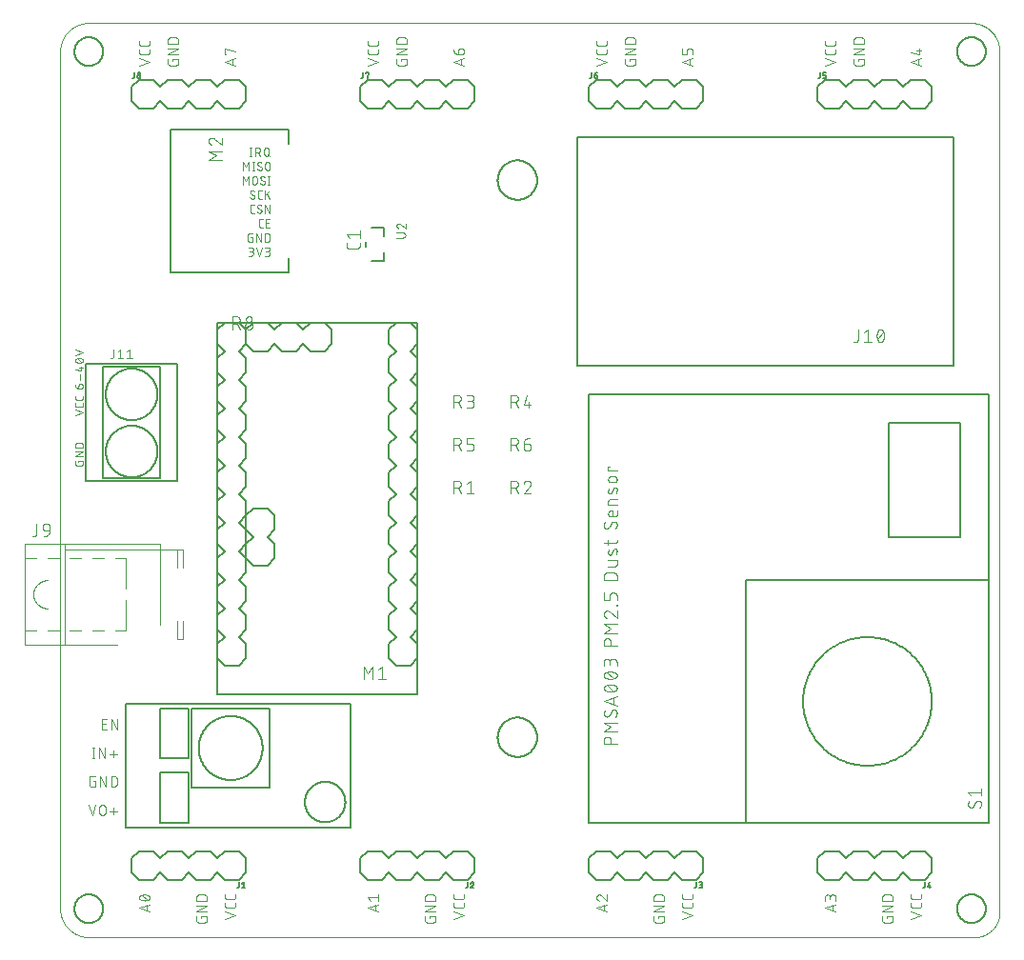
<source format=gto>
G75*
%MOIN*%
%OFA0B0*%
%FSLAX25Y25*%
%IPPOS*%
%LPD*%
%AMOC8*
5,1,8,0,0,1.08239X$1,22.5*
%
%ADD10C,0.00000*%
%ADD11C,0.00600*%
%ADD12C,0.00300*%
%ADD13C,0.00800*%
%ADD14C,0.00500*%
%ADD15C,0.00394*%
%ADD16C,0.00400*%
D10*
X0013520Y0011600D02*
X0013520Y0311561D01*
X0013523Y0311803D01*
X0013532Y0312044D01*
X0013546Y0312285D01*
X0013567Y0312526D01*
X0013593Y0312766D01*
X0013625Y0313006D01*
X0013663Y0313245D01*
X0013706Y0313482D01*
X0013756Y0313719D01*
X0013811Y0313954D01*
X0013871Y0314188D01*
X0013938Y0314420D01*
X0014009Y0314651D01*
X0014087Y0314880D01*
X0014170Y0315107D01*
X0014258Y0315332D01*
X0014352Y0315555D01*
X0014451Y0315775D01*
X0014556Y0315993D01*
X0014665Y0316208D01*
X0014780Y0316421D01*
X0014900Y0316631D01*
X0015025Y0316837D01*
X0015155Y0317041D01*
X0015290Y0317242D01*
X0015430Y0317439D01*
X0015574Y0317633D01*
X0015723Y0317823D01*
X0015877Y0318009D01*
X0016035Y0318192D01*
X0016197Y0318371D01*
X0016364Y0318546D01*
X0016535Y0318717D01*
X0016710Y0318884D01*
X0016889Y0319046D01*
X0017072Y0319204D01*
X0017258Y0319358D01*
X0017448Y0319507D01*
X0017642Y0319651D01*
X0017839Y0319791D01*
X0018040Y0319926D01*
X0018244Y0320056D01*
X0018450Y0320181D01*
X0018660Y0320301D01*
X0018873Y0320416D01*
X0019088Y0320525D01*
X0019306Y0320630D01*
X0019526Y0320729D01*
X0019749Y0320823D01*
X0019974Y0320911D01*
X0020201Y0320994D01*
X0020430Y0321072D01*
X0020661Y0321143D01*
X0020893Y0321210D01*
X0021127Y0321270D01*
X0021362Y0321325D01*
X0021599Y0321375D01*
X0021836Y0321418D01*
X0022075Y0321456D01*
X0022315Y0321488D01*
X0022555Y0321514D01*
X0022796Y0321535D01*
X0023037Y0321549D01*
X0023278Y0321558D01*
X0023520Y0321561D01*
X0332260Y0321561D01*
X0332501Y0321558D01*
X0332741Y0321549D01*
X0332982Y0321535D01*
X0333221Y0321514D01*
X0333461Y0321488D01*
X0333699Y0321456D01*
X0333937Y0321419D01*
X0334174Y0321375D01*
X0334409Y0321326D01*
X0334644Y0321272D01*
X0334877Y0321211D01*
X0335108Y0321145D01*
X0335338Y0321073D01*
X0335566Y0320996D01*
X0335792Y0320914D01*
X0336016Y0320826D01*
X0336238Y0320732D01*
X0336458Y0320633D01*
X0336675Y0320529D01*
X0336889Y0320420D01*
X0337101Y0320306D01*
X0337310Y0320186D01*
X0337516Y0320062D01*
X0337719Y0319932D01*
X0337918Y0319798D01*
X0338115Y0319659D01*
X0338308Y0319515D01*
X0338497Y0319366D01*
X0338683Y0319213D01*
X0338865Y0319056D01*
X0339044Y0318894D01*
X0339218Y0318728D01*
X0339388Y0318558D01*
X0339554Y0318384D01*
X0339716Y0318205D01*
X0339873Y0318023D01*
X0340026Y0317837D01*
X0340175Y0317648D01*
X0340319Y0317455D01*
X0340458Y0317258D01*
X0340592Y0317059D01*
X0340722Y0316856D01*
X0340846Y0316650D01*
X0340966Y0316441D01*
X0341080Y0316229D01*
X0341189Y0316015D01*
X0341293Y0315798D01*
X0341392Y0315578D01*
X0341486Y0315356D01*
X0341574Y0315132D01*
X0341656Y0314906D01*
X0341733Y0314678D01*
X0341805Y0314448D01*
X0341871Y0314217D01*
X0341932Y0313984D01*
X0341986Y0313749D01*
X0342035Y0313514D01*
X0342079Y0313277D01*
X0342116Y0313039D01*
X0342148Y0312801D01*
X0342174Y0312561D01*
X0342195Y0312322D01*
X0342209Y0312081D01*
X0342218Y0311841D01*
X0342221Y0311600D01*
X0342220Y0311600D02*
X0342220Y0010301D01*
X0342221Y0010301D02*
X0342218Y0010091D01*
X0342211Y0009881D01*
X0342198Y0009671D01*
X0342180Y0009461D01*
X0342158Y0009252D01*
X0342130Y0009044D01*
X0342097Y0008836D01*
X0342059Y0008629D01*
X0342016Y0008423D01*
X0341968Y0008219D01*
X0341915Y0008015D01*
X0341858Y0007813D01*
X0341795Y0007612D01*
X0341728Y0007413D01*
X0341656Y0007216D01*
X0341579Y0007020D01*
X0341497Y0006826D01*
X0341411Y0006634D01*
X0341320Y0006445D01*
X0341224Y0006257D01*
X0341124Y0006072D01*
X0341020Y0005890D01*
X0340911Y0005710D01*
X0340798Y0005533D01*
X0340681Y0005358D01*
X0340559Y0005187D01*
X0340434Y0005018D01*
X0340304Y0004853D01*
X0340170Y0004690D01*
X0340033Y0004531D01*
X0339891Y0004375D01*
X0339746Y0004223D01*
X0339598Y0004075D01*
X0339446Y0003930D01*
X0339290Y0003788D01*
X0339131Y0003651D01*
X0338968Y0003517D01*
X0338803Y0003387D01*
X0338634Y0003262D01*
X0338463Y0003140D01*
X0338288Y0003023D01*
X0338111Y0002910D01*
X0337931Y0002801D01*
X0337749Y0002697D01*
X0337564Y0002597D01*
X0337376Y0002501D01*
X0337187Y0002410D01*
X0336995Y0002324D01*
X0336801Y0002242D01*
X0336605Y0002165D01*
X0336408Y0002093D01*
X0336209Y0002026D01*
X0336008Y0001963D01*
X0335806Y0001906D01*
X0335602Y0001853D01*
X0335398Y0001805D01*
X0335192Y0001762D01*
X0334985Y0001724D01*
X0334777Y0001691D01*
X0334569Y0001663D01*
X0334360Y0001641D01*
X0334150Y0001623D01*
X0333940Y0001610D01*
X0333730Y0001603D01*
X0333520Y0001600D01*
X0023520Y0001600D01*
X0023278Y0001603D01*
X0023037Y0001612D01*
X0022796Y0001626D01*
X0022555Y0001647D01*
X0022315Y0001673D01*
X0022075Y0001705D01*
X0021836Y0001743D01*
X0021599Y0001786D01*
X0021362Y0001836D01*
X0021127Y0001891D01*
X0020893Y0001951D01*
X0020661Y0002018D01*
X0020430Y0002089D01*
X0020201Y0002167D01*
X0019974Y0002250D01*
X0019749Y0002338D01*
X0019526Y0002432D01*
X0019306Y0002531D01*
X0019088Y0002636D01*
X0018873Y0002745D01*
X0018660Y0002860D01*
X0018450Y0002980D01*
X0018244Y0003105D01*
X0018040Y0003235D01*
X0017839Y0003370D01*
X0017642Y0003510D01*
X0017448Y0003654D01*
X0017258Y0003803D01*
X0017072Y0003957D01*
X0016889Y0004115D01*
X0016710Y0004277D01*
X0016535Y0004444D01*
X0016364Y0004615D01*
X0016197Y0004790D01*
X0016035Y0004969D01*
X0015877Y0005152D01*
X0015723Y0005338D01*
X0015574Y0005528D01*
X0015430Y0005722D01*
X0015290Y0005919D01*
X0015155Y0006120D01*
X0015025Y0006324D01*
X0014900Y0006530D01*
X0014780Y0006740D01*
X0014665Y0006953D01*
X0014556Y0007168D01*
X0014451Y0007386D01*
X0014352Y0007606D01*
X0014258Y0007829D01*
X0014170Y0008054D01*
X0014087Y0008281D01*
X0014009Y0008510D01*
X0013938Y0008741D01*
X0013871Y0008973D01*
X0013811Y0009207D01*
X0013756Y0009442D01*
X0013706Y0009679D01*
X0013663Y0009916D01*
X0013625Y0010155D01*
X0013593Y0010395D01*
X0013567Y0010635D01*
X0013546Y0010876D01*
X0013532Y0011117D01*
X0013523Y0011358D01*
X0013520Y0011600D01*
D11*
X0018520Y0011600D02*
X0018522Y0011741D01*
X0018528Y0011882D01*
X0018538Y0012022D01*
X0018552Y0012162D01*
X0018570Y0012302D01*
X0018591Y0012441D01*
X0018617Y0012580D01*
X0018646Y0012718D01*
X0018680Y0012854D01*
X0018717Y0012990D01*
X0018758Y0013125D01*
X0018803Y0013259D01*
X0018852Y0013391D01*
X0018904Y0013522D01*
X0018960Y0013651D01*
X0019020Y0013778D01*
X0019083Y0013904D01*
X0019149Y0014028D01*
X0019220Y0014151D01*
X0019293Y0014271D01*
X0019370Y0014389D01*
X0019450Y0014505D01*
X0019534Y0014618D01*
X0019620Y0014729D01*
X0019710Y0014838D01*
X0019803Y0014944D01*
X0019898Y0015047D01*
X0019997Y0015148D01*
X0020098Y0015246D01*
X0020202Y0015341D01*
X0020309Y0015433D01*
X0020418Y0015522D01*
X0020530Y0015607D01*
X0020644Y0015690D01*
X0020760Y0015770D01*
X0020879Y0015846D01*
X0021000Y0015918D01*
X0021122Y0015988D01*
X0021247Y0016053D01*
X0021373Y0016116D01*
X0021501Y0016174D01*
X0021631Y0016229D01*
X0021762Y0016281D01*
X0021895Y0016328D01*
X0022029Y0016372D01*
X0022164Y0016413D01*
X0022300Y0016449D01*
X0022437Y0016481D01*
X0022575Y0016510D01*
X0022713Y0016535D01*
X0022853Y0016555D01*
X0022993Y0016572D01*
X0023133Y0016585D01*
X0023274Y0016594D01*
X0023414Y0016599D01*
X0023555Y0016600D01*
X0023696Y0016597D01*
X0023837Y0016590D01*
X0023977Y0016579D01*
X0024117Y0016564D01*
X0024257Y0016545D01*
X0024396Y0016523D01*
X0024534Y0016496D01*
X0024672Y0016466D01*
X0024808Y0016431D01*
X0024944Y0016393D01*
X0025078Y0016351D01*
X0025212Y0016305D01*
X0025344Y0016256D01*
X0025474Y0016202D01*
X0025603Y0016145D01*
X0025730Y0016085D01*
X0025856Y0016021D01*
X0025979Y0015953D01*
X0026101Y0015882D01*
X0026221Y0015808D01*
X0026338Y0015730D01*
X0026453Y0015649D01*
X0026566Y0015565D01*
X0026677Y0015478D01*
X0026785Y0015387D01*
X0026890Y0015294D01*
X0026993Y0015197D01*
X0027093Y0015098D01*
X0027190Y0014996D01*
X0027284Y0014891D01*
X0027375Y0014784D01*
X0027463Y0014674D01*
X0027548Y0014562D01*
X0027630Y0014447D01*
X0027709Y0014330D01*
X0027784Y0014211D01*
X0027856Y0014090D01*
X0027924Y0013967D01*
X0027989Y0013842D01*
X0028051Y0013715D01*
X0028108Y0013586D01*
X0028163Y0013456D01*
X0028213Y0013325D01*
X0028260Y0013192D01*
X0028303Y0013058D01*
X0028342Y0012922D01*
X0028377Y0012786D01*
X0028409Y0012649D01*
X0028436Y0012511D01*
X0028460Y0012372D01*
X0028480Y0012232D01*
X0028496Y0012092D01*
X0028508Y0011952D01*
X0028516Y0011811D01*
X0028520Y0011670D01*
X0028520Y0011530D01*
X0028516Y0011389D01*
X0028508Y0011248D01*
X0028496Y0011108D01*
X0028480Y0010968D01*
X0028460Y0010828D01*
X0028436Y0010689D01*
X0028409Y0010551D01*
X0028377Y0010414D01*
X0028342Y0010278D01*
X0028303Y0010142D01*
X0028260Y0010008D01*
X0028213Y0009875D01*
X0028163Y0009744D01*
X0028108Y0009614D01*
X0028051Y0009485D01*
X0027989Y0009358D01*
X0027924Y0009233D01*
X0027856Y0009110D01*
X0027784Y0008989D01*
X0027709Y0008870D01*
X0027630Y0008753D01*
X0027548Y0008638D01*
X0027463Y0008526D01*
X0027375Y0008416D01*
X0027284Y0008309D01*
X0027190Y0008204D01*
X0027093Y0008102D01*
X0026993Y0008003D01*
X0026890Y0007906D01*
X0026785Y0007813D01*
X0026677Y0007722D01*
X0026566Y0007635D01*
X0026453Y0007551D01*
X0026338Y0007470D01*
X0026221Y0007392D01*
X0026101Y0007318D01*
X0025979Y0007247D01*
X0025856Y0007179D01*
X0025730Y0007115D01*
X0025603Y0007055D01*
X0025474Y0006998D01*
X0025344Y0006944D01*
X0025212Y0006895D01*
X0025078Y0006849D01*
X0024944Y0006807D01*
X0024808Y0006769D01*
X0024672Y0006734D01*
X0024534Y0006704D01*
X0024396Y0006677D01*
X0024257Y0006655D01*
X0024117Y0006636D01*
X0023977Y0006621D01*
X0023837Y0006610D01*
X0023696Y0006603D01*
X0023555Y0006600D01*
X0023414Y0006601D01*
X0023274Y0006606D01*
X0023133Y0006615D01*
X0022993Y0006628D01*
X0022853Y0006645D01*
X0022713Y0006665D01*
X0022575Y0006690D01*
X0022437Y0006719D01*
X0022300Y0006751D01*
X0022164Y0006787D01*
X0022029Y0006828D01*
X0021895Y0006872D01*
X0021762Y0006919D01*
X0021631Y0006971D01*
X0021501Y0007026D01*
X0021373Y0007084D01*
X0021247Y0007147D01*
X0021122Y0007212D01*
X0021000Y0007282D01*
X0020879Y0007354D01*
X0020760Y0007430D01*
X0020644Y0007510D01*
X0020530Y0007593D01*
X0020418Y0007678D01*
X0020309Y0007767D01*
X0020202Y0007859D01*
X0020098Y0007954D01*
X0019997Y0008052D01*
X0019898Y0008153D01*
X0019803Y0008256D01*
X0019710Y0008362D01*
X0019620Y0008471D01*
X0019534Y0008582D01*
X0019450Y0008695D01*
X0019370Y0008811D01*
X0019293Y0008929D01*
X0019220Y0009049D01*
X0019149Y0009172D01*
X0019083Y0009296D01*
X0019020Y0009422D01*
X0018960Y0009549D01*
X0018904Y0009678D01*
X0018852Y0009809D01*
X0018803Y0009941D01*
X0018758Y0010075D01*
X0018717Y0010210D01*
X0018680Y0010346D01*
X0018646Y0010482D01*
X0018617Y0010620D01*
X0018591Y0010759D01*
X0018570Y0010898D01*
X0018552Y0011038D01*
X0018538Y0011178D01*
X0018528Y0011318D01*
X0018522Y0011459D01*
X0018520Y0011600D01*
X0166630Y0071600D02*
X0166632Y0071769D01*
X0166638Y0071938D01*
X0166649Y0072107D01*
X0166663Y0072275D01*
X0166682Y0072443D01*
X0166705Y0072611D01*
X0166731Y0072778D01*
X0166762Y0072944D01*
X0166797Y0073110D01*
X0166836Y0073274D01*
X0166880Y0073438D01*
X0166927Y0073600D01*
X0166978Y0073761D01*
X0167033Y0073921D01*
X0167092Y0074080D01*
X0167154Y0074237D01*
X0167221Y0074392D01*
X0167292Y0074546D01*
X0167366Y0074698D01*
X0167444Y0074848D01*
X0167525Y0074996D01*
X0167610Y0075142D01*
X0167699Y0075286D01*
X0167791Y0075428D01*
X0167887Y0075567D01*
X0167986Y0075704D01*
X0168088Y0075839D01*
X0168194Y0075971D01*
X0168303Y0076100D01*
X0168415Y0076227D01*
X0168530Y0076351D01*
X0168648Y0076472D01*
X0168769Y0076590D01*
X0168893Y0076705D01*
X0169020Y0076817D01*
X0169149Y0076926D01*
X0169281Y0077032D01*
X0169416Y0077134D01*
X0169553Y0077233D01*
X0169692Y0077329D01*
X0169834Y0077421D01*
X0169978Y0077510D01*
X0170124Y0077595D01*
X0170272Y0077676D01*
X0170422Y0077754D01*
X0170574Y0077828D01*
X0170728Y0077899D01*
X0170883Y0077966D01*
X0171040Y0078028D01*
X0171199Y0078087D01*
X0171359Y0078142D01*
X0171520Y0078193D01*
X0171682Y0078240D01*
X0171846Y0078284D01*
X0172010Y0078323D01*
X0172176Y0078358D01*
X0172342Y0078389D01*
X0172509Y0078415D01*
X0172677Y0078438D01*
X0172845Y0078457D01*
X0173013Y0078471D01*
X0173182Y0078482D01*
X0173351Y0078488D01*
X0173520Y0078490D01*
X0173689Y0078488D01*
X0173858Y0078482D01*
X0174027Y0078471D01*
X0174195Y0078457D01*
X0174363Y0078438D01*
X0174531Y0078415D01*
X0174698Y0078389D01*
X0174864Y0078358D01*
X0175030Y0078323D01*
X0175194Y0078284D01*
X0175358Y0078240D01*
X0175520Y0078193D01*
X0175681Y0078142D01*
X0175841Y0078087D01*
X0176000Y0078028D01*
X0176157Y0077966D01*
X0176312Y0077899D01*
X0176466Y0077828D01*
X0176618Y0077754D01*
X0176768Y0077676D01*
X0176916Y0077595D01*
X0177062Y0077510D01*
X0177206Y0077421D01*
X0177348Y0077329D01*
X0177487Y0077233D01*
X0177624Y0077134D01*
X0177759Y0077032D01*
X0177891Y0076926D01*
X0178020Y0076817D01*
X0178147Y0076705D01*
X0178271Y0076590D01*
X0178392Y0076472D01*
X0178510Y0076351D01*
X0178625Y0076227D01*
X0178737Y0076100D01*
X0178846Y0075971D01*
X0178952Y0075839D01*
X0179054Y0075704D01*
X0179153Y0075567D01*
X0179249Y0075428D01*
X0179341Y0075286D01*
X0179430Y0075142D01*
X0179515Y0074996D01*
X0179596Y0074848D01*
X0179674Y0074698D01*
X0179748Y0074546D01*
X0179819Y0074392D01*
X0179886Y0074237D01*
X0179948Y0074080D01*
X0180007Y0073921D01*
X0180062Y0073761D01*
X0180113Y0073600D01*
X0180160Y0073438D01*
X0180204Y0073274D01*
X0180243Y0073110D01*
X0180278Y0072944D01*
X0180309Y0072778D01*
X0180335Y0072611D01*
X0180358Y0072443D01*
X0180377Y0072275D01*
X0180391Y0072107D01*
X0180402Y0071938D01*
X0180408Y0071769D01*
X0180410Y0071600D01*
X0180408Y0071431D01*
X0180402Y0071262D01*
X0180391Y0071093D01*
X0180377Y0070925D01*
X0180358Y0070757D01*
X0180335Y0070589D01*
X0180309Y0070422D01*
X0180278Y0070256D01*
X0180243Y0070090D01*
X0180204Y0069926D01*
X0180160Y0069762D01*
X0180113Y0069600D01*
X0180062Y0069439D01*
X0180007Y0069279D01*
X0179948Y0069120D01*
X0179886Y0068963D01*
X0179819Y0068808D01*
X0179748Y0068654D01*
X0179674Y0068502D01*
X0179596Y0068352D01*
X0179515Y0068204D01*
X0179430Y0068058D01*
X0179341Y0067914D01*
X0179249Y0067772D01*
X0179153Y0067633D01*
X0179054Y0067496D01*
X0178952Y0067361D01*
X0178846Y0067229D01*
X0178737Y0067100D01*
X0178625Y0066973D01*
X0178510Y0066849D01*
X0178392Y0066728D01*
X0178271Y0066610D01*
X0178147Y0066495D01*
X0178020Y0066383D01*
X0177891Y0066274D01*
X0177759Y0066168D01*
X0177624Y0066066D01*
X0177487Y0065967D01*
X0177348Y0065871D01*
X0177206Y0065779D01*
X0177062Y0065690D01*
X0176916Y0065605D01*
X0176768Y0065524D01*
X0176618Y0065446D01*
X0176466Y0065372D01*
X0176312Y0065301D01*
X0176157Y0065234D01*
X0176000Y0065172D01*
X0175841Y0065113D01*
X0175681Y0065058D01*
X0175520Y0065007D01*
X0175358Y0064960D01*
X0175194Y0064916D01*
X0175030Y0064877D01*
X0174864Y0064842D01*
X0174698Y0064811D01*
X0174531Y0064785D01*
X0174363Y0064762D01*
X0174195Y0064743D01*
X0174027Y0064729D01*
X0173858Y0064718D01*
X0173689Y0064712D01*
X0173520Y0064710D01*
X0173351Y0064712D01*
X0173182Y0064718D01*
X0173013Y0064729D01*
X0172845Y0064743D01*
X0172677Y0064762D01*
X0172509Y0064785D01*
X0172342Y0064811D01*
X0172176Y0064842D01*
X0172010Y0064877D01*
X0171846Y0064916D01*
X0171682Y0064960D01*
X0171520Y0065007D01*
X0171359Y0065058D01*
X0171199Y0065113D01*
X0171040Y0065172D01*
X0170883Y0065234D01*
X0170728Y0065301D01*
X0170574Y0065372D01*
X0170422Y0065446D01*
X0170272Y0065524D01*
X0170124Y0065605D01*
X0169978Y0065690D01*
X0169834Y0065779D01*
X0169692Y0065871D01*
X0169553Y0065967D01*
X0169416Y0066066D01*
X0169281Y0066168D01*
X0169149Y0066274D01*
X0169020Y0066383D01*
X0168893Y0066495D01*
X0168769Y0066610D01*
X0168648Y0066728D01*
X0168530Y0066849D01*
X0168415Y0066973D01*
X0168303Y0067100D01*
X0168194Y0067229D01*
X0168088Y0067361D01*
X0167986Y0067496D01*
X0167887Y0067633D01*
X0167791Y0067772D01*
X0167699Y0067914D01*
X0167610Y0068058D01*
X0167525Y0068204D01*
X0167444Y0068352D01*
X0167366Y0068502D01*
X0167292Y0068654D01*
X0167221Y0068808D01*
X0167154Y0068963D01*
X0167092Y0069120D01*
X0167033Y0069279D01*
X0166978Y0069439D01*
X0166927Y0069600D01*
X0166880Y0069762D01*
X0166836Y0069926D01*
X0166797Y0070090D01*
X0166762Y0070256D01*
X0166731Y0070422D01*
X0166705Y0070589D01*
X0166682Y0070757D01*
X0166663Y0070925D01*
X0166649Y0071093D01*
X0166638Y0071262D01*
X0166632Y0071431D01*
X0166630Y0071600D01*
X0327417Y0011600D02*
X0327419Y0011741D01*
X0327425Y0011882D01*
X0327435Y0012022D01*
X0327449Y0012162D01*
X0327467Y0012302D01*
X0327488Y0012441D01*
X0327514Y0012580D01*
X0327543Y0012718D01*
X0327577Y0012854D01*
X0327614Y0012990D01*
X0327655Y0013125D01*
X0327700Y0013259D01*
X0327749Y0013391D01*
X0327801Y0013522D01*
X0327857Y0013651D01*
X0327917Y0013778D01*
X0327980Y0013904D01*
X0328046Y0014028D01*
X0328117Y0014151D01*
X0328190Y0014271D01*
X0328267Y0014389D01*
X0328347Y0014505D01*
X0328431Y0014618D01*
X0328517Y0014729D01*
X0328607Y0014838D01*
X0328700Y0014944D01*
X0328795Y0015047D01*
X0328894Y0015148D01*
X0328995Y0015246D01*
X0329099Y0015341D01*
X0329206Y0015433D01*
X0329315Y0015522D01*
X0329427Y0015607D01*
X0329541Y0015690D01*
X0329657Y0015770D01*
X0329776Y0015846D01*
X0329897Y0015918D01*
X0330019Y0015988D01*
X0330144Y0016053D01*
X0330270Y0016116D01*
X0330398Y0016174D01*
X0330528Y0016229D01*
X0330659Y0016281D01*
X0330792Y0016328D01*
X0330926Y0016372D01*
X0331061Y0016413D01*
X0331197Y0016449D01*
X0331334Y0016481D01*
X0331472Y0016510D01*
X0331610Y0016535D01*
X0331750Y0016555D01*
X0331890Y0016572D01*
X0332030Y0016585D01*
X0332171Y0016594D01*
X0332311Y0016599D01*
X0332452Y0016600D01*
X0332593Y0016597D01*
X0332734Y0016590D01*
X0332874Y0016579D01*
X0333014Y0016564D01*
X0333154Y0016545D01*
X0333293Y0016523D01*
X0333431Y0016496D01*
X0333569Y0016466D01*
X0333705Y0016431D01*
X0333841Y0016393D01*
X0333975Y0016351D01*
X0334109Y0016305D01*
X0334241Y0016256D01*
X0334371Y0016202D01*
X0334500Y0016145D01*
X0334627Y0016085D01*
X0334753Y0016021D01*
X0334876Y0015953D01*
X0334998Y0015882D01*
X0335118Y0015808D01*
X0335235Y0015730D01*
X0335350Y0015649D01*
X0335463Y0015565D01*
X0335574Y0015478D01*
X0335682Y0015387D01*
X0335787Y0015294D01*
X0335890Y0015197D01*
X0335990Y0015098D01*
X0336087Y0014996D01*
X0336181Y0014891D01*
X0336272Y0014784D01*
X0336360Y0014674D01*
X0336445Y0014562D01*
X0336527Y0014447D01*
X0336606Y0014330D01*
X0336681Y0014211D01*
X0336753Y0014090D01*
X0336821Y0013967D01*
X0336886Y0013842D01*
X0336948Y0013715D01*
X0337005Y0013586D01*
X0337060Y0013456D01*
X0337110Y0013325D01*
X0337157Y0013192D01*
X0337200Y0013058D01*
X0337239Y0012922D01*
X0337274Y0012786D01*
X0337306Y0012649D01*
X0337333Y0012511D01*
X0337357Y0012372D01*
X0337377Y0012232D01*
X0337393Y0012092D01*
X0337405Y0011952D01*
X0337413Y0011811D01*
X0337417Y0011670D01*
X0337417Y0011530D01*
X0337413Y0011389D01*
X0337405Y0011248D01*
X0337393Y0011108D01*
X0337377Y0010968D01*
X0337357Y0010828D01*
X0337333Y0010689D01*
X0337306Y0010551D01*
X0337274Y0010414D01*
X0337239Y0010278D01*
X0337200Y0010142D01*
X0337157Y0010008D01*
X0337110Y0009875D01*
X0337060Y0009744D01*
X0337005Y0009614D01*
X0336948Y0009485D01*
X0336886Y0009358D01*
X0336821Y0009233D01*
X0336753Y0009110D01*
X0336681Y0008989D01*
X0336606Y0008870D01*
X0336527Y0008753D01*
X0336445Y0008638D01*
X0336360Y0008526D01*
X0336272Y0008416D01*
X0336181Y0008309D01*
X0336087Y0008204D01*
X0335990Y0008102D01*
X0335890Y0008003D01*
X0335787Y0007906D01*
X0335682Y0007813D01*
X0335574Y0007722D01*
X0335463Y0007635D01*
X0335350Y0007551D01*
X0335235Y0007470D01*
X0335118Y0007392D01*
X0334998Y0007318D01*
X0334876Y0007247D01*
X0334753Y0007179D01*
X0334627Y0007115D01*
X0334500Y0007055D01*
X0334371Y0006998D01*
X0334241Y0006944D01*
X0334109Y0006895D01*
X0333975Y0006849D01*
X0333841Y0006807D01*
X0333705Y0006769D01*
X0333569Y0006734D01*
X0333431Y0006704D01*
X0333293Y0006677D01*
X0333154Y0006655D01*
X0333014Y0006636D01*
X0332874Y0006621D01*
X0332734Y0006610D01*
X0332593Y0006603D01*
X0332452Y0006600D01*
X0332311Y0006601D01*
X0332171Y0006606D01*
X0332030Y0006615D01*
X0331890Y0006628D01*
X0331750Y0006645D01*
X0331610Y0006665D01*
X0331472Y0006690D01*
X0331334Y0006719D01*
X0331197Y0006751D01*
X0331061Y0006787D01*
X0330926Y0006828D01*
X0330792Y0006872D01*
X0330659Y0006919D01*
X0330528Y0006971D01*
X0330398Y0007026D01*
X0330270Y0007084D01*
X0330144Y0007147D01*
X0330019Y0007212D01*
X0329897Y0007282D01*
X0329776Y0007354D01*
X0329657Y0007430D01*
X0329541Y0007510D01*
X0329427Y0007593D01*
X0329315Y0007678D01*
X0329206Y0007767D01*
X0329099Y0007859D01*
X0328995Y0007954D01*
X0328894Y0008052D01*
X0328795Y0008153D01*
X0328700Y0008256D01*
X0328607Y0008362D01*
X0328517Y0008471D01*
X0328431Y0008582D01*
X0328347Y0008695D01*
X0328267Y0008811D01*
X0328190Y0008929D01*
X0328117Y0009049D01*
X0328046Y0009172D01*
X0327980Y0009296D01*
X0327917Y0009422D01*
X0327857Y0009549D01*
X0327801Y0009678D01*
X0327749Y0009809D01*
X0327700Y0009941D01*
X0327655Y0010075D01*
X0327614Y0010210D01*
X0327577Y0010346D01*
X0327543Y0010482D01*
X0327514Y0010620D01*
X0327488Y0010759D01*
X0327467Y0010898D01*
X0327449Y0011038D01*
X0327435Y0011178D01*
X0327425Y0011318D01*
X0327419Y0011459D01*
X0327417Y0011600D01*
X0166630Y0266600D02*
X0166632Y0266769D01*
X0166638Y0266938D01*
X0166649Y0267107D01*
X0166663Y0267275D01*
X0166682Y0267443D01*
X0166705Y0267611D01*
X0166731Y0267778D01*
X0166762Y0267944D01*
X0166797Y0268110D01*
X0166836Y0268274D01*
X0166880Y0268438D01*
X0166927Y0268600D01*
X0166978Y0268761D01*
X0167033Y0268921D01*
X0167092Y0269080D01*
X0167154Y0269237D01*
X0167221Y0269392D01*
X0167292Y0269546D01*
X0167366Y0269698D01*
X0167444Y0269848D01*
X0167525Y0269996D01*
X0167610Y0270142D01*
X0167699Y0270286D01*
X0167791Y0270428D01*
X0167887Y0270567D01*
X0167986Y0270704D01*
X0168088Y0270839D01*
X0168194Y0270971D01*
X0168303Y0271100D01*
X0168415Y0271227D01*
X0168530Y0271351D01*
X0168648Y0271472D01*
X0168769Y0271590D01*
X0168893Y0271705D01*
X0169020Y0271817D01*
X0169149Y0271926D01*
X0169281Y0272032D01*
X0169416Y0272134D01*
X0169553Y0272233D01*
X0169692Y0272329D01*
X0169834Y0272421D01*
X0169978Y0272510D01*
X0170124Y0272595D01*
X0170272Y0272676D01*
X0170422Y0272754D01*
X0170574Y0272828D01*
X0170728Y0272899D01*
X0170883Y0272966D01*
X0171040Y0273028D01*
X0171199Y0273087D01*
X0171359Y0273142D01*
X0171520Y0273193D01*
X0171682Y0273240D01*
X0171846Y0273284D01*
X0172010Y0273323D01*
X0172176Y0273358D01*
X0172342Y0273389D01*
X0172509Y0273415D01*
X0172677Y0273438D01*
X0172845Y0273457D01*
X0173013Y0273471D01*
X0173182Y0273482D01*
X0173351Y0273488D01*
X0173520Y0273490D01*
X0173689Y0273488D01*
X0173858Y0273482D01*
X0174027Y0273471D01*
X0174195Y0273457D01*
X0174363Y0273438D01*
X0174531Y0273415D01*
X0174698Y0273389D01*
X0174864Y0273358D01*
X0175030Y0273323D01*
X0175194Y0273284D01*
X0175358Y0273240D01*
X0175520Y0273193D01*
X0175681Y0273142D01*
X0175841Y0273087D01*
X0176000Y0273028D01*
X0176157Y0272966D01*
X0176312Y0272899D01*
X0176466Y0272828D01*
X0176618Y0272754D01*
X0176768Y0272676D01*
X0176916Y0272595D01*
X0177062Y0272510D01*
X0177206Y0272421D01*
X0177348Y0272329D01*
X0177487Y0272233D01*
X0177624Y0272134D01*
X0177759Y0272032D01*
X0177891Y0271926D01*
X0178020Y0271817D01*
X0178147Y0271705D01*
X0178271Y0271590D01*
X0178392Y0271472D01*
X0178510Y0271351D01*
X0178625Y0271227D01*
X0178737Y0271100D01*
X0178846Y0270971D01*
X0178952Y0270839D01*
X0179054Y0270704D01*
X0179153Y0270567D01*
X0179249Y0270428D01*
X0179341Y0270286D01*
X0179430Y0270142D01*
X0179515Y0269996D01*
X0179596Y0269848D01*
X0179674Y0269698D01*
X0179748Y0269546D01*
X0179819Y0269392D01*
X0179886Y0269237D01*
X0179948Y0269080D01*
X0180007Y0268921D01*
X0180062Y0268761D01*
X0180113Y0268600D01*
X0180160Y0268438D01*
X0180204Y0268274D01*
X0180243Y0268110D01*
X0180278Y0267944D01*
X0180309Y0267778D01*
X0180335Y0267611D01*
X0180358Y0267443D01*
X0180377Y0267275D01*
X0180391Y0267107D01*
X0180402Y0266938D01*
X0180408Y0266769D01*
X0180410Y0266600D01*
X0180408Y0266431D01*
X0180402Y0266262D01*
X0180391Y0266093D01*
X0180377Y0265925D01*
X0180358Y0265757D01*
X0180335Y0265589D01*
X0180309Y0265422D01*
X0180278Y0265256D01*
X0180243Y0265090D01*
X0180204Y0264926D01*
X0180160Y0264762D01*
X0180113Y0264600D01*
X0180062Y0264439D01*
X0180007Y0264279D01*
X0179948Y0264120D01*
X0179886Y0263963D01*
X0179819Y0263808D01*
X0179748Y0263654D01*
X0179674Y0263502D01*
X0179596Y0263352D01*
X0179515Y0263204D01*
X0179430Y0263058D01*
X0179341Y0262914D01*
X0179249Y0262772D01*
X0179153Y0262633D01*
X0179054Y0262496D01*
X0178952Y0262361D01*
X0178846Y0262229D01*
X0178737Y0262100D01*
X0178625Y0261973D01*
X0178510Y0261849D01*
X0178392Y0261728D01*
X0178271Y0261610D01*
X0178147Y0261495D01*
X0178020Y0261383D01*
X0177891Y0261274D01*
X0177759Y0261168D01*
X0177624Y0261066D01*
X0177487Y0260967D01*
X0177348Y0260871D01*
X0177206Y0260779D01*
X0177062Y0260690D01*
X0176916Y0260605D01*
X0176768Y0260524D01*
X0176618Y0260446D01*
X0176466Y0260372D01*
X0176312Y0260301D01*
X0176157Y0260234D01*
X0176000Y0260172D01*
X0175841Y0260113D01*
X0175681Y0260058D01*
X0175520Y0260007D01*
X0175358Y0259960D01*
X0175194Y0259916D01*
X0175030Y0259877D01*
X0174864Y0259842D01*
X0174698Y0259811D01*
X0174531Y0259785D01*
X0174363Y0259762D01*
X0174195Y0259743D01*
X0174027Y0259729D01*
X0173858Y0259718D01*
X0173689Y0259712D01*
X0173520Y0259710D01*
X0173351Y0259712D01*
X0173182Y0259718D01*
X0173013Y0259729D01*
X0172845Y0259743D01*
X0172677Y0259762D01*
X0172509Y0259785D01*
X0172342Y0259811D01*
X0172176Y0259842D01*
X0172010Y0259877D01*
X0171846Y0259916D01*
X0171682Y0259960D01*
X0171520Y0260007D01*
X0171359Y0260058D01*
X0171199Y0260113D01*
X0171040Y0260172D01*
X0170883Y0260234D01*
X0170728Y0260301D01*
X0170574Y0260372D01*
X0170422Y0260446D01*
X0170272Y0260524D01*
X0170124Y0260605D01*
X0169978Y0260690D01*
X0169834Y0260779D01*
X0169692Y0260871D01*
X0169553Y0260967D01*
X0169416Y0261066D01*
X0169281Y0261168D01*
X0169149Y0261274D01*
X0169020Y0261383D01*
X0168893Y0261495D01*
X0168769Y0261610D01*
X0168648Y0261728D01*
X0168530Y0261849D01*
X0168415Y0261973D01*
X0168303Y0262100D01*
X0168194Y0262229D01*
X0168088Y0262361D01*
X0167986Y0262496D01*
X0167887Y0262633D01*
X0167791Y0262772D01*
X0167699Y0262914D01*
X0167610Y0263058D01*
X0167525Y0263204D01*
X0167444Y0263352D01*
X0167366Y0263502D01*
X0167292Y0263654D01*
X0167221Y0263808D01*
X0167154Y0263963D01*
X0167092Y0264120D01*
X0167033Y0264279D01*
X0166978Y0264439D01*
X0166927Y0264600D01*
X0166880Y0264762D01*
X0166836Y0264926D01*
X0166797Y0265090D01*
X0166762Y0265256D01*
X0166731Y0265422D01*
X0166705Y0265589D01*
X0166682Y0265757D01*
X0166663Y0265925D01*
X0166649Y0266093D01*
X0166638Y0266262D01*
X0166632Y0266431D01*
X0166630Y0266600D01*
X0018520Y0311600D02*
X0018522Y0311741D01*
X0018528Y0311882D01*
X0018538Y0312022D01*
X0018552Y0312162D01*
X0018570Y0312302D01*
X0018591Y0312441D01*
X0018617Y0312580D01*
X0018646Y0312718D01*
X0018680Y0312854D01*
X0018717Y0312990D01*
X0018758Y0313125D01*
X0018803Y0313259D01*
X0018852Y0313391D01*
X0018904Y0313522D01*
X0018960Y0313651D01*
X0019020Y0313778D01*
X0019083Y0313904D01*
X0019149Y0314028D01*
X0019220Y0314151D01*
X0019293Y0314271D01*
X0019370Y0314389D01*
X0019450Y0314505D01*
X0019534Y0314618D01*
X0019620Y0314729D01*
X0019710Y0314838D01*
X0019803Y0314944D01*
X0019898Y0315047D01*
X0019997Y0315148D01*
X0020098Y0315246D01*
X0020202Y0315341D01*
X0020309Y0315433D01*
X0020418Y0315522D01*
X0020530Y0315607D01*
X0020644Y0315690D01*
X0020760Y0315770D01*
X0020879Y0315846D01*
X0021000Y0315918D01*
X0021122Y0315988D01*
X0021247Y0316053D01*
X0021373Y0316116D01*
X0021501Y0316174D01*
X0021631Y0316229D01*
X0021762Y0316281D01*
X0021895Y0316328D01*
X0022029Y0316372D01*
X0022164Y0316413D01*
X0022300Y0316449D01*
X0022437Y0316481D01*
X0022575Y0316510D01*
X0022713Y0316535D01*
X0022853Y0316555D01*
X0022993Y0316572D01*
X0023133Y0316585D01*
X0023274Y0316594D01*
X0023414Y0316599D01*
X0023555Y0316600D01*
X0023696Y0316597D01*
X0023837Y0316590D01*
X0023977Y0316579D01*
X0024117Y0316564D01*
X0024257Y0316545D01*
X0024396Y0316523D01*
X0024534Y0316496D01*
X0024672Y0316466D01*
X0024808Y0316431D01*
X0024944Y0316393D01*
X0025078Y0316351D01*
X0025212Y0316305D01*
X0025344Y0316256D01*
X0025474Y0316202D01*
X0025603Y0316145D01*
X0025730Y0316085D01*
X0025856Y0316021D01*
X0025979Y0315953D01*
X0026101Y0315882D01*
X0026221Y0315808D01*
X0026338Y0315730D01*
X0026453Y0315649D01*
X0026566Y0315565D01*
X0026677Y0315478D01*
X0026785Y0315387D01*
X0026890Y0315294D01*
X0026993Y0315197D01*
X0027093Y0315098D01*
X0027190Y0314996D01*
X0027284Y0314891D01*
X0027375Y0314784D01*
X0027463Y0314674D01*
X0027548Y0314562D01*
X0027630Y0314447D01*
X0027709Y0314330D01*
X0027784Y0314211D01*
X0027856Y0314090D01*
X0027924Y0313967D01*
X0027989Y0313842D01*
X0028051Y0313715D01*
X0028108Y0313586D01*
X0028163Y0313456D01*
X0028213Y0313325D01*
X0028260Y0313192D01*
X0028303Y0313058D01*
X0028342Y0312922D01*
X0028377Y0312786D01*
X0028409Y0312649D01*
X0028436Y0312511D01*
X0028460Y0312372D01*
X0028480Y0312232D01*
X0028496Y0312092D01*
X0028508Y0311952D01*
X0028516Y0311811D01*
X0028520Y0311670D01*
X0028520Y0311530D01*
X0028516Y0311389D01*
X0028508Y0311248D01*
X0028496Y0311108D01*
X0028480Y0310968D01*
X0028460Y0310828D01*
X0028436Y0310689D01*
X0028409Y0310551D01*
X0028377Y0310414D01*
X0028342Y0310278D01*
X0028303Y0310142D01*
X0028260Y0310008D01*
X0028213Y0309875D01*
X0028163Y0309744D01*
X0028108Y0309614D01*
X0028051Y0309485D01*
X0027989Y0309358D01*
X0027924Y0309233D01*
X0027856Y0309110D01*
X0027784Y0308989D01*
X0027709Y0308870D01*
X0027630Y0308753D01*
X0027548Y0308638D01*
X0027463Y0308526D01*
X0027375Y0308416D01*
X0027284Y0308309D01*
X0027190Y0308204D01*
X0027093Y0308102D01*
X0026993Y0308003D01*
X0026890Y0307906D01*
X0026785Y0307813D01*
X0026677Y0307722D01*
X0026566Y0307635D01*
X0026453Y0307551D01*
X0026338Y0307470D01*
X0026221Y0307392D01*
X0026101Y0307318D01*
X0025979Y0307247D01*
X0025856Y0307179D01*
X0025730Y0307115D01*
X0025603Y0307055D01*
X0025474Y0306998D01*
X0025344Y0306944D01*
X0025212Y0306895D01*
X0025078Y0306849D01*
X0024944Y0306807D01*
X0024808Y0306769D01*
X0024672Y0306734D01*
X0024534Y0306704D01*
X0024396Y0306677D01*
X0024257Y0306655D01*
X0024117Y0306636D01*
X0023977Y0306621D01*
X0023837Y0306610D01*
X0023696Y0306603D01*
X0023555Y0306600D01*
X0023414Y0306601D01*
X0023274Y0306606D01*
X0023133Y0306615D01*
X0022993Y0306628D01*
X0022853Y0306645D01*
X0022713Y0306665D01*
X0022575Y0306690D01*
X0022437Y0306719D01*
X0022300Y0306751D01*
X0022164Y0306787D01*
X0022029Y0306828D01*
X0021895Y0306872D01*
X0021762Y0306919D01*
X0021631Y0306971D01*
X0021501Y0307026D01*
X0021373Y0307084D01*
X0021247Y0307147D01*
X0021122Y0307212D01*
X0021000Y0307282D01*
X0020879Y0307354D01*
X0020760Y0307430D01*
X0020644Y0307510D01*
X0020530Y0307593D01*
X0020418Y0307678D01*
X0020309Y0307767D01*
X0020202Y0307859D01*
X0020098Y0307954D01*
X0019997Y0308052D01*
X0019898Y0308153D01*
X0019803Y0308256D01*
X0019710Y0308362D01*
X0019620Y0308471D01*
X0019534Y0308582D01*
X0019450Y0308695D01*
X0019370Y0308811D01*
X0019293Y0308929D01*
X0019220Y0309049D01*
X0019149Y0309172D01*
X0019083Y0309296D01*
X0019020Y0309422D01*
X0018960Y0309549D01*
X0018904Y0309678D01*
X0018852Y0309809D01*
X0018803Y0309941D01*
X0018758Y0310075D01*
X0018717Y0310210D01*
X0018680Y0310346D01*
X0018646Y0310482D01*
X0018617Y0310620D01*
X0018591Y0310759D01*
X0018570Y0310898D01*
X0018552Y0311038D01*
X0018538Y0311178D01*
X0018528Y0311318D01*
X0018522Y0311459D01*
X0018520Y0311600D01*
X0327417Y0311600D02*
X0327419Y0311741D01*
X0327425Y0311882D01*
X0327435Y0312022D01*
X0327449Y0312162D01*
X0327467Y0312302D01*
X0327488Y0312441D01*
X0327514Y0312580D01*
X0327543Y0312718D01*
X0327577Y0312854D01*
X0327614Y0312990D01*
X0327655Y0313125D01*
X0327700Y0313259D01*
X0327749Y0313391D01*
X0327801Y0313522D01*
X0327857Y0313651D01*
X0327917Y0313778D01*
X0327980Y0313904D01*
X0328046Y0314028D01*
X0328117Y0314151D01*
X0328190Y0314271D01*
X0328267Y0314389D01*
X0328347Y0314505D01*
X0328431Y0314618D01*
X0328517Y0314729D01*
X0328607Y0314838D01*
X0328700Y0314944D01*
X0328795Y0315047D01*
X0328894Y0315148D01*
X0328995Y0315246D01*
X0329099Y0315341D01*
X0329206Y0315433D01*
X0329315Y0315522D01*
X0329427Y0315607D01*
X0329541Y0315690D01*
X0329657Y0315770D01*
X0329776Y0315846D01*
X0329897Y0315918D01*
X0330019Y0315988D01*
X0330144Y0316053D01*
X0330270Y0316116D01*
X0330398Y0316174D01*
X0330528Y0316229D01*
X0330659Y0316281D01*
X0330792Y0316328D01*
X0330926Y0316372D01*
X0331061Y0316413D01*
X0331197Y0316449D01*
X0331334Y0316481D01*
X0331472Y0316510D01*
X0331610Y0316535D01*
X0331750Y0316555D01*
X0331890Y0316572D01*
X0332030Y0316585D01*
X0332171Y0316594D01*
X0332311Y0316599D01*
X0332452Y0316600D01*
X0332593Y0316597D01*
X0332734Y0316590D01*
X0332874Y0316579D01*
X0333014Y0316564D01*
X0333154Y0316545D01*
X0333293Y0316523D01*
X0333431Y0316496D01*
X0333569Y0316466D01*
X0333705Y0316431D01*
X0333841Y0316393D01*
X0333975Y0316351D01*
X0334109Y0316305D01*
X0334241Y0316256D01*
X0334371Y0316202D01*
X0334500Y0316145D01*
X0334627Y0316085D01*
X0334753Y0316021D01*
X0334876Y0315953D01*
X0334998Y0315882D01*
X0335118Y0315808D01*
X0335235Y0315730D01*
X0335350Y0315649D01*
X0335463Y0315565D01*
X0335574Y0315478D01*
X0335682Y0315387D01*
X0335787Y0315294D01*
X0335890Y0315197D01*
X0335990Y0315098D01*
X0336087Y0314996D01*
X0336181Y0314891D01*
X0336272Y0314784D01*
X0336360Y0314674D01*
X0336445Y0314562D01*
X0336527Y0314447D01*
X0336606Y0314330D01*
X0336681Y0314211D01*
X0336753Y0314090D01*
X0336821Y0313967D01*
X0336886Y0313842D01*
X0336948Y0313715D01*
X0337005Y0313586D01*
X0337060Y0313456D01*
X0337110Y0313325D01*
X0337157Y0313192D01*
X0337200Y0313058D01*
X0337239Y0312922D01*
X0337274Y0312786D01*
X0337306Y0312649D01*
X0337333Y0312511D01*
X0337357Y0312372D01*
X0337377Y0312232D01*
X0337393Y0312092D01*
X0337405Y0311952D01*
X0337413Y0311811D01*
X0337417Y0311670D01*
X0337417Y0311530D01*
X0337413Y0311389D01*
X0337405Y0311248D01*
X0337393Y0311108D01*
X0337377Y0310968D01*
X0337357Y0310828D01*
X0337333Y0310689D01*
X0337306Y0310551D01*
X0337274Y0310414D01*
X0337239Y0310278D01*
X0337200Y0310142D01*
X0337157Y0310008D01*
X0337110Y0309875D01*
X0337060Y0309744D01*
X0337005Y0309614D01*
X0336948Y0309485D01*
X0336886Y0309358D01*
X0336821Y0309233D01*
X0336753Y0309110D01*
X0336681Y0308989D01*
X0336606Y0308870D01*
X0336527Y0308753D01*
X0336445Y0308638D01*
X0336360Y0308526D01*
X0336272Y0308416D01*
X0336181Y0308309D01*
X0336087Y0308204D01*
X0335990Y0308102D01*
X0335890Y0308003D01*
X0335787Y0307906D01*
X0335682Y0307813D01*
X0335574Y0307722D01*
X0335463Y0307635D01*
X0335350Y0307551D01*
X0335235Y0307470D01*
X0335118Y0307392D01*
X0334998Y0307318D01*
X0334876Y0307247D01*
X0334753Y0307179D01*
X0334627Y0307115D01*
X0334500Y0307055D01*
X0334371Y0306998D01*
X0334241Y0306944D01*
X0334109Y0306895D01*
X0333975Y0306849D01*
X0333841Y0306807D01*
X0333705Y0306769D01*
X0333569Y0306734D01*
X0333431Y0306704D01*
X0333293Y0306677D01*
X0333154Y0306655D01*
X0333014Y0306636D01*
X0332874Y0306621D01*
X0332734Y0306610D01*
X0332593Y0306603D01*
X0332452Y0306600D01*
X0332311Y0306601D01*
X0332171Y0306606D01*
X0332030Y0306615D01*
X0331890Y0306628D01*
X0331750Y0306645D01*
X0331610Y0306665D01*
X0331472Y0306690D01*
X0331334Y0306719D01*
X0331197Y0306751D01*
X0331061Y0306787D01*
X0330926Y0306828D01*
X0330792Y0306872D01*
X0330659Y0306919D01*
X0330528Y0306971D01*
X0330398Y0307026D01*
X0330270Y0307084D01*
X0330144Y0307147D01*
X0330019Y0307212D01*
X0329897Y0307282D01*
X0329776Y0307354D01*
X0329657Y0307430D01*
X0329541Y0307510D01*
X0329427Y0307593D01*
X0329315Y0307678D01*
X0329206Y0307767D01*
X0329099Y0307859D01*
X0328995Y0307954D01*
X0328894Y0308052D01*
X0328795Y0308153D01*
X0328700Y0308256D01*
X0328607Y0308362D01*
X0328517Y0308471D01*
X0328431Y0308582D01*
X0328347Y0308695D01*
X0328267Y0308811D01*
X0328190Y0308929D01*
X0328117Y0309049D01*
X0328046Y0309172D01*
X0327980Y0309296D01*
X0327917Y0309422D01*
X0327857Y0309549D01*
X0327801Y0309678D01*
X0327749Y0309809D01*
X0327700Y0309941D01*
X0327655Y0310075D01*
X0327614Y0310210D01*
X0327577Y0310346D01*
X0327543Y0310482D01*
X0327514Y0310620D01*
X0327488Y0310759D01*
X0327467Y0310898D01*
X0327449Y0311038D01*
X0327435Y0311178D01*
X0327425Y0311318D01*
X0327419Y0311459D01*
X0327417Y0311600D01*
D12*
X0314870Y0311994D02*
X0313225Y0311994D01*
X0314047Y0312611D02*
X0314047Y0310556D01*
X0311170Y0311378D01*
X0311170Y0307983D02*
X0314870Y0309217D01*
X0313945Y0308908D02*
X0313945Y0307058D01*
X0314870Y0306750D02*
X0311170Y0307983D01*
X0294870Y0307572D02*
X0294870Y0308806D01*
X0292814Y0308806D01*
X0292814Y0308189D01*
X0291992Y0306750D02*
X0291936Y0306752D01*
X0291880Y0306758D01*
X0291825Y0306767D01*
X0291770Y0306780D01*
X0291717Y0306797D01*
X0291665Y0306818D01*
X0291614Y0306842D01*
X0291565Y0306870D01*
X0291518Y0306900D01*
X0291473Y0306934D01*
X0291431Y0306971D01*
X0291391Y0307011D01*
X0291354Y0307053D01*
X0291320Y0307098D01*
X0291290Y0307145D01*
X0291262Y0307194D01*
X0291238Y0307244D01*
X0291217Y0307297D01*
X0291200Y0307350D01*
X0291187Y0307405D01*
X0291178Y0307460D01*
X0291172Y0307516D01*
X0291170Y0307572D01*
X0291170Y0308806D01*
X0291170Y0310590D02*
X0294870Y0312646D01*
X0291170Y0312646D01*
X0291170Y0314430D02*
X0291170Y0315458D01*
X0291169Y0315458D02*
X0291171Y0315520D01*
X0291176Y0315582D01*
X0291186Y0315643D01*
X0291199Y0315704D01*
X0291216Y0315764D01*
X0291236Y0315823D01*
X0291260Y0315880D01*
X0291287Y0315936D01*
X0291317Y0315990D01*
X0291351Y0316042D01*
X0291388Y0316092D01*
X0291428Y0316140D01*
X0291470Y0316185D01*
X0291515Y0316227D01*
X0291563Y0316267D01*
X0291613Y0316304D01*
X0291665Y0316338D01*
X0291719Y0316368D01*
X0291775Y0316395D01*
X0291832Y0316419D01*
X0291891Y0316439D01*
X0291951Y0316456D01*
X0292012Y0316469D01*
X0292073Y0316479D01*
X0292135Y0316484D01*
X0292197Y0316486D01*
X0293842Y0316486D01*
X0293904Y0316484D01*
X0293966Y0316479D01*
X0294027Y0316469D01*
X0294088Y0316456D01*
X0294148Y0316439D01*
X0294207Y0316419D01*
X0294264Y0316395D01*
X0294320Y0316368D01*
X0294374Y0316338D01*
X0294426Y0316304D01*
X0294476Y0316267D01*
X0294524Y0316227D01*
X0294569Y0316185D01*
X0294611Y0316140D01*
X0294651Y0316092D01*
X0294688Y0316042D01*
X0294722Y0315990D01*
X0294752Y0315936D01*
X0294779Y0315880D01*
X0294803Y0315823D01*
X0294823Y0315764D01*
X0294840Y0315704D01*
X0294853Y0315643D01*
X0294863Y0315582D01*
X0294868Y0315520D01*
X0294870Y0315458D01*
X0294870Y0314430D01*
X0291170Y0314430D01*
X0291170Y0310590D02*
X0294870Y0310590D01*
X0294869Y0307572D02*
X0294867Y0307516D01*
X0294861Y0307460D01*
X0294852Y0307405D01*
X0294839Y0307350D01*
X0294822Y0307297D01*
X0294801Y0307245D01*
X0294777Y0307194D01*
X0294749Y0307145D01*
X0294719Y0307098D01*
X0294685Y0307053D01*
X0294648Y0307011D01*
X0294608Y0306971D01*
X0294566Y0306934D01*
X0294521Y0306900D01*
X0294474Y0306870D01*
X0294425Y0306842D01*
X0294374Y0306818D01*
X0294322Y0306797D01*
X0294269Y0306780D01*
X0294214Y0306767D01*
X0294159Y0306758D01*
X0294103Y0306752D01*
X0294047Y0306750D01*
X0291992Y0306750D01*
X0284870Y0307983D02*
X0281170Y0309217D01*
X0281992Y0310545D02*
X0284047Y0310545D01*
X0284047Y0310546D02*
X0284103Y0310548D01*
X0284159Y0310554D01*
X0284214Y0310563D01*
X0284269Y0310576D01*
X0284322Y0310593D01*
X0284374Y0310614D01*
X0284425Y0310638D01*
X0284474Y0310666D01*
X0284521Y0310696D01*
X0284566Y0310730D01*
X0284608Y0310767D01*
X0284648Y0310807D01*
X0284685Y0310849D01*
X0284719Y0310894D01*
X0284749Y0310941D01*
X0284777Y0310990D01*
X0284801Y0311041D01*
X0284822Y0311093D01*
X0284839Y0311146D01*
X0284852Y0311201D01*
X0284861Y0311256D01*
X0284867Y0311312D01*
X0284869Y0311368D01*
X0284870Y0311368D02*
X0284870Y0312190D01*
X0284047Y0313545D02*
X0281992Y0313545D01*
X0281992Y0313546D02*
X0281936Y0313548D01*
X0281880Y0313554D01*
X0281825Y0313563D01*
X0281770Y0313576D01*
X0281717Y0313593D01*
X0281665Y0313614D01*
X0281614Y0313638D01*
X0281565Y0313666D01*
X0281518Y0313696D01*
X0281473Y0313730D01*
X0281431Y0313767D01*
X0281391Y0313807D01*
X0281354Y0313849D01*
X0281320Y0313894D01*
X0281290Y0313941D01*
X0281262Y0313990D01*
X0281238Y0314040D01*
X0281217Y0314093D01*
X0281200Y0314146D01*
X0281187Y0314201D01*
X0281178Y0314256D01*
X0281172Y0314312D01*
X0281170Y0314368D01*
X0281170Y0315190D01*
X0284047Y0313546D02*
X0284103Y0313548D01*
X0284159Y0313554D01*
X0284214Y0313563D01*
X0284269Y0313576D01*
X0284322Y0313593D01*
X0284374Y0313614D01*
X0284425Y0313638D01*
X0284474Y0313666D01*
X0284521Y0313696D01*
X0284566Y0313730D01*
X0284608Y0313767D01*
X0284648Y0313807D01*
X0284685Y0313849D01*
X0284719Y0313894D01*
X0284749Y0313941D01*
X0284777Y0313990D01*
X0284801Y0314041D01*
X0284822Y0314093D01*
X0284839Y0314146D01*
X0284852Y0314201D01*
X0284861Y0314256D01*
X0284867Y0314312D01*
X0284869Y0314368D01*
X0284870Y0314368D02*
X0284870Y0315190D01*
X0281170Y0312190D02*
X0281170Y0311368D01*
X0281172Y0311312D01*
X0281178Y0311256D01*
X0281187Y0311201D01*
X0281200Y0311146D01*
X0281217Y0311093D01*
X0281238Y0311040D01*
X0281262Y0310990D01*
X0281290Y0310941D01*
X0281320Y0310894D01*
X0281354Y0310849D01*
X0281391Y0310807D01*
X0281431Y0310767D01*
X0281473Y0310730D01*
X0281518Y0310696D01*
X0281565Y0310666D01*
X0281614Y0310638D01*
X0281665Y0310614D01*
X0281717Y0310593D01*
X0281770Y0310576D01*
X0281825Y0310563D01*
X0281880Y0310554D01*
X0281936Y0310548D01*
X0281992Y0310546D01*
X0284870Y0307983D02*
X0281170Y0306750D01*
X0234870Y0306750D02*
X0231170Y0307983D01*
X0234870Y0309217D01*
X0233945Y0308908D02*
X0233945Y0307058D01*
X0234870Y0310556D02*
X0234870Y0311789D01*
X0234869Y0311789D02*
X0234867Y0311845D01*
X0234861Y0311901D01*
X0234852Y0311956D01*
X0234839Y0312011D01*
X0234822Y0312064D01*
X0234801Y0312116D01*
X0234777Y0312167D01*
X0234749Y0312216D01*
X0234719Y0312263D01*
X0234685Y0312308D01*
X0234648Y0312350D01*
X0234608Y0312390D01*
X0234566Y0312427D01*
X0234521Y0312461D01*
X0234474Y0312491D01*
X0234425Y0312519D01*
X0234374Y0312543D01*
X0234322Y0312564D01*
X0234269Y0312581D01*
X0234214Y0312594D01*
X0234159Y0312603D01*
X0234103Y0312609D01*
X0234047Y0312611D01*
X0233636Y0312611D01*
X0233580Y0312609D01*
X0233524Y0312603D01*
X0233469Y0312594D01*
X0233414Y0312581D01*
X0233361Y0312564D01*
X0233309Y0312543D01*
X0233258Y0312519D01*
X0233209Y0312491D01*
X0233162Y0312461D01*
X0233117Y0312427D01*
X0233075Y0312390D01*
X0233035Y0312350D01*
X0232998Y0312308D01*
X0232964Y0312263D01*
X0232934Y0312216D01*
X0232906Y0312167D01*
X0232882Y0312116D01*
X0232861Y0312064D01*
X0232844Y0312011D01*
X0232831Y0311956D01*
X0232822Y0311901D01*
X0232816Y0311845D01*
X0232814Y0311789D01*
X0232814Y0310556D01*
X0231170Y0310556D01*
X0231170Y0312611D01*
X0214870Y0312646D02*
X0211170Y0312646D01*
X0211170Y0314430D02*
X0211170Y0315458D01*
X0211169Y0315458D02*
X0211171Y0315520D01*
X0211176Y0315582D01*
X0211186Y0315643D01*
X0211199Y0315704D01*
X0211216Y0315764D01*
X0211236Y0315823D01*
X0211260Y0315880D01*
X0211287Y0315936D01*
X0211317Y0315990D01*
X0211351Y0316042D01*
X0211388Y0316092D01*
X0211428Y0316140D01*
X0211470Y0316185D01*
X0211515Y0316227D01*
X0211563Y0316267D01*
X0211613Y0316304D01*
X0211665Y0316338D01*
X0211719Y0316368D01*
X0211775Y0316395D01*
X0211832Y0316419D01*
X0211891Y0316439D01*
X0211951Y0316456D01*
X0212012Y0316469D01*
X0212073Y0316479D01*
X0212135Y0316484D01*
X0212197Y0316486D01*
X0213842Y0316486D01*
X0213904Y0316484D01*
X0213966Y0316479D01*
X0214027Y0316469D01*
X0214088Y0316456D01*
X0214148Y0316439D01*
X0214207Y0316419D01*
X0214264Y0316395D01*
X0214320Y0316368D01*
X0214374Y0316338D01*
X0214426Y0316304D01*
X0214476Y0316267D01*
X0214524Y0316227D01*
X0214569Y0316185D01*
X0214611Y0316140D01*
X0214651Y0316092D01*
X0214688Y0316042D01*
X0214722Y0315990D01*
X0214752Y0315936D01*
X0214779Y0315880D01*
X0214803Y0315823D01*
X0214823Y0315764D01*
X0214840Y0315704D01*
X0214853Y0315643D01*
X0214863Y0315582D01*
X0214868Y0315520D01*
X0214870Y0315458D01*
X0214870Y0314430D01*
X0211170Y0314430D01*
X0211170Y0310590D02*
X0214870Y0312646D01*
X0214870Y0310590D02*
X0211170Y0310590D01*
X0211170Y0308806D02*
X0211170Y0307572D01*
X0211172Y0307516D01*
X0211178Y0307460D01*
X0211187Y0307405D01*
X0211200Y0307350D01*
X0211217Y0307297D01*
X0211238Y0307244D01*
X0211262Y0307194D01*
X0211290Y0307145D01*
X0211320Y0307098D01*
X0211354Y0307053D01*
X0211391Y0307011D01*
X0211431Y0306971D01*
X0211473Y0306934D01*
X0211518Y0306900D01*
X0211565Y0306870D01*
X0211614Y0306842D01*
X0211665Y0306818D01*
X0211717Y0306797D01*
X0211770Y0306780D01*
X0211825Y0306767D01*
X0211880Y0306758D01*
X0211936Y0306752D01*
X0211992Y0306750D01*
X0214047Y0306750D01*
X0214103Y0306752D01*
X0214159Y0306758D01*
X0214214Y0306767D01*
X0214269Y0306780D01*
X0214322Y0306797D01*
X0214374Y0306818D01*
X0214425Y0306842D01*
X0214474Y0306870D01*
X0214521Y0306900D01*
X0214566Y0306934D01*
X0214608Y0306971D01*
X0214648Y0307011D01*
X0214685Y0307053D01*
X0214719Y0307098D01*
X0214749Y0307145D01*
X0214777Y0307194D01*
X0214801Y0307245D01*
X0214822Y0307297D01*
X0214839Y0307350D01*
X0214852Y0307405D01*
X0214861Y0307460D01*
X0214867Y0307516D01*
X0214869Y0307572D01*
X0214870Y0307572D02*
X0214870Y0308806D01*
X0212814Y0308806D01*
X0212814Y0308189D01*
X0204870Y0307983D02*
X0201170Y0309217D01*
X0201992Y0310545D02*
X0204047Y0310545D01*
X0204047Y0310546D02*
X0204103Y0310548D01*
X0204159Y0310554D01*
X0204214Y0310563D01*
X0204269Y0310576D01*
X0204322Y0310593D01*
X0204374Y0310614D01*
X0204425Y0310638D01*
X0204474Y0310666D01*
X0204521Y0310696D01*
X0204566Y0310730D01*
X0204608Y0310767D01*
X0204648Y0310807D01*
X0204685Y0310849D01*
X0204719Y0310894D01*
X0204749Y0310941D01*
X0204777Y0310990D01*
X0204801Y0311041D01*
X0204822Y0311093D01*
X0204839Y0311146D01*
X0204852Y0311201D01*
X0204861Y0311256D01*
X0204867Y0311312D01*
X0204869Y0311368D01*
X0204870Y0311368D02*
X0204870Y0312190D01*
X0204047Y0313545D02*
X0201992Y0313545D01*
X0201992Y0313546D02*
X0201936Y0313548D01*
X0201880Y0313554D01*
X0201825Y0313563D01*
X0201770Y0313576D01*
X0201717Y0313593D01*
X0201665Y0313614D01*
X0201614Y0313638D01*
X0201565Y0313666D01*
X0201518Y0313696D01*
X0201473Y0313730D01*
X0201431Y0313767D01*
X0201391Y0313807D01*
X0201354Y0313849D01*
X0201320Y0313894D01*
X0201290Y0313941D01*
X0201262Y0313990D01*
X0201238Y0314040D01*
X0201217Y0314093D01*
X0201200Y0314146D01*
X0201187Y0314201D01*
X0201178Y0314256D01*
X0201172Y0314312D01*
X0201170Y0314368D01*
X0201170Y0315190D01*
X0204047Y0313546D02*
X0204103Y0313548D01*
X0204159Y0313554D01*
X0204214Y0313563D01*
X0204269Y0313576D01*
X0204322Y0313593D01*
X0204374Y0313614D01*
X0204425Y0313638D01*
X0204474Y0313666D01*
X0204521Y0313696D01*
X0204566Y0313730D01*
X0204608Y0313767D01*
X0204648Y0313807D01*
X0204685Y0313849D01*
X0204719Y0313894D01*
X0204749Y0313941D01*
X0204777Y0313990D01*
X0204801Y0314041D01*
X0204822Y0314093D01*
X0204839Y0314146D01*
X0204852Y0314201D01*
X0204861Y0314256D01*
X0204867Y0314312D01*
X0204869Y0314368D01*
X0204870Y0314368D02*
X0204870Y0315190D01*
X0201170Y0312190D02*
X0201170Y0311368D01*
X0201172Y0311312D01*
X0201178Y0311256D01*
X0201187Y0311201D01*
X0201200Y0311146D01*
X0201217Y0311093D01*
X0201238Y0311040D01*
X0201262Y0310990D01*
X0201290Y0310941D01*
X0201320Y0310894D01*
X0201354Y0310849D01*
X0201391Y0310807D01*
X0201431Y0310767D01*
X0201473Y0310730D01*
X0201518Y0310696D01*
X0201565Y0310666D01*
X0201614Y0310638D01*
X0201665Y0310614D01*
X0201717Y0310593D01*
X0201770Y0310576D01*
X0201825Y0310563D01*
X0201880Y0310554D01*
X0201936Y0310548D01*
X0201992Y0310546D01*
X0204870Y0307983D02*
X0201170Y0306750D01*
X0154870Y0306750D02*
X0151170Y0307983D01*
X0154870Y0309217D01*
X0153945Y0308908D02*
X0153945Y0307058D01*
X0153842Y0310556D02*
X0152814Y0310556D01*
X0152814Y0311789D01*
X0152814Y0310556D02*
X0152733Y0310558D01*
X0152653Y0310564D01*
X0152573Y0310574D01*
X0152493Y0310588D01*
X0152415Y0310605D01*
X0152337Y0310627D01*
X0152260Y0310652D01*
X0152185Y0310681D01*
X0152111Y0310714D01*
X0152039Y0310750D01*
X0151969Y0310790D01*
X0151901Y0310833D01*
X0151835Y0310880D01*
X0151771Y0310929D01*
X0151710Y0310982D01*
X0151652Y0311038D01*
X0151596Y0311096D01*
X0151543Y0311157D01*
X0151494Y0311221D01*
X0151447Y0311287D01*
X0151404Y0311355D01*
X0151364Y0311425D01*
X0151328Y0311497D01*
X0151295Y0311571D01*
X0151266Y0311646D01*
X0151241Y0311723D01*
X0151219Y0311801D01*
X0151202Y0311879D01*
X0151188Y0311959D01*
X0151178Y0312039D01*
X0151172Y0312119D01*
X0151170Y0312200D01*
X0153636Y0312611D02*
X0153842Y0312611D01*
X0153636Y0312611D02*
X0153580Y0312609D01*
X0153524Y0312603D01*
X0153469Y0312594D01*
X0153414Y0312581D01*
X0153361Y0312564D01*
X0153309Y0312543D01*
X0153258Y0312519D01*
X0153209Y0312491D01*
X0153162Y0312461D01*
X0153117Y0312427D01*
X0153075Y0312390D01*
X0153035Y0312350D01*
X0152998Y0312308D01*
X0152964Y0312263D01*
X0152934Y0312216D01*
X0152906Y0312167D01*
X0152882Y0312116D01*
X0152861Y0312064D01*
X0152844Y0312011D01*
X0152831Y0311956D01*
X0152822Y0311901D01*
X0152816Y0311845D01*
X0152814Y0311789D01*
X0153842Y0312611D02*
X0153905Y0312609D01*
X0153968Y0312603D01*
X0154031Y0312593D01*
X0154093Y0312580D01*
X0154154Y0312563D01*
X0154213Y0312542D01*
X0154272Y0312517D01*
X0154328Y0312489D01*
X0154383Y0312457D01*
X0154436Y0312422D01*
X0154486Y0312384D01*
X0154535Y0312343D01*
X0154580Y0312299D01*
X0154623Y0312252D01*
X0154662Y0312203D01*
X0154699Y0312151D01*
X0154732Y0312097D01*
X0154762Y0312041D01*
X0154789Y0311984D01*
X0154812Y0311925D01*
X0154831Y0311864D01*
X0154846Y0311803D01*
X0154858Y0311741D01*
X0154866Y0311678D01*
X0154870Y0311615D01*
X0154870Y0311551D01*
X0154866Y0311488D01*
X0154858Y0311425D01*
X0154846Y0311363D01*
X0154831Y0311302D01*
X0154812Y0311241D01*
X0154789Y0311182D01*
X0154762Y0311125D01*
X0154732Y0311069D01*
X0154699Y0311015D01*
X0154662Y0310963D01*
X0154623Y0310914D01*
X0154580Y0310867D01*
X0154535Y0310823D01*
X0154486Y0310782D01*
X0154436Y0310744D01*
X0154383Y0310709D01*
X0154328Y0310677D01*
X0154272Y0310649D01*
X0154213Y0310624D01*
X0154154Y0310603D01*
X0154093Y0310586D01*
X0154031Y0310573D01*
X0153968Y0310563D01*
X0153905Y0310557D01*
X0153842Y0310555D01*
X0134870Y0310590D02*
X0131170Y0310590D01*
X0134870Y0312646D01*
X0131170Y0312646D01*
X0131170Y0314430D02*
X0131170Y0315458D01*
X0131169Y0315458D02*
X0131171Y0315520D01*
X0131176Y0315582D01*
X0131186Y0315643D01*
X0131199Y0315704D01*
X0131216Y0315764D01*
X0131236Y0315823D01*
X0131260Y0315880D01*
X0131287Y0315936D01*
X0131317Y0315990D01*
X0131351Y0316042D01*
X0131388Y0316092D01*
X0131428Y0316140D01*
X0131470Y0316185D01*
X0131515Y0316227D01*
X0131563Y0316267D01*
X0131613Y0316304D01*
X0131665Y0316338D01*
X0131719Y0316368D01*
X0131775Y0316395D01*
X0131832Y0316419D01*
X0131891Y0316439D01*
X0131951Y0316456D01*
X0132012Y0316469D01*
X0132073Y0316479D01*
X0132135Y0316484D01*
X0132197Y0316486D01*
X0133842Y0316486D01*
X0133904Y0316484D01*
X0133966Y0316479D01*
X0134027Y0316469D01*
X0134088Y0316456D01*
X0134148Y0316439D01*
X0134207Y0316419D01*
X0134264Y0316395D01*
X0134320Y0316368D01*
X0134374Y0316338D01*
X0134426Y0316304D01*
X0134476Y0316267D01*
X0134524Y0316227D01*
X0134569Y0316185D01*
X0134611Y0316140D01*
X0134651Y0316092D01*
X0134688Y0316042D01*
X0134722Y0315990D01*
X0134752Y0315936D01*
X0134779Y0315880D01*
X0134803Y0315823D01*
X0134823Y0315764D01*
X0134840Y0315704D01*
X0134853Y0315643D01*
X0134863Y0315582D01*
X0134868Y0315520D01*
X0134870Y0315458D01*
X0134870Y0314430D01*
X0131170Y0314430D01*
X0131170Y0308806D02*
X0131170Y0307572D01*
X0131172Y0307516D01*
X0131178Y0307460D01*
X0131187Y0307405D01*
X0131200Y0307350D01*
X0131217Y0307297D01*
X0131238Y0307244D01*
X0131262Y0307194D01*
X0131290Y0307145D01*
X0131320Y0307098D01*
X0131354Y0307053D01*
X0131391Y0307011D01*
X0131431Y0306971D01*
X0131473Y0306934D01*
X0131518Y0306900D01*
X0131565Y0306870D01*
X0131614Y0306842D01*
X0131665Y0306818D01*
X0131717Y0306797D01*
X0131770Y0306780D01*
X0131825Y0306767D01*
X0131880Y0306758D01*
X0131936Y0306752D01*
X0131992Y0306750D01*
X0134047Y0306750D01*
X0134103Y0306752D01*
X0134159Y0306758D01*
X0134214Y0306767D01*
X0134269Y0306780D01*
X0134322Y0306797D01*
X0134374Y0306818D01*
X0134425Y0306842D01*
X0134474Y0306870D01*
X0134521Y0306900D01*
X0134566Y0306934D01*
X0134608Y0306971D01*
X0134648Y0307011D01*
X0134685Y0307053D01*
X0134719Y0307098D01*
X0134749Y0307145D01*
X0134777Y0307194D01*
X0134801Y0307245D01*
X0134822Y0307297D01*
X0134839Y0307350D01*
X0134852Y0307405D01*
X0134861Y0307460D01*
X0134867Y0307516D01*
X0134869Y0307572D01*
X0134870Y0307572D02*
X0134870Y0308806D01*
X0132814Y0308806D01*
X0132814Y0308189D01*
X0124870Y0307983D02*
X0121170Y0309217D01*
X0121992Y0310545D02*
X0124047Y0310545D01*
X0124047Y0310546D02*
X0124103Y0310548D01*
X0124159Y0310554D01*
X0124214Y0310563D01*
X0124269Y0310576D01*
X0124322Y0310593D01*
X0124374Y0310614D01*
X0124425Y0310638D01*
X0124474Y0310666D01*
X0124521Y0310696D01*
X0124566Y0310730D01*
X0124608Y0310767D01*
X0124648Y0310807D01*
X0124685Y0310849D01*
X0124719Y0310894D01*
X0124749Y0310941D01*
X0124777Y0310990D01*
X0124801Y0311041D01*
X0124822Y0311093D01*
X0124839Y0311146D01*
X0124852Y0311201D01*
X0124861Y0311256D01*
X0124867Y0311312D01*
X0124869Y0311368D01*
X0124870Y0311368D02*
X0124870Y0312190D01*
X0124047Y0313545D02*
X0121992Y0313545D01*
X0121992Y0313546D02*
X0121936Y0313548D01*
X0121880Y0313554D01*
X0121825Y0313563D01*
X0121770Y0313576D01*
X0121717Y0313593D01*
X0121665Y0313614D01*
X0121614Y0313638D01*
X0121565Y0313666D01*
X0121518Y0313696D01*
X0121473Y0313730D01*
X0121431Y0313767D01*
X0121391Y0313807D01*
X0121354Y0313849D01*
X0121320Y0313894D01*
X0121290Y0313941D01*
X0121262Y0313990D01*
X0121238Y0314040D01*
X0121217Y0314093D01*
X0121200Y0314146D01*
X0121187Y0314201D01*
X0121178Y0314256D01*
X0121172Y0314312D01*
X0121170Y0314368D01*
X0121170Y0315190D01*
X0124047Y0313546D02*
X0124103Y0313548D01*
X0124159Y0313554D01*
X0124214Y0313563D01*
X0124269Y0313576D01*
X0124322Y0313593D01*
X0124374Y0313614D01*
X0124425Y0313638D01*
X0124474Y0313666D01*
X0124521Y0313696D01*
X0124566Y0313730D01*
X0124608Y0313767D01*
X0124648Y0313807D01*
X0124685Y0313849D01*
X0124719Y0313894D01*
X0124749Y0313941D01*
X0124777Y0313990D01*
X0124801Y0314041D01*
X0124822Y0314093D01*
X0124839Y0314146D01*
X0124852Y0314201D01*
X0124861Y0314256D01*
X0124867Y0314312D01*
X0124869Y0314368D01*
X0124870Y0314368D02*
X0124870Y0315190D01*
X0121170Y0312190D02*
X0121170Y0311368D01*
X0121172Y0311312D01*
X0121178Y0311256D01*
X0121187Y0311201D01*
X0121200Y0311146D01*
X0121217Y0311093D01*
X0121238Y0311040D01*
X0121262Y0310990D01*
X0121290Y0310941D01*
X0121320Y0310894D01*
X0121354Y0310849D01*
X0121391Y0310807D01*
X0121431Y0310767D01*
X0121473Y0310730D01*
X0121518Y0310696D01*
X0121565Y0310666D01*
X0121614Y0310638D01*
X0121665Y0310614D01*
X0121717Y0310593D01*
X0121770Y0310576D01*
X0121825Y0310563D01*
X0121880Y0310554D01*
X0121936Y0310548D01*
X0121992Y0310546D01*
X0124870Y0307983D02*
X0121170Y0306750D01*
X0086547Y0277144D02*
X0086547Y0275856D01*
X0086225Y0275694D02*
X0086870Y0275050D01*
X0086548Y0275856D02*
X0086546Y0275801D01*
X0086540Y0275746D01*
X0086531Y0275692D01*
X0086518Y0275639D01*
X0086501Y0275586D01*
X0086481Y0275535D01*
X0086458Y0275485D01*
X0086431Y0275437D01*
X0086400Y0275391D01*
X0086367Y0275347D01*
X0086331Y0275306D01*
X0086292Y0275267D01*
X0086251Y0275231D01*
X0086207Y0275198D01*
X0086161Y0275167D01*
X0086113Y0275140D01*
X0086063Y0275117D01*
X0086012Y0275097D01*
X0085959Y0275080D01*
X0085906Y0275067D01*
X0085852Y0275058D01*
X0085797Y0275052D01*
X0085742Y0275050D01*
X0085687Y0275052D01*
X0085632Y0275058D01*
X0085578Y0275067D01*
X0085525Y0275080D01*
X0085472Y0275097D01*
X0085421Y0275117D01*
X0085371Y0275140D01*
X0085323Y0275167D01*
X0085277Y0275198D01*
X0085233Y0275231D01*
X0085192Y0275267D01*
X0085153Y0275306D01*
X0085117Y0275347D01*
X0085084Y0275391D01*
X0085053Y0275437D01*
X0085026Y0275485D01*
X0085003Y0275535D01*
X0084983Y0275586D01*
X0084966Y0275639D01*
X0084953Y0275692D01*
X0084944Y0275746D01*
X0084938Y0275801D01*
X0084936Y0275856D01*
X0084936Y0277144D01*
X0084938Y0277199D01*
X0084944Y0277254D01*
X0084953Y0277308D01*
X0084966Y0277361D01*
X0084983Y0277414D01*
X0085003Y0277465D01*
X0085026Y0277515D01*
X0085053Y0277563D01*
X0085084Y0277609D01*
X0085117Y0277653D01*
X0085153Y0277694D01*
X0085192Y0277733D01*
X0085233Y0277769D01*
X0085277Y0277802D01*
X0085323Y0277833D01*
X0085371Y0277860D01*
X0085421Y0277883D01*
X0085472Y0277903D01*
X0085525Y0277920D01*
X0085578Y0277933D01*
X0085632Y0277942D01*
X0085687Y0277948D01*
X0085742Y0277950D01*
X0085797Y0277948D01*
X0085852Y0277942D01*
X0085906Y0277933D01*
X0085959Y0277920D01*
X0086012Y0277903D01*
X0086063Y0277883D01*
X0086113Y0277860D01*
X0086161Y0277833D01*
X0086207Y0277802D01*
X0086251Y0277769D01*
X0086292Y0277733D01*
X0086331Y0277694D01*
X0086367Y0277653D01*
X0086400Y0277609D01*
X0086431Y0277563D01*
X0086458Y0277515D01*
X0086481Y0277465D01*
X0086501Y0277414D01*
X0086518Y0277361D01*
X0086531Y0277308D01*
X0086540Y0277254D01*
X0086546Y0277199D01*
X0086548Y0277144D01*
X0083505Y0275050D02*
X0082861Y0276339D01*
X0082700Y0276339D02*
X0081894Y0276339D01*
X0082700Y0276338D02*
X0082755Y0276340D01*
X0082810Y0276346D01*
X0082864Y0276355D01*
X0082917Y0276368D01*
X0082970Y0276385D01*
X0083021Y0276405D01*
X0083071Y0276428D01*
X0083119Y0276455D01*
X0083165Y0276486D01*
X0083209Y0276519D01*
X0083250Y0276555D01*
X0083289Y0276594D01*
X0083325Y0276635D01*
X0083358Y0276679D01*
X0083389Y0276725D01*
X0083416Y0276773D01*
X0083439Y0276823D01*
X0083459Y0276874D01*
X0083476Y0276927D01*
X0083489Y0276980D01*
X0083498Y0277034D01*
X0083504Y0277089D01*
X0083506Y0277144D01*
X0083504Y0277199D01*
X0083498Y0277254D01*
X0083489Y0277308D01*
X0083476Y0277361D01*
X0083459Y0277414D01*
X0083439Y0277465D01*
X0083416Y0277515D01*
X0083389Y0277563D01*
X0083358Y0277609D01*
X0083325Y0277653D01*
X0083289Y0277694D01*
X0083250Y0277733D01*
X0083209Y0277769D01*
X0083165Y0277802D01*
X0083119Y0277833D01*
X0083071Y0277860D01*
X0083021Y0277883D01*
X0082970Y0277903D01*
X0082917Y0277920D01*
X0082864Y0277933D01*
X0082810Y0277942D01*
X0082755Y0277948D01*
X0082700Y0277950D01*
X0081894Y0277950D01*
X0081894Y0275050D01*
X0080602Y0275050D02*
X0079957Y0275050D01*
X0080279Y0275050D02*
X0080279Y0277950D01*
X0079957Y0277950D02*
X0080602Y0277950D01*
X0080750Y0272950D02*
X0081394Y0272950D01*
X0081072Y0272950D02*
X0081072Y0270050D01*
X0080750Y0270050D02*
X0081394Y0270050D01*
X0079447Y0270050D02*
X0079447Y0272950D01*
X0078480Y0271339D01*
X0077513Y0272950D01*
X0077513Y0270050D01*
X0077421Y0267950D02*
X0078387Y0266339D01*
X0079354Y0267950D01*
X0079354Y0265050D01*
X0080750Y0265856D02*
X0080750Y0267144D01*
X0080749Y0267144D02*
X0080751Y0267199D01*
X0080757Y0267254D01*
X0080766Y0267308D01*
X0080779Y0267361D01*
X0080796Y0267414D01*
X0080816Y0267465D01*
X0080839Y0267515D01*
X0080866Y0267563D01*
X0080897Y0267609D01*
X0080930Y0267653D01*
X0080966Y0267694D01*
X0081005Y0267733D01*
X0081046Y0267769D01*
X0081090Y0267802D01*
X0081136Y0267833D01*
X0081184Y0267860D01*
X0081234Y0267883D01*
X0081285Y0267903D01*
X0081338Y0267920D01*
X0081391Y0267933D01*
X0081445Y0267942D01*
X0081500Y0267948D01*
X0081555Y0267950D01*
X0081610Y0267948D01*
X0081665Y0267942D01*
X0081719Y0267933D01*
X0081772Y0267920D01*
X0081825Y0267903D01*
X0081876Y0267883D01*
X0081926Y0267860D01*
X0081974Y0267833D01*
X0082020Y0267802D01*
X0082064Y0267769D01*
X0082105Y0267733D01*
X0082144Y0267694D01*
X0082180Y0267653D01*
X0082213Y0267609D01*
X0082244Y0267563D01*
X0082271Y0267515D01*
X0082294Y0267465D01*
X0082314Y0267414D01*
X0082331Y0267361D01*
X0082344Y0267308D01*
X0082353Y0267254D01*
X0082359Y0267199D01*
X0082361Y0267144D01*
X0082361Y0265856D01*
X0082359Y0265801D01*
X0082353Y0265746D01*
X0082344Y0265692D01*
X0082331Y0265639D01*
X0082314Y0265586D01*
X0082294Y0265535D01*
X0082271Y0265485D01*
X0082244Y0265437D01*
X0082213Y0265391D01*
X0082180Y0265347D01*
X0082144Y0265306D01*
X0082105Y0265267D01*
X0082064Y0265231D01*
X0082020Y0265198D01*
X0081974Y0265167D01*
X0081926Y0265140D01*
X0081876Y0265117D01*
X0081825Y0265097D01*
X0081772Y0265080D01*
X0081719Y0265067D01*
X0081665Y0265058D01*
X0081610Y0265052D01*
X0081555Y0265050D01*
X0081500Y0265052D01*
X0081445Y0265058D01*
X0081391Y0265067D01*
X0081338Y0265080D01*
X0081285Y0265097D01*
X0081234Y0265117D01*
X0081184Y0265140D01*
X0081136Y0265167D01*
X0081090Y0265198D01*
X0081046Y0265231D01*
X0081005Y0265267D01*
X0080966Y0265306D01*
X0080930Y0265347D01*
X0080897Y0265391D01*
X0080866Y0265437D01*
X0080839Y0265485D01*
X0080816Y0265535D01*
X0080796Y0265586D01*
X0080779Y0265639D01*
X0080766Y0265692D01*
X0080757Y0265746D01*
X0080751Y0265801D01*
X0080749Y0265856D01*
X0083937Y0266742D02*
X0084823Y0266258D01*
X0084501Y0265050D02*
X0084429Y0265052D01*
X0084358Y0265058D01*
X0084287Y0265067D01*
X0084217Y0265080D01*
X0084147Y0265097D01*
X0084078Y0265117D01*
X0084011Y0265141D01*
X0083945Y0265169D01*
X0083880Y0265200D01*
X0083817Y0265234D01*
X0083756Y0265272D01*
X0083697Y0265313D01*
X0083641Y0265356D01*
X0083586Y0265403D01*
X0083535Y0265453D01*
X0084824Y0266258D02*
X0084864Y0266232D01*
X0084903Y0266203D01*
X0084940Y0266171D01*
X0084974Y0266136D01*
X0085005Y0266099D01*
X0085034Y0266060D01*
X0085060Y0266019D01*
X0085082Y0265976D01*
X0085101Y0265931D01*
X0085117Y0265885D01*
X0085130Y0265839D01*
X0085139Y0265791D01*
X0085144Y0265743D01*
X0085146Y0265694D01*
X0085145Y0265694D02*
X0085143Y0265646D01*
X0085138Y0265598D01*
X0085129Y0265551D01*
X0085116Y0265504D01*
X0085100Y0265459D01*
X0085081Y0265415D01*
X0085059Y0265372D01*
X0085033Y0265331D01*
X0085004Y0265292D01*
X0084973Y0265256D01*
X0084939Y0265222D01*
X0084903Y0265191D01*
X0084864Y0265162D01*
X0084823Y0265136D01*
X0084780Y0265114D01*
X0084736Y0265095D01*
X0084691Y0265079D01*
X0084644Y0265066D01*
X0084597Y0265057D01*
X0084549Y0265052D01*
X0084501Y0265050D01*
X0084984Y0267708D02*
X0084931Y0267746D01*
X0084876Y0267780D01*
X0084820Y0267812D01*
X0084761Y0267841D01*
X0084702Y0267866D01*
X0084641Y0267888D01*
X0084579Y0267907D01*
X0084516Y0267922D01*
X0084453Y0267934D01*
X0084388Y0267943D01*
X0084324Y0267948D01*
X0084259Y0267950D01*
X0084211Y0267948D01*
X0084163Y0267943D01*
X0084116Y0267934D01*
X0084069Y0267921D01*
X0084024Y0267905D01*
X0083980Y0267886D01*
X0083937Y0267864D01*
X0083896Y0267838D01*
X0083857Y0267810D01*
X0083821Y0267778D01*
X0083787Y0267744D01*
X0083756Y0267708D01*
X0083727Y0267669D01*
X0083701Y0267628D01*
X0083679Y0267585D01*
X0083660Y0267541D01*
X0083644Y0267496D01*
X0083631Y0267449D01*
X0083622Y0267402D01*
X0083617Y0267354D01*
X0083615Y0267306D01*
X0083614Y0267306D02*
X0083616Y0267257D01*
X0083621Y0267209D01*
X0083630Y0267161D01*
X0083643Y0267115D01*
X0083659Y0267069D01*
X0083678Y0267024D01*
X0083700Y0266981D01*
X0083726Y0266940D01*
X0083755Y0266901D01*
X0083786Y0266864D01*
X0083820Y0266829D01*
X0083857Y0266797D01*
X0083896Y0266768D01*
X0083936Y0266742D01*
X0086225Y0267950D02*
X0086870Y0267950D01*
X0086547Y0267950D02*
X0086547Y0265050D01*
X0086225Y0265050D02*
X0086870Y0265050D01*
X0086870Y0262950D02*
X0085259Y0261178D01*
X0085903Y0261822D02*
X0086870Y0260050D01*
X0085259Y0260050D02*
X0085259Y0262950D01*
X0083996Y0262950D02*
X0083352Y0262950D01*
X0083301Y0262948D01*
X0083251Y0262942D01*
X0083202Y0262932D01*
X0083153Y0262918D01*
X0083106Y0262901D01*
X0083060Y0262880D01*
X0083016Y0262855D01*
X0082973Y0262827D01*
X0082934Y0262796D01*
X0082897Y0262761D01*
X0082862Y0262724D01*
X0082831Y0262685D01*
X0082803Y0262642D01*
X0082778Y0262598D01*
X0082757Y0262552D01*
X0082740Y0262505D01*
X0082726Y0262456D01*
X0082716Y0262407D01*
X0082710Y0262357D01*
X0082708Y0262306D01*
X0082707Y0262306D02*
X0082707Y0260694D01*
X0082708Y0260694D02*
X0082710Y0260646D01*
X0082715Y0260598D01*
X0082724Y0260551D01*
X0082737Y0260504D01*
X0082753Y0260459D01*
X0082772Y0260415D01*
X0082794Y0260372D01*
X0082820Y0260331D01*
X0082849Y0260292D01*
X0082880Y0260256D01*
X0082914Y0260222D01*
X0082950Y0260191D01*
X0082989Y0260162D01*
X0083030Y0260136D01*
X0083073Y0260114D01*
X0083117Y0260095D01*
X0083162Y0260079D01*
X0083209Y0260066D01*
X0083256Y0260057D01*
X0083304Y0260052D01*
X0083352Y0260050D01*
X0083996Y0260050D01*
X0085259Y0257950D02*
X0086870Y0255050D01*
X0086870Y0257950D01*
X0085259Y0257950D02*
X0085259Y0255050D01*
X0083667Y0256258D02*
X0082781Y0256742D01*
X0083104Y0257950D02*
X0083169Y0257948D01*
X0083233Y0257943D01*
X0083298Y0257934D01*
X0083361Y0257922D01*
X0083424Y0257907D01*
X0083486Y0257888D01*
X0083547Y0257866D01*
X0083606Y0257841D01*
X0083665Y0257812D01*
X0083721Y0257780D01*
X0083776Y0257746D01*
X0083829Y0257708D01*
X0082781Y0256742D02*
X0082741Y0256768D01*
X0082702Y0256797D01*
X0082665Y0256829D01*
X0082631Y0256864D01*
X0082600Y0256901D01*
X0082571Y0256940D01*
X0082545Y0256981D01*
X0082523Y0257024D01*
X0082504Y0257069D01*
X0082488Y0257115D01*
X0082475Y0257161D01*
X0082466Y0257209D01*
X0082461Y0257257D01*
X0082459Y0257306D01*
X0082460Y0257306D02*
X0082462Y0257354D01*
X0082467Y0257402D01*
X0082476Y0257449D01*
X0082489Y0257496D01*
X0082505Y0257541D01*
X0082524Y0257585D01*
X0082546Y0257628D01*
X0082572Y0257669D01*
X0082601Y0257708D01*
X0082632Y0257744D01*
X0082666Y0257778D01*
X0082702Y0257810D01*
X0082741Y0257838D01*
X0082782Y0257864D01*
X0082825Y0257886D01*
X0082869Y0257905D01*
X0082914Y0257921D01*
X0082961Y0257934D01*
X0083008Y0257943D01*
X0083056Y0257948D01*
X0083104Y0257950D01*
X0082379Y0255453D02*
X0082430Y0255403D01*
X0082485Y0255356D01*
X0082541Y0255313D01*
X0082600Y0255272D01*
X0082661Y0255234D01*
X0082724Y0255200D01*
X0082789Y0255169D01*
X0082855Y0255141D01*
X0082922Y0255117D01*
X0082991Y0255097D01*
X0083061Y0255080D01*
X0083131Y0255067D01*
X0083202Y0255058D01*
X0083273Y0255052D01*
X0083345Y0255050D01*
X0083393Y0255052D01*
X0083441Y0255057D01*
X0083488Y0255066D01*
X0083535Y0255079D01*
X0083580Y0255095D01*
X0083624Y0255114D01*
X0083667Y0255136D01*
X0083708Y0255162D01*
X0083747Y0255191D01*
X0083783Y0255222D01*
X0083817Y0255256D01*
X0083848Y0255292D01*
X0083877Y0255331D01*
X0083903Y0255372D01*
X0083925Y0255415D01*
X0083944Y0255459D01*
X0083960Y0255504D01*
X0083973Y0255551D01*
X0083982Y0255598D01*
X0083987Y0255646D01*
X0083989Y0255694D01*
X0083990Y0255694D02*
X0083988Y0255743D01*
X0083983Y0255791D01*
X0083974Y0255839D01*
X0083961Y0255885D01*
X0083945Y0255931D01*
X0083926Y0255976D01*
X0083904Y0256019D01*
X0083878Y0256060D01*
X0083849Y0256099D01*
X0083818Y0256136D01*
X0083784Y0256171D01*
X0083747Y0256203D01*
X0083708Y0256232D01*
X0083668Y0256258D01*
X0081354Y0255050D02*
X0080710Y0255050D01*
X0080662Y0255052D01*
X0080614Y0255057D01*
X0080567Y0255066D01*
X0080520Y0255079D01*
X0080475Y0255095D01*
X0080431Y0255114D01*
X0080388Y0255136D01*
X0080347Y0255162D01*
X0080308Y0255191D01*
X0080272Y0255222D01*
X0080238Y0255256D01*
X0080207Y0255292D01*
X0080178Y0255331D01*
X0080152Y0255372D01*
X0080130Y0255415D01*
X0080111Y0255459D01*
X0080095Y0255504D01*
X0080082Y0255551D01*
X0080073Y0255598D01*
X0080068Y0255646D01*
X0080066Y0255694D01*
X0080066Y0257306D01*
X0080068Y0257357D01*
X0080074Y0257407D01*
X0080084Y0257456D01*
X0080098Y0257505D01*
X0080115Y0257552D01*
X0080136Y0257598D01*
X0080161Y0257642D01*
X0080189Y0257685D01*
X0080220Y0257724D01*
X0080255Y0257761D01*
X0080292Y0257796D01*
X0080331Y0257827D01*
X0080374Y0257855D01*
X0080418Y0257880D01*
X0080464Y0257901D01*
X0080511Y0257918D01*
X0080560Y0257932D01*
X0080609Y0257942D01*
X0080659Y0257948D01*
X0080710Y0257950D01*
X0081354Y0257950D01*
X0080899Y0260050D02*
X0080947Y0260052D01*
X0080995Y0260057D01*
X0081042Y0260066D01*
X0081089Y0260079D01*
X0081134Y0260095D01*
X0081178Y0260114D01*
X0081221Y0260136D01*
X0081262Y0260162D01*
X0081301Y0260191D01*
X0081337Y0260222D01*
X0081371Y0260256D01*
X0081402Y0260292D01*
X0081431Y0260331D01*
X0081457Y0260372D01*
X0081479Y0260415D01*
X0081498Y0260459D01*
X0081514Y0260504D01*
X0081527Y0260551D01*
X0081536Y0260598D01*
X0081541Y0260646D01*
X0081543Y0260694D01*
X0081221Y0261258D02*
X0080335Y0261742D01*
X0080657Y0262950D02*
X0080722Y0262948D01*
X0080786Y0262943D01*
X0080851Y0262934D01*
X0080914Y0262922D01*
X0080977Y0262907D01*
X0081039Y0262888D01*
X0081100Y0262866D01*
X0081159Y0262841D01*
X0081218Y0262812D01*
X0081274Y0262780D01*
X0081329Y0262746D01*
X0081382Y0262708D01*
X0080334Y0261742D02*
X0080294Y0261768D01*
X0080255Y0261797D01*
X0080218Y0261829D01*
X0080184Y0261864D01*
X0080153Y0261901D01*
X0080124Y0261940D01*
X0080098Y0261981D01*
X0080076Y0262024D01*
X0080057Y0262069D01*
X0080041Y0262115D01*
X0080028Y0262161D01*
X0080019Y0262209D01*
X0080014Y0262257D01*
X0080012Y0262306D01*
X0080013Y0262306D02*
X0080015Y0262354D01*
X0080020Y0262402D01*
X0080029Y0262449D01*
X0080042Y0262496D01*
X0080058Y0262541D01*
X0080077Y0262585D01*
X0080099Y0262628D01*
X0080125Y0262669D01*
X0080154Y0262708D01*
X0080185Y0262744D01*
X0080219Y0262778D01*
X0080255Y0262810D01*
X0080294Y0262838D01*
X0080335Y0262864D01*
X0080378Y0262886D01*
X0080422Y0262905D01*
X0080467Y0262921D01*
X0080514Y0262934D01*
X0080561Y0262943D01*
X0080609Y0262948D01*
X0080657Y0262950D01*
X0079933Y0260453D02*
X0079984Y0260403D01*
X0080039Y0260356D01*
X0080095Y0260313D01*
X0080154Y0260272D01*
X0080215Y0260234D01*
X0080278Y0260200D01*
X0080343Y0260169D01*
X0080409Y0260141D01*
X0080476Y0260117D01*
X0080545Y0260097D01*
X0080615Y0260080D01*
X0080685Y0260067D01*
X0080756Y0260058D01*
X0080827Y0260052D01*
X0080899Y0260050D01*
X0081544Y0260694D02*
X0081542Y0260743D01*
X0081537Y0260791D01*
X0081528Y0260839D01*
X0081515Y0260885D01*
X0081499Y0260931D01*
X0081480Y0260976D01*
X0081458Y0261019D01*
X0081432Y0261060D01*
X0081403Y0261099D01*
X0081372Y0261136D01*
X0081338Y0261171D01*
X0081301Y0261203D01*
X0081262Y0261232D01*
X0081222Y0261258D01*
X0077421Y0265050D02*
X0077421Y0267950D01*
X0083764Y0271258D02*
X0083804Y0271232D01*
X0083843Y0271203D01*
X0083880Y0271171D01*
X0083914Y0271136D01*
X0083945Y0271099D01*
X0083974Y0271060D01*
X0084000Y0271019D01*
X0084022Y0270976D01*
X0084041Y0270931D01*
X0084057Y0270885D01*
X0084070Y0270839D01*
X0084079Y0270791D01*
X0084084Y0270743D01*
X0084086Y0270694D01*
X0084085Y0270694D02*
X0084083Y0270646D01*
X0084078Y0270598D01*
X0084069Y0270551D01*
X0084056Y0270504D01*
X0084040Y0270459D01*
X0084021Y0270415D01*
X0083999Y0270372D01*
X0083973Y0270331D01*
X0083944Y0270292D01*
X0083913Y0270256D01*
X0083879Y0270222D01*
X0083843Y0270191D01*
X0083804Y0270162D01*
X0083763Y0270136D01*
X0083720Y0270114D01*
X0083676Y0270095D01*
X0083631Y0270079D01*
X0083584Y0270066D01*
X0083537Y0270057D01*
X0083489Y0270052D01*
X0083441Y0270050D01*
X0083763Y0271258D02*
X0082877Y0271742D01*
X0083200Y0272950D02*
X0083265Y0272948D01*
X0083329Y0272943D01*
X0083394Y0272934D01*
X0083457Y0272922D01*
X0083520Y0272907D01*
X0083582Y0272888D01*
X0083643Y0272866D01*
X0083702Y0272841D01*
X0083761Y0272812D01*
X0083817Y0272780D01*
X0083872Y0272746D01*
X0083925Y0272708D01*
X0082877Y0271742D02*
X0082837Y0271768D01*
X0082798Y0271797D01*
X0082761Y0271829D01*
X0082727Y0271864D01*
X0082696Y0271901D01*
X0082667Y0271940D01*
X0082641Y0271981D01*
X0082619Y0272024D01*
X0082600Y0272069D01*
X0082584Y0272115D01*
X0082571Y0272161D01*
X0082562Y0272209D01*
X0082557Y0272257D01*
X0082555Y0272306D01*
X0082556Y0272306D02*
X0082558Y0272354D01*
X0082563Y0272402D01*
X0082572Y0272449D01*
X0082585Y0272496D01*
X0082601Y0272541D01*
X0082620Y0272585D01*
X0082642Y0272628D01*
X0082668Y0272669D01*
X0082697Y0272708D01*
X0082728Y0272744D01*
X0082762Y0272778D01*
X0082798Y0272810D01*
X0082837Y0272838D01*
X0082878Y0272864D01*
X0082921Y0272886D01*
X0082965Y0272905D01*
X0083010Y0272921D01*
X0083057Y0272934D01*
X0083104Y0272943D01*
X0083152Y0272948D01*
X0083200Y0272950D01*
X0082475Y0270453D02*
X0082526Y0270403D01*
X0082581Y0270356D01*
X0082637Y0270313D01*
X0082696Y0270272D01*
X0082757Y0270234D01*
X0082820Y0270200D01*
X0082885Y0270169D01*
X0082951Y0270141D01*
X0083018Y0270117D01*
X0083087Y0270097D01*
X0083157Y0270080D01*
X0083227Y0270067D01*
X0083298Y0270058D01*
X0083369Y0270052D01*
X0083441Y0270050D01*
X0085259Y0270856D02*
X0085259Y0272144D01*
X0085258Y0272144D02*
X0085260Y0272199D01*
X0085266Y0272254D01*
X0085275Y0272308D01*
X0085288Y0272361D01*
X0085305Y0272414D01*
X0085325Y0272465D01*
X0085348Y0272515D01*
X0085375Y0272563D01*
X0085406Y0272609D01*
X0085439Y0272653D01*
X0085475Y0272694D01*
X0085514Y0272733D01*
X0085555Y0272769D01*
X0085599Y0272802D01*
X0085645Y0272833D01*
X0085693Y0272860D01*
X0085743Y0272883D01*
X0085794Y0272903D01*
X0085847Y0272920D01*
X0085900Y0272933D01*
X0085954Y0272942D01*
X0086009Y0272948D01*
X0086064Y0272950D01*
X0086119Y0272948D01*
X0086174Y0272942D01*
X0086228Y0272933D01*
X0086281Y0272920D01*
X0086334Y0272903D01*
X0086385Y0272883D01*
X0086435Y0272860D01*
X0086483Y0272833D01*
X0086529Y0272802D01*
X0086573Y0272769D01*
X0086614Y0272733D01*
X0086653Y0272694D01*
X0086689Y0272653D01*
X0086722Y0272609D01*
X0086753Y0272563D01*
X0086780Y0272515D01*
X0086803Y0272465D01*
X0086823Y0272414D01*
X0086840Y0272361D01*
X0086853Y0272308D01*
X0086862Y0272254D01*
X0086868Y0272199D01*
X0086870Y0272144D01*
X0086870Y0270856D01*
X0086868Y0270801D01*
X0086862Y0270746D01*
X0086853Y0270692D01*
X0086840Y0270639D01*
X0086823Y0270586D01*
X0086803Y0270535D01*
X0086780Y0270485D01*
X0086753Y0270437D01*
X0086722Y0270391D01*
X0086689Y0270347D01*
X0086653Y0270306D01*
X0086614Y0270267D01*
X0086573Y0270231D01*
X0086529Y0270198D01*
X0086483Y0270167D01*
X0086435Y0270140D01*
X0086385Y0270117D01*
X0086334Y0270097D01*
X0086281Y0270080D01*
X0086228Y0270067D01*
X0086174Y0270058D01*
X0086119Y0270052D01*
X0086064Y0270050D01*
X0086009Y0270052D01*
X0085954Y0270058D01*
X0085900Y0270067D01*
X0085847Y0270080D01*
X0085794Y0270097D01*
X0085743Y0270117D01*
X0085693Y0270140D01*
X0085645Y0270167D01*
X0085599Y0270198D01*
X0085555Y0270231D01*
X0085514Y0270267D01*
X0085475Y0270306D01*
X0085439Y0270347D01*
X0085406Y0270391D01*
X0085375Y0270437D01*
X0085348Y0270485D01*
X0085325Y0270535D01*
X0085305Y0270586D01*
X0085288Y0270639D01*
X0085275Y0270692D01*
X0085266Y0270746D01*
X0085260Y0270801D01*
X0085258Y0270856D01*
X0085581Y0252950D02*
X0086870Y0252950D01*
X0085581Y0252950D02*
X0085581Y0250050D01*
X0086870Y0250050D01*
X0086547Y0251661D02*
X0085581Y0251661D01*
X0084358Y0252950D02*
X0083714Y0252950D01*
X0083663Y0252948D01*
X0083613Y0252942D01*
X0083564Y0252932D01*
X0083515Y0252918D01*
X0083468Y0252901D01*
X0083422Y0252880D01*
X0083378Y0252855D01*
X0083335Y0252827D01*
X0083296Y0252796D01*
X0083259Y0252761D01*
X0083224Y0252724D01*
X0083193Y0252685D01*
X0083165Y0252642D01*
X0083140Y0252598D01*
X0083119Y0252552D01*
X0083102Y0252505D01*
X0083088Y0252456D01*
X0083078Y0252407D01*
X0083072Y0252357D01*
X0083070Y0252306D01*
X0083070Y0250694D01*
X0083072Y0250646D01*
X0083077Y0250598D01*
X0083086Y0250551D01*
X0083099Y0250504D01*
X0083115Y0250459D01*
X0083134Y0250415D01*
X0083156Y0250372D01*
X0083182Y0250331D01*
X0083211Y0250292D01*
X0083242Y0250256D01*
X0083276Y0250222D01*
X0083312Y0250191D01*
X0083351Y0250162D01*
X0083392Y0250136D01*
X0083435Y0250114D01*
X0083479Y0250095D01*
X0083524Y0250079D01*
X0083571Y0250066D01*
X0083618Y0250057D01*
X0083666Y0250052D01*
X0083714Y0250050D01*
X0084358Y0250050D01*
X0083798Y0247950D02*
X0083798Y0245050D01*
X0082187Y0247950D01*
X0082187Y0245050D01*
X0080726Y0245050D02*
X0079759Y0245050D01*
X0079711Y0245052D01*
X0079663Y0245057D01*
X0079616Y0245066D01*
X0079569Y0245079D01*
X0079524Y0245095D01*
X0079480Y0245114D01*
X0079437Y0245136D01*
X0079396Y0245162D01*
X0079357Y0245191D01*
X0079321Y0245222D01*
X0079287Y0245256D01*
X0079256Y0245292D01*
X0079227Y0245331D01*
X0079201Y0245372D01*
X0079179Y0245415D01*
X0079160Y0245459D01*
X0079144Y0245504D01*
X0079131Y0245551D01*
X0079122Y0245598D01*
X0079117Y0245646D01*
X0079115Y0245694D01*
X0079115Y0247306D01*
X0079117Y0247357D01*
X0079123Y0247407D01*
X0079133Y0247456D01*
X0079147Y0247505D01*
X0079164Y0247552D01*
X0079185Y0247598D01*
X0079210Y0247642D01*
X0079238Y0247685D01*
X0079269Y0247724D01*
X0079304Y0247761D01*
X0079341Y0247796D01*
X0079380Y0247827D01*
X0079423Y0247855D01*
X0079467Y0247880D01*
X0079513Y0247901D01*
X0079560Y0247918D01*
X0079609Y0247932D01*
X0079658Y0247942D01*
X0079708Y0247948D01*
X0079759Y0247950D01*
X0080726Y0247950D01*
X0080726Y0246661D02*
X0080726Y0245050D01*
X0080726Y0246661D02*
X0080242Y0246661D01*
X0080465Y0242950D02*
X0079499Y0242950D01*
X0080465Y0242950D02*
X0080514Y0242948D01*
X0080563Y0242942D01*
X0080612Y0242933D01*
X0080659Y0242920D01*
X0080706Y0242903D01*
X0080751Y0242883D01*
X0080794Y0242860D01*
X0080836Y0242833D01*
X0080875Y0242803D01*
X0080912Y0242770D01*
X0080946Y0242734D01*
X0080977Y0242696D01*
X0081006Y0242656D01*
X0081031Y0242614D01*
X0081053Y0242569D01*
X0081071Y0242524D01*
X0081086Y0242477D01*
X0081097Y0242429D01*
X0081105Y0242380D01*
X0081109Y0242331D01*
X0081109Y0242281D01*
X0081105Y0242232D01*
X0081097Y0242183D01*
X0081086Y0242135D01*
X0081071Y0242088D01*
X0081053Y0242043D01*
X0081031Y0241998D01*
X0081006Y0241956D01*
X0080977Y0241916D01*
X0080946Y0241878D01*
X0080912Y0241842D01*
X0080875Y0241809D01*
X0080836Y0241779D01*
X0080794Y0241752D01*
X0080751Y0241729D01*
X0080706Y0241709D01*
X0080659Y0241692D01*
X0080612Y0241679D01*
X0080563Y0241670D01*
X0080514Y0241664D01*
X0080465Y0241662D01*
X0080465Y0241661D02*
X0079821Y0241661D01*
X0080304Y0241662D02*
X0080359Y0241660D01*
X0080414Y0241654D01*
X0080468Y0241645D01*
X0080521Y0241632D01*
X0080574Y0241615D01*
X0080625Y0241595D01*
X0080675Y0241572D01*
X0080723Y0241545D01*
X0080769Y0241514D01*
X0080813Y0241481D01*
X0080854Y0241445D01*
X0080893Y0241406D01*
X0080929Y0241365D01*
X0080962Y0241321D01*
X0080993Y0241275D01*
X0081020Y0241227D01*
X0081043Y0241177D01*
X0081063Y0241126D01*
X0081080Y0241073D01*
X0081093Y0241020D01*
X0081102Y0240966D01*
X0081108Y0240911D01*
X0081110Y0240856D01*
X0081108Y0240801D01*
X0081102Y0240746D01*
X0081093Y0240692D01*
X0081080Y0240639D01*
X0081063Y0240586D01*
X0081043Y0240535D01*
X0081020Y0240485D01*
X0080993Y0240437D01*
X0080962Y0240391D01*
X0080929Y0240347D01*
X0080893Y0240306D01*
X0080854Y0240267D01*
X0080813Y0240231D01*
X0080769Y0240198D01*
X0080723Y0240167D01*
X0080675Y0240140D01*
X0080625Y0240117D01*
X0080574Y0240097D01*
X0080521Y0240080D01*
X0080468Y0240067D01*
X0080414Y0240058D01*
X0080359Y0240052D01*
X0080304Y0240050D01*
X0079499Y0240050D01*
X0083184Y0240050D02*
X0082217Y0242950D01*
X0084151Y0242950D02*
X0083184Y0240050D01*
X0085259Y0240050D02*
X0086064Y0240050D01*
X0086119Y0240052D01*
X0086174Y0240058D01*
X0086228Y0240067D01*
X0086281Y0240080D01*
X0086334Y0240097D01*
X0086385Y0240117D01*
X0086435Y0240140D01*
X0086483Y0240167D01*
X0086529Y0240198D01*
X0086573Y0240231D01*
X0086614Y0240267D01*
X0086653Y0240306D01*
X0086689Y0240347D01*
X0086722Y0240391D01*
X0086753Y0240437D01*
X0086780Y0240485D01*
X0086803Y0240535D01*
X0086823Y0240586D01*
X0086840Y0240639D01*
X0086853Y0240692D01*
X0086862Y0240746D01*
X0086868Y0240801D01*
X0086870Y0240856D01*
X0086868Y0240911D01*
X0086862Y0240966D01*
X0086853Y0241020D01*
X0086840Y0241073D01*
X0086823Y0241126D01*
X0086803Y0241177D01*
X0086780Y0241227D01*
X0086753Y0241275D01*
X0086722Y0241321D01*
X0086689Y0241365D01*
X0086653Y0241406D01*
X0086614Y0241445D01*
X0086573Y0241481D01*
X0086529Y0241514D01*
X0086483Y0241545D01*
X0086435Y0241572D01*
X0086385Y0241595D01*
X0086334Y0241615D01*
X0086281Y0241632D01*
X0086228Y0241645D01*
X0086174Y0241654D01*
X0086119Y0241660D01*
X0086064Y0241662D01*
X0086225Y0241661D02*
X0085581Y0241661D01*
X0086225Y0241662D02*
X0086274Y0241664D01*
X0086323Y0241670D01*
X0086372Y0241679D01*
X0086419Y0241692D01*
X0086466Y0241709D01*
X0086511Y0241729D01*
X0086554Y0241752D01*
X0086596Y0241779D01*
X0086635Y0241809D01*
X0086672Y0241842D01*
X0086706Y0241878D01*
X0086737Y0241916D01*
X0086766Y0241956D01*
X0086791Y0241998D01*
X0086813Y0242043D01*
X0086831Y0242088D01*
X0086846Y0242135D01*
X0086857Y0242183D01*
X0086865Y0242232D01*
X0086869Y0242281D01*
X0086869Y0242331D01*
X0086865Y0242380D01*
X0086857Y0242429D01*
X0086846Y0242477D01*
X0086831Y0242524D01*
X0086813Y0242569D01*
X0086791Y0242614D01*
X0086766Y0242656D01*
X0086737Y0242696D01*
X0086706Y0242734D01*
X0086672Y0242770D01*
X0086635Y0242803D01*
X0086596Y0242833D01*
X0086554Y0242860D01*
X0086511Y0242883D01*
X0086466Y0242903D01*
X0086419Y0242920D01*
X0086372Y0242933D01*
X0086323Y0242942D01*
X0086274Y0242948D01*
X0086225Y0242950D01*
X0085259Y0242950D01*
X0085259Y0245050D02*
X0086064Y0245050D01*
X0085259Y0245050D02*
X0085259Y0247950D01*
X0086064Y0247950D01*
X0086119Y0247948D01*
X0086174Y0247942D01*
X0086228Y0247933D01*
X0086281Y0247920D01*
X0086334Y0247903D01*
X0086385Y0247883D01*
X0086435Y0247860D01*
X0086483Y0247833D01*
X0086529Y0247802D01*
X0086573Y0247769D01*
X0086614Y0247733D01*
X0086653Y0247694D01*
X0086689Y0247653D01*
X0086722Y0247609D01*
X0086753Y0247563D01*
X0086780Y0247515D01*
X0086803Y0247465D01*
X0086823Y0247414D01*
X0086840Y0247361D01*
X0086853Y0247308D01*
X0086862Y0247254D01*
X0086868Y0247199D01*
X0086870Y0247144D01*
X0086870Y0245856D01*
X0086868Y0245801D01*
X0086862Y0245746D01*
X0086853Y0245692D01*
X0086840Y0245639D01*
X0086823Y0245586D01*
X0086803Y0245535D01*
X0086780Y0245485D01*
X0086753Y0245437D01*
X0086722Y0245391D01*
X0086689Y0245347D01*
X0086653Y0245306D01*
X0086614Y0245267D01*
X0086573Y0245231D01*
X0086529Y0245198D01*
X0086483Y0245167D01*
X0086435Y0245140D01*
X0086385Y0245117D01*
X0086334Y0245097D01*
X0086281Y0245080D01*
X0086228Y0245067D01*
X0086174Y0245058D01*
X0086119Y0245052D01*
X0086064Y0245050D01*
X0021570Y0206337D02*
X0018670Y0207303D01*
X0018670Y0205370D02*
X0021570Y0206337D01*
X0021167Y0202893D02*
X0021085Y0202855D01*
X0021002Y0202820D01*
X0020917Y0202788D01*
X0020832Y0202759D01*
X0020745Y0202734D01*
X0020657Y0202712D01*
X0020569Y0202694D01*
X0020480Y0202678D01*
X0020390Y0202666D01*
X0020301Y0202658D01*
X0020210Y0202653D01*
X0020120Y0202651D01*
X0020120Y0204262D02*
X0020030Y0204260D01*
X0019939Y0204255D01*
X0019850Y0204247D01*
X0019760Y0204235D01*
X0019671Y0204219D01*
X0019583Y0204201D01*
X0019495Y0204179D01*
X0019408Y0204154D01*
X0019323Y0204125D01*
X0019238Y0204093D01*
X0019155Y0204058D01*
X0019073Y0204020D01*
X0019314Y0204101D02*
X0020925Y0202812D01*
X0021570Y0203457D02*
X0021568Y0203503D01*
X0021563Y0203549D01*
X0021554Y0203594D01*
X0021542Y0203639D01*
X0021526Y0203682D01*
X0021507Y0203724D01*
X0021484Y0203765D01*
X0021459Y0203803D01*
X0021431Y0203840D01*
X0021400Y0203874D01*
X0021366Y0203906D01*
X0021330Y0203935D01*
X0021292Y0203961D01*
X0021252Y0203984D01*
X0021210Y0204004D01*
X0021167Y0204021D01*
X0021570Y0203457D02*
X0021568Y0203411D01*
X0021563Y0203365D01*
X0021554Y0203320D01*
X0021542Y0203275D01*
X0021526Y0203232D01*
X0021507Y0203190D01*
X0021484Y0203149D01*
X0021459Y0203111D01*
X0021431Y0203074D01*
X0021400Y0203040D01*
X0021366Y0203008D01*
X0021330Y0202979D01*
X0021292Y0202953D01*
X0021252Y0202930D01*
X0021210Y0202910D01*
X0021167Y0202893D01*
X0021167Y0204020D02*
X0021085Y0204058D01*
X0021002Y0204093D01*
X0020917Y0204125D01*
X0020832Y0204154D01*
X0020745Y0204179D01*
X0020657Y0204201D01*
X0020569Y0204219D01*
X0020480Y0204235D01*
X0020390Y0204247D01*
X0020301Y0204255D01*
X0020210Y0204260D01*
X0020120Y0204262D01*
X0020120Y0202651D02*
X0020030Y0202653D01*
X0019939Y0202658D01*
X0019850Y0202666D01*
X0019760Y0202678D01*
X0019671Y0202694D01*
X0019583Y0202712D01*
X0019495Y0202734D01*
X0019408Y0202759D01*
X0019323Y0202788D01*
X0019238Y0202820D01*
X0019155Y0202855D01*
X0019073Y0202893D01*
X0018670Y0203457D02*
X0018672Y0203503D01*
X0018677Y0203549D01*
X0018686Y0203594D01*
X0018698Y0203639D01*
X0018714Y0203682D01*
X0018733Y0203724D01*
X0018756Y0203765D01*
X0018781Y0203803D01*
X0018809Y0203840D01*
X0018840Y0203874D01*
X0018874Y0203906D01*
X0018910Y0203935D01*
X0018948Y0203961D01*
X0018988Y0203984D01*
X0019030Y0204004D01*
X0019073Y0204021D01*
X0018670Y0203457D02*
X0018672Y0203411D01*
X0018677Y0203365D01*
X0018686Y0203320D01*
X0018698Y0203275D01*
X0018714Y0203232D01*
X0018733Y0203190D01*
X0018756Y0203149D01*
X0018781Y0203111D01*
X0018809Y0203074D01*
X0018840Y0203040D01*
X0018874Y0203008D01*
X0018910Y0202979D01*
X0018948Y0202953D01*
X0018988Y0202930D01*
X0019030Y0202910D01*
X0019073Y0202893D01*
X0020281Y0200899D02*
X0021570Y0200899D01*
X0020925Y0201382D02*
X0020925Y0199771D01*
X0018670Y0200416D01*
X0020442Y0198471D02*
X0020442Y0196538D01*
X0020603Y0195238D02*
X0020764Y0195238D01*
X0020603Y0195238D02*
X0020555Y0195236D01*
X0020507Y0195231D01*
X0020460Y0195222D01*
X0020413Y0195209D01*
X0020368Y0195193D01*
X0020324Y0195174D01*
X0020281Y0195152D01*
X0020240Y0195126D01*
X0020201Y0195098D01*
X0020165Y0195066D01*
X0020131Y0195032D01*
X0020100Y0194996D01*
X0020071Y0194957D01*
X0020045Y0194916D01*
X0020023Y0194873D01*
X0020004Y0194829D01*
X0019988Y0194784D01*
X0019975Y0194737D01*
X0019966Y0194690D01*
X0019961Y0194642D01*
X0019959Y0194594D01*
X0019959Y0193627D01*
X0020764Y0193627D01*
X0020819Y0193629D01*
X0020874Y0193635D01*
X0020928Y0193644D01*
X0020981Y0193657D01*
X0021034Y0193674D01*
X0021085Y0193694D01*
X0021135Y0193717D01*
X0021183Y0193744D01*
X0021229Y0193775D01*
X0021273Y0193808D01*
X0021314Y0193844D01*
X0021353Y0193883D01*
X0021389Y0193924D01*
X0021422Y0193968D01*
X0021453Y0194014D01*
X0021480Y0194062D01*
X0021503Y0194112D01*
X0021523Y0194163D01*
X0021540Y0194216D01*
X0021553Y0194269D01*
X0021562Y0194323D01*
X0021568Y0194378D01*
X0021570Y0194433D01*
X0021568Y0194488D01*
X0021562Y0194543D01*
X0021553Y0194597D01*
X0021540Y0194650D01*
X0021523Y0194703D01*
X0021503Y0194754D01*
X0021480Y0194804D01*
X0021453Y0194852D01*
X0021422Y0194898D01*
X0021389Y0194942D01*
X0021353Y0194983D01*
X0021314Y0195022D01*
X0021273Y0195058D01*
X0021229Y0195091D01*
X0021183Y0195122D01*
X0021135Y0195149D01*
X0021085Y0195172D01*
X0021034Y0195192D01*
X0020981Y0195209D01*
X0020928Y0195222D01*
X0020874Y0195231D01*
X0020819Y0195237D01*
X0020764Y0195239D01*
X0019959Y0193627D02*
X0019889Y0193629D01*
X0019820Y0193635D01*
X0019750Y0193644D01*
X0019682Y0193657D01*
X0019614Y0193674D01*
X0019547Y0193694D01*
X0019482Y0193719D01*
X0019418Y0193746D01*
X0019355Y0193777D01*
X0019294Y0193812D01*
X0019236Y0193849D01*
X0019179Y0193890D01*
X0019125Y0193934D01*
X0019073Y0193980D01*
X0019023Y0194030D01*
X0018977Y0194082D01*
X0018933Y0194136D01*
X0018892Y0194193D01*
X0018855Y0194251D01*
X0018820Y0194312D01*
X0018789Y0194375D01*
X0018762Y0194439D01*
X0018737Y0194504D01*
X0018717Y0194571D01*
X0018700Y0194639D01*
X0018687Y0194707D01*
X0018678Y0194777D01*
X0018672Y0194846D01*
X0018670Y0194916D01*
X0018670Y0190971D02*
X0018670Y0190326D01*
X0018672Y0190275D01*
X0018678Y0190225D01*
X0018688Y0190176D01*
X0018702Y0190127D01*
X0018719Y0190080D01*
X0018740Y0190034D01*
X0018765Y0189989D01*
X0018793Y0189947D01*
X0018824Y0189908D01*
X0018859Y0189871D01*
X0018896Y0189836D01*
X0018935Y0189805D01*
X0018978Y0189777D01*
X0019022Y0189752D01*
X0019068Y0189731D01*
X0019115Y0189714D01*
X0019164Y0189700D01*
X0019213Y0189690D01*
X0019263Y0189684D01*
X0019314Y0189682D01*
X0020925Y0189682D01*
X0020973Y0189684D01*
X0021021Y0189689D01*
X0021068Y0189698D01*
X0021115Y0189711D01*
X0021160Y0189727D01*
X0021204Y0189746D01*
X0021247Y0189768D01*
X0021288Y0189794D01*
X0021327Y0189823D01*
X0021363Y0189854D01*
X0021397Y0189888D01*
X0021428Y0189924D01*
X0021457Y0189963D01*
X0021483Y0190004D01*
X0021505Y0190047D01*
X0021524Y0190091D01*
X0021540Y0190136D01*
X0021553Y0190183D01*
X0021562Y0190230D01*
X0021567Y0190278D01*
X0021569Y0190326D01*
X0021570Y0190326D02*
X0021570Y0190971D01*
X0021570Y0188571D02*
X0021570Y0187926D01*
X0021569Y0187926D02*
X0021567Y0187878D01*
X0021562Y0187830D01*
X0021553Y0187783D01*
X0021540Y0187736D01*
X0021524Y0187691D01*
X0021505Y0187647D01*
X0021483Y0187604D01*
X0021457Y0187563D01*
X0021428Y0187524D01*
X0021397Y0187488D01*
X0021363Y0187454D01*
X0021327Y0187423D01*
X0021288Y0187394D01*
X0021247Y0187368D01*
X0021204Y0187346D01*
X0021160Y0187327D01*
X0021115Y0187311D01*
X0021068Y0187298D01*
X0021021Y0187289D01*
X0020973Y0187284D01*
X0020925Y0187282D01*
X0019314Y0187282D01*
X0019263Y0187284D01*
X0019213Y0187290D01*
X0019164Y0187300D01*
X0019115Y0187314D01*
X0019068Y0187331D01*
X0019022Y0187352D01*
X0018978Y0187377D01*
X0018935Y0187405D01*
X0018896Y0187436D01*
X0018859Y0187471D01*
X0018824Y0187508D01*
X0018793Y0187547D01*
X0018765Y0187589D01*
X0018740Y0187634D01*
X0018719Y0187680D01*
X0018702Y0187727D01*
X0018688Y0187776D01*
X0018678Y0187825D01*
X0018672Y0187875D01*
X0018670Y0187926D01*
X0018670Y0188571D01*
X0018670Y0186183D02*
X0021570Y0185217D01*
X0018670Y0184250D01*
X0019475Y0174505D02*
X0020764Y0174505D01*
X0020764Y0174506D02*
X0020819Y0174504D01*
X0020874Y0174498D01*
X0020928Y0174489D01*
X0020981Y0174476D01*
X0021034Y0174459D01*
X0021085Y0174439D01*
X0021135Y0174416D01*
X0021183Y0174389D01*
X0021229Y0174358D01*
X0021273Y0174325D01*
X0021314Y0174289D01*
X0021353Y0174250D01*
X0021389Y0174209D01*
X0021422Y0174165D01*
X0021453Y0174119D01*
X0021480Y0174071D01*
X0021503Y0174021D01*
X0021523Y0173970D01*
X0021540Y0173917D01*
X0021553Y0173864D01*
X0021562Y0173810D01*
X0021568Y0173755D01*
X0021570Y0173700D01*
X0021570Y0172894D01*
X0018670Y0172894D01*
X0018670Y0173700D01*
X0018669Y0173700D02*
X0018671Y0173755D01*
X0018677Y0173810D01*
X0018686Y0173864D01*
X0018699Y0173917D01*
X0018716Y0173970D01*
X0018736Y0174021D01*
X0018759Y0174071D01*
X0018786Y0174119D01*
X0018817Y0174165D01*
X0018850Y0174209D01*
X0018886Y0174250D01*
X0018925Y0174289D01*
X0018966Y0174325D01*
X0019010Y0174358D01*
X0019056Y0174389D01*
X0019104Y0174416D01*
X0019154Y0174439D01*
X0019205Y0174459D01*
X0019258Y0174476D01*
X0019311Y0174489D01*
X0019365Y0174498D01*
X0019420Y0174504D01*
X0019475Y0174506D01*
X0018670Y0171433D02*
X0021570Y0171433D01*
X0018670Y0169822D01*
X0021570Y0169822D01*
X0021570Y0168361D02*
X0021570Y0167394D01*
X0021569Y0167394D02*
X0021567Y0167346D01*
X0021562Y0167298D01*
X0021553Y0167251D01*
X0021540Y0167204D01*
X0021524Y0167159D01*
X0021505Y0167115D01*
X0021483Y0167072D01*
X0021457Y0167031D01*
X0021428Y0166992D01*
X0021397Y0166956D01*
X0021363Y0166922D01*
X0021327Y0166891D01*
X0021288Y0166862D01*
X0021247Y0166836D01*
X0021204Y0166814D01*
X0021160Y0166795D01*
X0021115Y0166779D01*
X0021068Y0166766D01*
X0021021Y0166757D01*
X0020973Y0166752D01*
X0020925Y0166750D01*
X0019314Y0166750D01*
X0019263Y0166752D01*
X0019213Y0166758D01*
X0019164Y0166768D01*
X0019115Y0166782D01*
X0019068Y0166799D01*
X0019022Y0166820D01*
X0018978Y0166845D01*
X0018935Y0166873D01*
X0018896Y0166904D01*
X0018859Y0166939D01*
X0018824Y0166976D01*
X0018793Y0167015D01*
X0018765Y0167057D01*
X0018740Y0167102D01*
X0018719Y0167148D01*
X0018702Y0167195D01*
X0018688Y0167244D01*
X0018678Y0167293D01*
X0018672Y0167343D01*
X0018670Y0167394D01*
X0018670Y0168361D01*
X0019959Y0168361D02*
X0021570Y0168361D01*
X0019959Y0168361D02*
X0019959Y0167878D01*
X0028201Y0077950D02*
X0029845Y0077950D01*
X0031314Y0077950D02*
X0033370Y0074250D01*
X0033370Y0077950D01*
X0031314Y0077950D02*
X0031314Y0074250D01*
X0029845Y0074250D02*
X0028201Y0074250D01*
X0028201Y0077950D01*
X0028201Y0076306D02*
X0029434Y0076306D01*
X0029204Y0067950D02*
X0029204Y0064250D01*
X0027149Y0067950D01*
X0027149Y0064250D01*
X0025587Y0064250D02*
X0024765Y0064250D01*
X0025176Y0064250D02*
X0025176Y0067950D01*
X0024765Y0067950D02*
X0025587Y0067950D01*
X0030903Y0065689D02*
X0033370Y0065689D01*
X0032136Y0064456D02*
X0032136Y0066922D01*
X0032342Y0057950D02*
X0031314Y0057950D01*
X0031314Y0054250D01*
X0032342Y0054250D01*
X0032404Y0054252D01*
X0032466Y0054257D01*
X0032527Y0054267D01*
X0032588Y0054280D01*
X0032648Y0054297D01*
X0032707Y0054317D01*
X0032764Y0054341D01*
X0032820Y0054368D01*
X0032874Y0054398D01*
X0032926Y0054432D01*
X0032976Y0054469D01*
X0033024Y0054509D01*
X0033069Y0054551D01*
X0033111Y0054596D01*
X0033151Y0054644D01*
X0033188Y0054694D01*
X0033222Y0054746D01*
X0033252Y0054800D01*
X0033279Y0054856D01*
X0033303Y0054913D01*
X0033323Y0054972D01*
X0033340Y0055032D01*
X0033353Y0055093D01*
X0033363Y0055154D01*
X0033368Y0055216D01*
X0033370Y0055278D01*
X0033370Y0056922D01*
X0033368Y0056984D01*
X0033363Y0057046D01*
X0033353Y0057107D01*
X0033340Y0057168D01*
X0033323Y0057228D01*
X0033303Y0057287D01*
X0033279Y0057344D01*
X0033252Y0057400D01*
X0033222Y0057454D01*
X0033188Y0057506D01*
X0033151Y0057556D01*
X0033111Y0057604D01*
X0033069Y0057649D01*
X0033024Y0057691D01*
X0032976Y0057731D01*
X0032926Y0057768D01*
X0032874Y0057802D01*
X0032820Y0057832D01*
X0032764Y0057859D01*
X0032707Y0057883D01*
X0032648Y0057903D01*
X0032588Y0057920D01*
X0032527Y0057933D01*
X0032466Y0057943D01*
X0032404Y0057948D01*
X0032342Y0057950D01*
X0029530Y0057950D02*
X0029530Y0054250D01*
X0027474Y0057950D01*
X0027474Y0054250D01*
X0025690Y0054250D02*
X0024456Y0054250D01*
X0024400Y0054252D01*
X0024344Y0054258D01*
X0024289Y0054267D01*
X0024234Y0054280D01*
X0024181Y0054297D01*
X0024129Y0054318D01*
X0024078Y0054342D01*
X0024029Y0054370D01*
X0023982Y0054400D01*
X0023937Y0054434D01*
X0023895Y0054471D01*
X0023855Y0054511D01*
X0023818Y0054553D01*
X0023784Y0054598D01*
X0023754Y0054645D01*
X0023726Y0054694D01*
X0023702Y0054745D01*
X0023681Y0054797D01*
X0023664Y0054850D01*
X0023651Y0054905D01*
X0023642Y0054960D01*
X0023636Y0055016D01*
X0023634Y0055072D01*
X0023634Y0057128D01*
X0023636Y0057184D01*
X0023642Y0057240D01*
X0023651Y0057295D01*
X0023664Y0057350D01*
X0023681Y0057403D01*
X0023702Y0057455D01*
X0023726Y0057506D01*
X0023754Y0057555D01*
X0023784Y0057602D01*
X0023818Y0057647D01*
X0023855Y0057689D01*
X0023895Y0057729D01*
X0023937Y0057766D01*
X0023982Y0057800D01*
X0024029Y0057830D01*
X0024078Y0057858D01*
X0024129Y0057882D01*
X0024181Y0057903D01*
X0024234Y0057920D01*
X0024289Y0057933D01*
X0024344Y0057942D01*
X0024400Y0057948D01*
X0024456Y0057950D01*
X0025690Y0057950D01*
X0025690Y0056306D02*
X0025690Y0054250D01*
X0025690Y0056306D02*
X0025073Y0056306D01*
X0025930Y0047950D02*
X0024696Y0044250D01*
X0023463Y0047950D01*
X0027269Y0046922D02*
X0027269Y0045278D01*
X0027268Y0045278D02*
X0027270Y0045215D01*
X0027276Y0045152D01*
X0027286Y0045089D01*
X0027299Y0045027D01*
X0027316Y0044966D01*
X0027337Y0044907D01*
X0027362Y0044848D01*
X0027390Y0044792D01*
X0027422Y0044737D01*
X0027457Y0044684D01*
X0027495Y0044634D01*
X0027536Y0044585D01*
X0027580Y0044540D01*
X0027627Y0044497D01*
X0027676Y0044458D01*
X0027728Y0044421D01*
X0027782Y0044388D01*
X0027838Y0044358D01*
X0027895Y0044331D01*
X0027954Y0044308D01*
X0028015Y0044289D01*
X0028076Y0044274D01*
X0028138Y0044262D01*
X0028201Y0044254D01*
X0028264Y0044250D01*
X0028328Y0044250D01*
X0028391Y0044254D01*
X0028454Y0044262D01*
X0028516Y0044274D01*
X0028577Y0044289D01*
X0028638Y0044308D01*
X0028697Y0044331D01*
X0028754Y0044358D01*
X0028810Y0044388D01*
X0028864Y0044421D01*
X0028916Y0044458D01*
X0028965Y0044497D01*
X0029012Y0044540D01*
X0029056Y0044585D01*
X0029097Y0044634D01*
X0029135Y0044684D01*
X0029170Y0044737D01*
X0029202Y0044792D01*
X0029230Y0044848D01*
X0029255Y0044907D01*
X0029276Y0044966D01*
X0029293Y0045027D01*
X0029306Y0045089D01*
X0029316Y0045152D01*
X0029322Y0045215D01*
X0029324Y0045278D01*
X0029324Y0046922D01*
X0029322Y0046985D01*
X0029316Y0047048D01*
X0029306Y0047111D01*
X0029293Y0047173D01*
X0029276Y0047234D01*
X0029255Y0047293D01*
X0029230Y0047352D01*
X0029202Y0047408D01*
X0029170Y0047463D01*
X0029135Y0047516D01*
X0029097Y0047566D01*
X0029056Y0047615D01*
X0029012Y0047660D01*
X0028965Y0047703D01*
X0028916Y0047742D01*
X0028864Y0047779D01*
X0028810Y0047812D01*
X0028754Y0047842D01*
X0028697Y0047869D01*
X0028638Y0047892D01*
X0028577Y0047911D01*
X0028516Y0047926D01*
X0028454Y0047938D01*
X0028391Y0047946D01*
X0028328Y0047950D01*
X0028264Y0047950D01*
X0028201Y0047946D01*
X0028138Y0047938D01*
X0028076Y0047926D01*
X0028015Y0047911D01*
X0027954Y0047892D01*
X0027895Y0047869D01*
X0027838Y0047842D01*
X0027782Y0047812D01*
X0027728Y0047779D01*
X0027676Y0047742D01*
X0027627Y0047703D01*
X0027580Y0047660D01*
X0027536Y0047615D01*
X0027495Y0047566D01*
X0027457Y0047516D01*
X0027422Y0047463D01*
X0027390Y0047408D01*
X0027362Y0047352D01*
X0027337Y0047293D01*
X0027316Y0047234D01*
X0027299Y0047173D01*
X0027286Y0047111D01*
X0027276Y0047048D01*
X0027270Y0046985D01*
X0027268Y0046922D01*
X0030903Y0045689D02*
X0033370Y0045689D01*
X0032136Y0044456D02*
X0032136Y0046922D01*
X0043020Y0014430D02*
X0043126Y0014432D01*
X0043233Y0014437D01*
X0043339Y0014447D01*
X0043444Y0014460D01*
X0043549Y0014476D01*
X0043654Y0014497D01*
X0043757Y0014520D01*
X0043860Y0014548D01*
X0043962Y0014579D01*
X0044062Y0014614D01*
X0044162Y0014652D01*
X0044260Y0014693D01*
X0044356Y0014738D01*
X0044047Y0014636D02*
X0041992Y0016280D01*
X0041683Y0016178D02*
X0041634Y0016159D01*
X0041587Y0016137D01*
X0041541Y0016112D01*
X0041497Y0016084D01*
X0041455Y0016052D01*
X0041415Y0016018D01*
X0041377Y0015981D01*
X0041343Y0015942D01*
X0041311Y0015900D01*
X0041282Y0015857D01*
X0041256Y0015811D01*
X0041233Y0015764D01*
X0041214Y0015715D01*
X0041198Y0015665D01*
X0041185Y0015614D01*
X0041176Y0015563D01*
X0041171Y0015510D01*
X0041169Y0015458D01*
X0041171Y0015406D01*
X0041176Y0015353D01*
X0041185Y0015302D01*
X0041198Y0015251D01*
X0041214Y0015201D01*
X0041233Y0015152D01*
X0041256Y0015105D01*
X0041282Y0015059D01*
X0041311Y0015016D01*
X0041343Y0014974D01*
X0041377Y0014935D01*
X0041415Y0014898D01*
X0041455Y0014864D01*
X0041497Y0014832D01*
X0041541Y0014804D01*
X0041587Y0014779D01*
X0041634Y0014757D01*
X0041683Y0014738D01*
X0041684Y0016177D02*
X0041780Y0016222D01*
X0041878Y0016263D01*
X0041978Y0016301D01*
X0042078Y0016336D01*
X0042180Y0016367D01*
X0042283Y0016395D01*
X0042386Y0016418D01*
X0042491Y0016439D01*
X0042596Y0016455D01*
X0042701Y0016468D01*
X0042807Y0016478D01*
X0042914Y0016483D01*
X0043020Y0016485D01*
X0043020Y0014430D02*
X0042914Y0014432D01*
X0042807Y0014437D01*
X0042701Y0014447D01*
X0042596Y0014460D01*
X0042491Y0014476D01*
X0042386Y0014497D01*
X0042283Y0014520D01*
X0042180Y0014548D01*
X0042078Y0014579D01*
X0041978Y0014614D01*
X0041878Y0014652D01*
X0041780Y0014693D01*
X0041684Y0014738D01*
X0043020Y0016485D02*
X0043126Y0016483D01*
X0043233Y0016478D01*
X0043339Y0016468D01*
X0043444Y0016455D01*
X0043549Y0016439D01*
X0043654Y0016418D01*
X0043757Y0016395D01*
X0043860Y0016367D01*
X0043962Y0016336D01*
X0044062Y0016301D01*
X0044162Y0016263D01*
X0044260Y0016222D01*
X0044356Y0016177D01*
X0044356Y0016178D02*
X0044405Y0016159D01*
X0044452Y0016137D01*
X0044498Y0016112D01*
X0044542Y0016084D01*
X0044584Y0016052D01*
X0044624Y0016018D01*
X0044662Y0015981D01*
X0044696Y0015942D01*
X0044728Y0015900D01*
X0044757Y0015857D01*
X0044783Y0015811D01*
X0044806Y0015764D01*
X0044825Y0015715D01*
X0044841Y0015665D01*
X0044854Y0015614D01*
X0044863Y0015563D01*
X0044868Y0015510D01*
X0044870Y0015458D01*
X0044868Y0015406D01*
X0044863Y0015353D01*
X0044854Y0015302D01*
X0044841Y0015251D01*
X0044825Y0015201D01*
X0044806Y0015152D01*
X0044783Y0015105D01*
X0044757Y0015059D01*
X0044728Y0015016D01*
X0044696Y0014974D01*
X0044662Y0014935D01*
X0044624Y0014898D01*
X0044584Y0014864D01*
X0044542Y0014832D01*
X0044498Y0014804D01*
X0044452Y0014779D01*
X0044405Y0014757D01*
X0044356Y0014738D01*
X0044870Y0013091D02*
X0041170Y0011858D01*
X0044870Y0010624D01*
X0043945Y0010933D02*
X0043945Y0012783D01*
X0061170Y0012646D02*
X0064870Y0012646D01*
X0061170Y0010590D01*
X0064870Y0010590D01*
X0064870Y0008806D02*
X0064870Y0007572D01*
X0064869Y0007572D02*
X0064867Y0007516D01*
X0064861Y0007460D01*
X0064852Y0007405D01*
X0064839Y0007350D01*
X0064822Y0007297D01*
X0064801Y0007245D01*
X0064777Y0007194D01*
X0064749Y0007145D01*
X0064719Y0007098D01*
X0064685Y0007053D01*
X0064648Y0007011D01*
X0064608Y0006971D01*
X0064566Y0006934D01*
X0064521Y0006900D01*
X0064474Y0006870D01*
X0064425Y0006842D01*
X0064374Y0006818D01*
X0064322Y0006797D01*
X0064269Y0006780D01*
X0064214Y0006767D01*
X0064159Y0006758D01*
X0064103Y0006752D01*
X0064047Y0006750D01*
X0061992Y0006750D01*
X0061936Y0006752D01*
X0061880Y0006758D01*
X0061825Y0006767D01*
X0061770Y0006780D01*
X0061717Y0006797D01*
X0061665Y0006818D01*
X0061614Y0006842D01*
X0061565Y0006870D01*
X0061518Y0006900D01*
X0061473Y0006934D01*
X0061431Y0006971D01*
X0061391Y0007011D01*
X0061354Y0007053D01*
X0061320Y0007098D01*
X0061290Y0007145D01*
X0061262Y0007194D01*
X0061238Y0007244D01*
X0061217Y0007297D01*
X0061200Y0007350D01*
X0061187Y0007405D01*
X0061178Y0007460D01*
X0061172Y0007516D01*
X0061170Y0007572D01*
X0061170Y0008806D01*
X0062814Y0008806D02*
X0064870Y0008806D01*
X0062814Y0008806D02*
X0062814Y0008189D01*
X0061170Y0014430D02*
X0061170Y0015458D01*
X0061169Y0015458D02*
X0061171Y0015520D01*
X0061176Y0015582D01*
X0061186Y0015643D01*
X0061199Y0015704D01*
X0061216Y0015764D01*
X0061236Y0015823D01*
X0061260Y0015880D01*
X0061287Y0015936D01*
X0061317Y0015990D01*
X0061351Y0016042D01*
X0061388Y0016092D01*
X0061428Y0016140D01*
X0061470Y0016185D01*
X0061515Y0016227D01*
X0061563Y0016267D01*
X0061613Y0016304D01*
X0061665Y0016338D01*
X0061719Y0016368D01*
X0061775Y0016395D01*
X0061832Y0016419D01*
X0061891Y0016439D01*
X0061951Y0016456D01*
X0062012Y0016469D01*
X0062073Y0016479D01*
X0062135Y0016484D01*
X0062197Y0016486D01*
X0063842Y0016486D01*
X0063904Y0016484D01*
X0063966Y0016479D01*
X0064027Y0016469D01*
X0064088Y0016456D01*
X0064148Y0016439D01*
X0064207Y0016419D01*
X0064264Y0016395D01*
X0064320Y0016368D01*
X0064374Y0016338D01*
X0064426Y0016304D01*
X0064476Y0016267D01*
X0064524Y0016227D01*
X0064569Y0016185D01*
X0064611Y0016140D01*
X0064651Y0016092D01*
X0064688Y0016042D01*
X0064722Y0015990D01*
X0064752Y0015936D01*
X0064779Y0015880D01*
X0064803Y0015823D01*
X0064823Y0015764D01*
X0064840Y0015704D01*
X0064853Y0015643D01*
X0064863Y0015582D01*
X0064868Y0015520D01*
X0064870Y0015458D01*
X0064870Y0014430D01*
X0061170Y0014430D01*
X0071170Y0013486D02*
X0071170Y0012663D01*
X0071172Y0012607D01*
X0071178Y0012551D01*
X0071187Y0012496D01*
X0071200Y0012441D01*
X0071217Y0012388D01*
X0071238Y0012335D01*
X0071262Y0012285D01*
X0071290Y0012236D01*
X0071320Y0012189D01*
X0071354Y0012144D01*
X0071391Y0012102D01*
X0071431Y0012062D01*
X0071473Y0012025D01*
X0071518Y0011991D01*
X0071565Y0011961D01*
X0071614Y0011933D01*
X0071665Y0011909D01*
X0071717Y0011888D01*
X0071770Y0011871D01*
X0071825Y0011858D01*
X0071880Y0011849D01*
X0071936Y0011843D01*
X0071992Y0011841D01*
X0074047Y0011841D01*
X0074103Y0011843D01*
X0074159Y0011849D01*
X0074214Y0011858D01*
X0074269Y0011871D01*
X0074322Y0011888D01*
X0074374Y0011909D01*
X0074425Y0011933D01*
X0074474Y0011961D01*
X0074521Y0011991D01*
X0074566Y0012025D01*
X0074608Y0012062D01*
X0074648Y0012102D01*
X0074685Y0012144D01*
X0074719Y0012189D01*
X0074749Y0012236D01*
X0074777Y0012285D01*
X0074801Y0012336D01*
X0074822Y0012388D01*
X0074839Y0012441D01*
X0074852Y0012496D01*
X0074861Y0012551D01*
X0074867Y0012607D01*
X0074869Y0012663D01*
X0074870Y0012663D02*
X0074870Y0013486D01*
X0074047Y0014841D02*
X0071992Y0014841D01*
X0071936Y0014843D01*
X0071880Y0014849D01*
X0071825Y0014858D01*
X0071770Y0014871D01*
X0071717Y0014888D01*
X0071665Y0014909D01*
X0071614Y0014933D01*
X0071565Y0014961D01*
X0071518Y0014991D01*
X0071473Y0015025D01*
X0071431Y0015062D01*
X0071391Y0015102D01*
X0071354Y0015144D01*
X0071320Y0015189D01*
X0071290Y0015236D01*
X0071262Y0015285D01*
X0071238Y0015335D01*
X0071217Y0015388D01*
X0071200Y0015441D01*
X0071187Y0015496D01*
X0071178Y0015551D01*
X0071172Y0015607D01*
X0071170Y0015663D01*
X0071170Y0016486D01*
X0074047Y0014841D02*
X0074103Y0014843D01*
X0074159Y0014849D01*
X0074214Y0014858D01*
X0074269Y0014871D01*
X0074322Y0014888D01*
X0074374Y0014909D01*
X0074425Y0014933D01*
X0074474Y0014961D01*
X0074521Y0014991D01*
X0074566Y0015025D01*
X0074608Y0015062D01*
X0074648Y0015102D01*
X0074685Y0015144D01*
X0074719Y0015189D01*
X0074749Y0015236D01*
X0074777Y0015285D01*
X0074801Y0015336D01*
X0074822Y0015388D01*
X0074839Y0015441D01*
X0074852Y0015496D01*
X0074861Y0015551D01*
X0074867Y0015607D01*
X0074869Y0015663D01*
X0074870Y0015663D02*
X0074870Y0016486D01*
X0071170Y0010512D02*
X0074870Y0009279D01*
X0071170Y0008046D01*
X0121170Y0011858D02*
X0124870Y0013091D01*
X0123945Y0012783D02*
X0123945Y0010933D01*
X0124870Y0010624D02*
X0121170Y0011858D01*
X0121992Y0014430D02*
X0121170Y0015458D01*
X0124870Y0015458D01*
X0124870Y0014430D02*
X0124870Y0016486D01*
X0141170Y0015458D02*
X0141170Y0014430D01*
X0144870Y0014430D01*
X0144870Y0015458D01*
X0144868Y0015520D01*
X0144863Y0015582D01*
X0144853Y0015643D01*
X0144840Y0015704D01*
X0144823Y0015764D01*
X0144803Y0015823D01*
X0144779Y0015880D01*
X0144752Y0015936D01*
X0144722Y0015990D01*
X0144688Y0016042D01*
X0144651Y0016092D01*
X0144611Y0016140D01*
X0144569Y0016185D01*
X0144524Y0016227D01*
X0144476Y0016267D01*
X0144426Y0016304D01*
X0144374Y0016338D01*
X0144320Y0016368D01*
X0144264Y0016395D01*
X0144207Y0016419D01*
X0144148Y0016439D01*
X0144088Y0016456D01*
X0144027Y0016469D01*
X0143966Y0016479D01*
X0143904Y0016484D01*
X0143842Y0016486D01*
X0142197Y0016486D01*
X0142135Y0016484D01*
X0142073Y0016479D01*
X0142012Y0016469D01*
X0141951Y0016456D01*
X0141891Y0016439D01*
X0141832Y0016419D01*
X0141775Y0016395D01*
X0141719Y0016368D01*
X0141665Y0016338D01*
X0141613Y0016304D01*
X0141563Y0016267D01*
X0141515Y0016227D01*
X0141470Y0016185D01*
X0141428Y0016140D01*
X0141388Y0016092D01*
X0141351Y0016042D01*
X0141317Y0015990D01*
X0141287Y0015936D01*
X0141260Y0015880D01*
X0141236Y0015823D01*
X0141216Y0015764D01*
X0141199Y0015704D01*
X0141186Y0015643D01*
X0141176Y0015582D01*
X0141171Y0015520D01*
X0141169Y0015458D01*
X0141170Y0012646D02*
X0144870Y0012646D01*
X0141170Y0010590D01*
X0144870Y0010590D01*
X0144870Y0008806D02*
X0144870Y0007572D01*
X0144869Y0007572D02*
X0144867Y0007516D01*
X0144861Y0007460D01*
X0144852Y0007405D01*
X0144839Y0007350D01*
X0144822Y0007297D01*
X0144801Y0007245D01*
X0144777Y0007194D01*
X0144749Y0007145D01*
X0144719Y0007098D01*
X0144685Y0007053D01*
X0144648Y0007011D01*
X0144608Y0006971D01*
X0144566Y0006934D01*
X0144521Y0006900D01*
X0144474Y0006870D01*
X0144425Y0006842D01*
X0144374Y0006818D01*
X0144322Y0006797D01*
X0144269Y0006780D01*
X0144214Y0006767D01*
X0144159Y0006758D01*
X0144103Y0006752D01*
X0144047Y0006750D01*
X0141992Y0006750D01*
X0141936Y0006752D01*
X0141880Y0006758D01*
X0141825Y0006767D01*
X0141770Y0006780D01*
X0141717Y0006797D01*
X0141665Y0006818D01*
X0141614Y0006842D01*
X0141565Y0006870D01*
X0141518Y0006900D01*
X0141473Y0006934D01*
X0141431Y0006971D01*
X0141391Y0007011D01*
X0141354Y0007053D01*
X0141320Y0007098D01*
X0141290Y0007145D01*
X0141262Y0007194D01*
X0141238Y0007244D01*
X0141217Y0007297D01*
X0141200Y0007350D01*
X0141187Y0007405D01*
X0141178Y0007460D01*
X0141172Y0007516D01*
X0141170Y0007572D01*
X0141170Y0008806D01*
X0142814Y0008806D02*
X0144870Y0008806D01*
X0142814Y0008806D02*
X0142814Y0008189D01*
X0151170Y0008046D02*
X0154870Y0009279D01*
X0151170Y0010512D01*
X0151992Y0011841D02*
X0154047Y0011841D01*
X0154103Y0011843D01*
X0154159Y0011849D01*
X0154214Y0011858D01*
X0154269Y0011871D01*
X0154322Y0011888D01*
X0154374Y0011909D01*
X0154425Y0011933D01*
X0154474Y0011961D01*
X0154521Y0011991D01*
X0154566Y0012025D01*
X0154608Y0012062D01*
X0154648Y0012102D01*
X0154685Y0012144D01*
X0154719Y0012189D01*
X0154749Y0012236D01*
X0154777Y0012285D01*
X0154801Y0012336D01*
X0154822Y0012388D01*
X0154839Y0012441D01*
X0154852Y0012496D01*
X0154861Y0012551D01*
X0154867Y0012607D01*
X0154869Y0012663D01*
X0154870Y0012663D02*
X0154870Y0013486D01*
X0154047Y0014841D02*
X0151992Y0014841D01*
X0151936Y0014843D01*
X0151880Y0014849D01*
X0151825Y0014858D01*
X0151770Y0014871D01*
X0151717Y0014888D01*
X0151665Y0014909D01*
X0151614Y0014933D01*
X0151565Y0014961D01*
X0151518Y0014991D01*
X0151473Y0015025D01*
X0151431Y0015062D01*
X0151391Y0015102D01*
X0151354Y0015144D01*
X0151320Y0015189D01*
X0151290Y0015236D01*
X0151262Y0015285D01*
X0151238Y0015335D01*
X0151217Y0015388D01*
X0151200Y0015441D01*
X0151187Y0015496D01*
X0151178Y0015551D01*
X0151172Y0015607D01*
X0151170Y0015663D01*
X0151170Y0016486D01*
X0154047Y0014841D02*
X0154103Y0014843D01*
X0154159Y0014849D01*
X0154214Y0014858D01*
X0154269Y0014871D01*
X0154322Y0014888D01*
X0154374Y0014909D01*
X0154425Y0014933D01*
X0154474Y0014961D01*
X0154521Y0014991D01*
X0154566Y0015025D01*
X0154608Y0015062D01*
X0154648Y0015102D01*
X0154685Y0015144D01*
X0154719Y0015189D01*
X0154749Y0015236D01*
X0154777Y0015285D01*
X0154801Y0015336D01*
X0154822Y0015388D01*
X0154839Y0015441D01*
X0154852Y0015496D01*
X0154861Y0015551D01*
X0154867Y0015607D01*
X0154869Y0015663D01*
X0154870Y0015663D02*
X0154870Y0016486D01*
X0151170Y0013486D02*
X0151170Y0012663D01*
X0151172Y0012607D01*
X0151178Y0012551D01*
X0151187Y0012496D01*
X0151200Y0012441D01*
X0151217Y0012388D01*
X0151238Y0012335D01*
X0151262Y0012285D01*
X0151290Y0012236D01*
X0151320Y0012189D01*
X0151354Y0012144D01*
X0151391Y0012102D01*
X0151431Y0012062D01*
X0151473Y0012025D01*
X0151518Y0011991D01*
X0151565Y0011961D01*
X0151614Y0011933D01*
X0151665Y0011909D01*
X0151717Y0011888D01*
X0151770Y0011871D01*
X0151825Y0011858D01*
X0151880Y0011849D01*
X0151936Y0011843D01*
X0151992Y0011841D01*
X0201170Y0011858D02*
X0204870Y0013091D01*
X0203945Y0012783D02*
X0203945Y0010933D01*
X0204870Y0010624D02*
X0201170Y0011858D01*
X0202815Y0016178D02*
X0202771Y0016221D01*
X0202724Y0016262D01*
X0202675Y0016299D01*
X0202624Y0016334D01*
X0202570Y0016365D01*
X0202515Y0016393D01*
X0202458Y0016417D01*
X0202400Y0016438D01*
X0202340Y0016455D01*
X0202280Y0016469D01*
X0202219Y0016478D01*
X0202157Y0016484D01*
X0202095Y0016486D01*
X0202814Y0016177D02*
X0204870Y0014430D01*
X0204870Y0016486D01*
X0201992Y0014431D02*
X0201928Y0014454D01*
X0201865Y0014480D01*
X0201804Y0014510D01*
X0201745Y0014543D01*
X0201688Y0014580D01*
X0201633Y0014620D01*
X0201581Y0014663D01*
X0201531Y0014709D01*
X0201483Y0014757D01*
X0201439Y0014808D01*
X0201397Y0014862D01*
X0201359Y0014918D01*
X0201324Y0014976D01*
X0201292Y0015036D01*
X0201264Y0015098D01*
X0201239Y0015161D01*
X0201218Y0015226D01*
X0201201Y0015292D01*
X0201187Y0015358D01*
X0201178Y0015425D01*
X0201172Y0015493D01*
X0201170Y0015561D01*
X0201172Y0015619D01*
X0201177Y0015677D01*
X0201186Y0015734D01*
X0201199Y0015791D01*
X0201215Y0015847D01*
X0201235Y0015902D01*
X0201258Y0015955D01*
X0201284Y0016007D01*
X0201314Y0016057D01*
X0201347Y0016105D01*
X0201382Y0016151D01*
X0201421Y0016194D01*
X0201462Y0016235D01*
X0201505Y0016274D01*
X0201551Y0016309D01*
X0201599Y0016342D01*
X0201649Y0016372D01*
X0201701Y0016398D01*
X0201754Y0016421D01*
X0201809Y0016441D01*
X0201865Y0016457D01*
X0201922Y0016470D01*
X0201979Y0016479D01*
X0202037Y0016484D01*
X0202095Y0016486D01*
X0221170Y0015458D02*
X0221170Y0014430D01*
X0224870Y0014430D01*
X0224870Y0015458D01*
X0224868Y0015520D01*
X0224863Y0015582D01*
X0224853Y0015643D01*
X0224840Y0015704D01*
X0224823Y0015764D01*
X0224803Y0015823D01*
X0224779Y0015880D01*
X0224752Y0015936D01*
X0224722Y0015990D01*
X0224688Y0016042D01*
X0224651Y0016092D01*
X0224611Y0016140D01*
X0224569Y0016185D01*
X0224524Y0016227D01*
X0224476Y0016267D01*
X0224426Y0016304D01*
X0224374Y0016338D01*
X0224320Y0016368D01*
X0224264Y0016395D01*
X0224207Y0016419D01*
X0224148Y0016439D01*
X0224088Y0016456D01*
X0224027Y0016469D01*
X0223966Y0016479D01*
X0223904Y0016484D01*
X0223842Y0016486D01*
X0222197Y0016486D01*
X0222135Y0016484D01*
X0222073Y0016479D01*
X0222012Y0016469D01*
X0221951Y0016456D01*
X0221891Y0016439D01*
X0221832Y0016419D01*
X0221775Y0016395D01*
X0221719Y0016368D01*
X0221665Y0016338D01*
X0221613Y0016304D01*
X0221563Y0016267D01*
X0221515Y0016227D01*
X0221470Y0016185D01*
X0221428Y0016140D01*
X0221388Y0016092D01*
X0221351Y0016042D01*
X0221317Y0015990D01*
X0221287Y0015936D01*
X0221260Y0015880D01*
X0221236Y0015823D01*
X0221216Y0015764D01*
X0221199Y0015704D01*
X0221186Y0015643D01*
X0221176Y0015582D01*
X0221171Y0015520D01*
X0221169Y0015458D01*
X0221170Y0012646D02*
X0224870Y0012646D01*
X0221170Y0010590D01*
X0224870Y0010590D01*
X0224870Y0008806D02*
X0222814Y0008806D01*
X0222814Y0008189D01*
X0221992Y0006750D02*
X0221936Y0006752D01*
X0221880Y0006758D01*
X0221825Y0006767D01*
X0221770Y0006780D01*
X0221717Y0006797D01*
X0221665Y0006818D01*
X0221614Y0006842D01*
X0221565Y0006870D01*
X0221518Y0006900D01*
X0221473Y0006934D01*
X0221431Y0006971D01*
X0221391Y0007011D01*
X0221354Y0007053D01*
X0221320Y0007098D01*
X0221290Y0007145D01*
X0221262Y0007194D01*
X0221238Y0007244D01*
X0221217Y0007297D01*
X0221200Y0007350D01*
X0221187Y0007405D01*
X0221178Y0007460D01*
X0221172Y0007516D01*
X0221170Y0007572D01*
X0221170Y0008806D01*
X0221992Y0006750D02*
X0224047Y0006750D01*
X0224103Y0006752D01*
X0224159Y0006758D01*
X0224214Y0006767D01*
X0224269Y0006780D01*
X0224322Y0006797D01*
X0224374Y0006818D01*
X0224425Y0006842D01*
X0224474Y0006870D01*
X0224521Y0006900D01*
X0224566Y0006934D01*
X0224608Y0006971D01*
X0224648Y0007011D01*
X0224685Y0007053D01*
X0224719Y0007098D01*
X0224749Y0007145D01*
X0224777Y0007194D01*
X0224801Y0007245D01*
X0224822Y0007297D01*
X0224839Y0007350D01*
X0224852Y0007405D01*
X0224861Y0007460D01*
X0224867Y0007516D01*
X0224869Y0007572D01*
X0224870Y0007572D02*
X0224870Y0008806D01*
X0231170Y0008046D02*
X0234870Y0009279D01*
X0231170Y0010512D01*
X0231992Y0011841D02*
X0234047Y0011841D01*
X0234103Y0011843D01*
X0234159Y0011849D01*
X0234214Y0011858D01*
X0234269Y0011871D01*
X0234322Y0011888D01*
X0234374Y0011909D01*
X0234425Y0011933D01*
X0234474Y0011961D01*
X0234521Y0011991D01*
X0234566Y0012025D01*
X0234608Y0012062D01*
X0234648Y0012102D01*
X0234685Y0012144D01*
X0234719Y0012189D01*
X0234749Y0012236D01*
X0234777Y0012285D01*
X0234801Y0012336D01*
X0234822Y0012388D01*
X0234839Y0012441D01*
X0234852Y0012496D01*
X0234861Y0012551D01*
X0234867Y0012607D01*
X0234869Y0012663D01*
X0234870Y0012663D02*
X0234870Y0013486D01*
X0234047Y0014841D02*
X0231992Y0014841D01*
X0231936Y0014843D01*
X0231880Y0014849D01*
X0231825Y0014858D01*
X0231770Y0014871D01*
X0231717Y0014888D01*
X0231665Y0014909D01*
X0231614Y0014933D01*
X0231565Y0014961D01*
X0231518Y0014991D01*
X0231473Y0015025D01*
X0231431Y0015062D01*
X0231391Y0015102D01*
X0231354Y0015144D01*
X0231320Y0015189D01*
X0231290Y0015236D01*
X0231262Y0015285D01*
X0231238Y0015335D01*
X0231217Y0015388D01*
X0231200Y0015441D01*
X0231187Y0015496D01*
X0231178Y0015551D01*
X0231172Y0015607D01*
X0231170Y0015663D01*
X0231170Y0016486D01*
X0234047Y0014841D02*
X0234103Y0014843D01*
X0234159Y0014849D01*
X0234214Y0014858D01*
X0234269Y0014871D01*
X0234322Y0014888D01*
X0234374Y0014909D01*
X0234425Y0014933D01*
X0234474Y0014961D01*
X0234521Y0014991D01*
X0234566Y0015025D01*
X0234608Y0015062D01*
X0234648Y0015102D01*
X0234685Y0015144D01*
X0234719Y0015189D01*
X0234749Y0015236D01*
X0234777Y0015285D01*
X0234801Y0015336D01*
X0234822Y0015388D01*
X0234839Y0015441D01*
X0234852Y0015496D01*
X0234861Y0015551D01*
X0234867Y0015607D01*
X0234869Y0015663D01*
X0234870Y0015663D02*
X0234870Y0016486D01*
X0231170Y0013486D02*
X0231170Y0012663D01*
X0231172Y0012607D01*
X0231178Y0012551D01*
X0231187Y0012496D01*
X0231200Y0012441D01*
X0231217Y0012388D01*
X0231238Y0012335D01*
X0231262Y0012285D01*
X0231290Y0012236D01*
X0231320Y0012189D01*
X0231354Y0012144D01*
X0231391Y0012102D01*
X0231431Y0012062D01*
X0231473Y0012025D01*
X0231518Y0011991D01*
X0231565Y0011961D01*
X0231614Y0011933D01*
X0231665Y0011909D01*
X0231717Y0011888D01*
X0231770Y0011871D01*
X0231825Y0011858D01*
X0231880Y0011849D01*
X0231936Y0011843D01*
X0231992Y0011841D01*
X0281170Y0011858D02*
X0284870Y0013091D01*
X0283945Y0012783D02*
X0283945Y0010933D01*
X0284870Y0010624D02*
X0281170Y0011858D01*
X0281170Y0014430D02*
X0281170Y0015663D01*
X0281172Y0015719D01*
X0281178Y0015775D01*
X0281187Y0015830D01*
X0281200Y0015885D01*
X0281217Y0015938D01*
X0281238Y0015990D01*
X0281262Y0016041D01*
X0281290Y0016090D01*
X0281320Y0016137D01*
X0281354Y0016182D01*
X0281391Y0016224D01*
X0281431Y0016264D01*
X0281473Y0016301D01*
X0281518Y0016335D01*
X0281565Y0016365D01*
X0281614Y0016393D01*
X0281665Y0016417D01*
X0281717Y0016438D01*
X0281770Y0016455D01*
X0281825Y0016468D01*
X0281880Y0016477D01*
X0281936Y0016483D01*
X0281992Y0016485D01*
X0282048Y0016483D01*
X0282104Y0016477D01*
X0282159Y0016468D01*
X0282214Y0016455D01*
X0282267Y0016438D01*
X0282319Y0016417D01*
X0282370Y0016393D01*
X0282419Y0016365D01*
X0282466Y0016335D01*
X0282511Y0016301D01*
X0282553Y0016264D01*
X0282593Y0016224D01*
X0282630Y0016182D01*
X0282664Y0016137D01*
X0282694Y0016090D01*
X0282722Y0016041D01*
X0282746Y0015990D01*
X0282767Y0015938D01*
X0282784Y0015885D01*
X0282797Y0015830D01*
X0282806Y0015775D01*
X0282812Y0015719D01*
X0282814Y0015663D01*
X0282814Y0014841D01*
X0282814Y0015458D02*
X0282816Y0015521D01*
X0282822Y0015584D01*
X0282832Y0015647D01*
X0282845Y0015709D01*
X0282862Y0015770D01*
X0282883Y0015829D01*
X0282908Y0015888D01*
X0282936Y0015944D01*
X0282968Y0015999D01*
X0283003Y0016052D01*
X0283041Y0016102D01*
X0283082Y0016151D01*
X0283126Y0016196D01*
X0283173Y0016239D01*
X0283222Y0016278D01*
X0283274Y0016315D01*
X0283328Y0016348D01*
X0283384Y0016378D01*
X0283441Y0016405D01*
X0283500Y0016428D01*
X0283561Y0016447D01*
X0283622Y0016462D01*
X0283684Y0016474D01*
X0283747Y0016482D01*
X0283810Y0016486D01*
X0283874Y0016486D01*
X0283937Y0016482D01*
X0284000Y0016474D01*
X0284062Y0016462D01*
X0284123Y0016447D01*
X0284184Y0016428D01*
X0284243Y0016405D01*
X0284300Y0016378D01*
X0284356Y0016348D01*
X0284410Y0016315D01*
X0284462Y0016278D01*
X0284511Y0016239D01*
X0284558Y0016196D01*
X0284602Y0016151D01*
X0284643Y0016102D01*
X0284681Y0016052D01*
X0284716Y0015999D01*
X0284748Y0015944D01*
X0284776Y0015888D01*
X0284801Y0015829D01*
X0284822Y0015770D01*
X0284839Y0015709D01*
X0284852Y0015647D01*
X0284862Y0015584D01*
X0284868Y0015521D01*
X0284870Y0015458D01*
X0284870Y0014430D01*
X0301170Y0014430D02*
X0301170Y0015458D01*
X0301169Y0015458D02*
X0301171Y0015520D01*
X0301176Y0015582D01*
X0301186Y0015643D01*
X0301199Y0015704D01*
X0301216Y0015764D01*
X0301236Y0015823D01*
X0301260Y0015880D01*
X0301287Y0015936D01*
X0301317Y0015990D01*
X0301351Y0016042D01*
X0301388Y0016092D01*
X0301428Y0016140D01*
X0301470Y0016185D01*
X0301515Y0016227D01*
X0301563Y0016267D01*
X0301613Y0016304D01*
X0301665Y0016338D01*
X0301719Y0016368D01*
X0301775Y0016395D01*
X0301832Y0016419D01*
X0301891Y0016439D01*
X0301951Y0016456D01*
X0302012Y0016469D01*
X0302073Y0016479D01*
X0302135Y0016484D01*
X0302197Y0016486D01*
X0303842Y0016486D01*
X0303904Y0016484D01*
X0303966Y0016479D01*
X0304027Y0016469D01*
X0304088Y0016456D01*
X0304148Y0016439D01*
X0304207Y0016419D01*
X0304264Y0016395D01*
X0304320Y0016368D01*
X0304374Y0016338D01*
X0304426Y0016304D01*
X0304476Y0016267D01*
X0304524Y0016227D01*
X0304569Y0016185D01*
X0304611Y0016140D01*
X0304651Y0016092D01*
X0304688Y0016042D01*
X0304722Y0015990D01*
X0304752Y0015936D01*
X0304779Y0015880D01*
X0304803Y0015823D01*
X0304823Y0015764D01*
X0304840Y0015704D01*
X0304853Y0015643D01*
X0304863Y0015582D01*
X0304868Y0015520D01*
X0304870Y0015458D01*
X0304870Y0014430D01*
X0301170Y0014430D01*
X0301170Y0012646D02*
X0304870Y0012646D01*
X0301170Y0010590D01*
X0304870Y0010590D01*
X0304870Y0008806D02*
X0302814Y0008806D01*
X0302814Y0008189D01*
X0301992Y0006750D02*
X0301936Y0006752D01*
X0301880Y0006758D01*
X0301825Y0006767D01*
X0301770Y0006780D01*
X0301717Y0006797D01*
X0301665Y0006818D01*
X0301614Y0006842D01*
X0301565Y0006870D01*
X0301518Y0006900D01*
X0301473Y0006934D01*
X0301431Y0006971D01*
X0301391Y0007011D01*
X0301354Y0007053D01*
X0301320Y0007098D01*
X0301290Y0007145D01*
X0301262Y0007194D01*
X0301238Y0007244D01*
X0301217Y0007297D01*
X0301200Y0007350D01*
X0301187Y0007405D01*
X0301178Y0007460D01*
X0301172Y0007516D01*
X0301170Y0007572D01*
X0301170Y0008806D01*
X0301992Y0006750D02*
X0304047Y0006750D01*
X0304103Y0006752D01*
X0304159Y0006758D01*
X0304214Y0006767D01*
X0304269Y0006780D01*
X0304322Y0006797D01*
X0304374Y0006818D01*
X0304425Y0006842D01*
X0304474Y0006870D01*
X0304521Y0006900D01*
X0304566Y0006934D01*
X0304608Y0006971D01*
X0304648Y0007011D01*
X0304685Y0007053D01*
X0304719Y0007098D01*
X0304749Y0007145D01*
X0304777Y0007194D01*
X0304801Y0007245D01*
X0304822Y0007297D01*
X0304839Y0007350D01*
X0304852Y0007405D01*
X0304861Y0007460D01*
X0304867Y0007516D01*
X0304869Y0007572D01*
X0304870Y0007572D02*
X0304870Y0008806D01*
X0311170Y0008046D02*
X0314870Y0009279D01*
X0311170Y0010512D01*
X0311992Y0011841D02*
X0314047Y0011841D01*
X0314103Y0011843D01*
X0314159Y0011849D01*
X0314214Y0011858D01*
X0314269Y0011871D01*
X0314322Y0011888D01*
X0314374Y0011909D01*
X0314425Y0011933D01*
X0314474Y0011961D01*
X0314521Y0011991D01*
X0314566Y0012025D01*
X0314608Y0012062D01*
X0314648Y0012102D01*
X0314685Y0012144D01*
X0314719Y0012189D01*
X0314749Y0012236D01*
X0314777Y0012285D01*
X0314801Y0012336D01*
X0314822Y0012388D01*
X0314839Y0012441D01*
X0314852Y0012496D01*
X0314861Y0012551D01*
X0314867Y0012607D01*
X0314869Y0012663D01*
X0314870Y0012663D02*
X0314870Y0013486D01*
X0314047Y0014841D02*
X0311992Y0014841D01*
X0311936Y0014843D01*
X0311880Y0014849D01*
X0311825Y0014858D01*
X0311770Y0014871D01*
X0311717Y0014888D01*
X0311665Y0014909D01*
X0311614Y0014933D01*
X0311565Y0014961D01*
X0311518Y0014991D01*
X0311473Y0015025D01*
X0311431Y0015062D01*
X0311391Y0015102D01*
X0311354Y0015144D01*
X0311320Y0015189D01*
X0311290Y0015236D01*
X0311262Y0015285D01*
X0311238Y0015335D01*
X0311217Y0015388D01*
X0311200Y0015441D01*
X0311187Y0015496D01*
X0311178Y0015551D01*
X0311172Y0015607D01*
X0311170Y0015663D01*
X0311170Y0016486D01*
X0314047Y0014841D02*
X0314103Y0014843D01*
X0314159Y0014849D01*
X0314214Y0014858D01*
X0314269Y0014871D01*
X0314322Y0014888D01*
X0314374Y0014909D01*
X0314425Y0014933D01*
X0314474Y0014961D01*
X0314521Y0014991D01*
X0314566Y0015025D01*
X0314608Y0015062D01*
X0314648Y0015102D01*
X0314685Y0015144D01*
X0314719Y0015189D01*
X0314749Y0015236D01*
X0314777Y0015285D01*
X0314801Y0015336D01*
X0314822Y0015388D01*
X0314839Y0015441D01*
X0314852Y0015496D01*
X0314861Y0015551D01*
X0314867Y0015607D01*
X0314869Y0015663D01*
X0314870Y0015663D02*
X0314870Y0016486D01*
X0311170Y0013486D02*
X0311170Y0012663D01*
X0311172Y0012607D01*
X0311178Y0012551D01*
X0311187Y0012496D01*
X0311200Y0012441D01*
X0311217Y0012388D01*
X0311238Y0012335D01*
X0311262Y0012285D01*
X0311290Y0012236D01*
X0311320Y0012189D01*
X0311354Y0012144D01*
X0311391Y0012102D01*
X0311431Y0012062D01*
X0311473Y0012025D01*
X0311518Y0011991D01*
X0311565Y0011961D01*
X0311614Y0011933D01*
X0311665Y0011909D01*
X0311717Y0011888D01*
X0311770Y0011871D01*
X0311825Y0011858D01*
X0311880Y0011849D01*
X0311936Y0011843D01*
X0311992Y0011841D01*
X0074870Y0306750D02*
X0071170Y0307983D01*
X0074870Y0309217D01*
X0073945Y0308908D02*
X0073945Y0307058D01*
X0071581Y0310556D02*
X0071170Y0310556D01*
X0071170Y0312611D01*
X0074870Y0311583D01*
X0054870Y0310590D02*
X0051170Y0310590D01*
X0054870Y0312646D01*
X0051170Y0312646D01*
X0051170Y0314430D02*
X0051170Y0315458D01*
X0051169Y0315458D02*
X0051171Y0315520D01*
X0051176Y0315582D01*
X0051186Y0315643D01*
X0051199Y0315704D01*
X0051216Y0315764D01*
X0051236Y0315823D01*
X0051260Y0315880D01*
X0051287Y0315936D01*
X0051317Y0315990D01*
X0051351Y0316042D01*
X0051388Y0316092D01*
X0051428Y0316140D01*
X0051470Y0316185D01*
X0051515Y0316227D01*
X0051563Y0316267D01*
X0051613Y0316304D01*
X0051665Y0316338D01*
X0051719Y0316368D01*
X0051775Y0316395D01*
X0051832Y0316419D01*
X0051891Y0316439D01*
X0051951Y0316456D01*
X0052012Y0316469D01*
X0052073Y0316479D01*
X0052135Y0316484D01*
X0052197Y0316486D01*
X0053842Y0316486D01*
X0053904Y0316484D01*
X0053966Y0316479D01*
X0054027Y0316469D01*
X0054088Y0316456D01*
X0054148Y0316439D01*
X0054207Y0316419D01*
X0054264Y0316395D01*
X0054320Y0316368D01*
X0054374Y0316338D01*
X0054426Y0316304D01*
X0054476Y0316267D01*
X0054524Y0316227D01*
X0054569Y0316185D01*
X0054611Y0316140D01*
X0054651Y0316092D01*
X0054688Y0316042D01*
X0054722Y0315990D01*
X0054752Y0315936D01*
X0054779Y0315880D01*
X0054803Y0315823D01*
X0054823Y0315764D01*
X0054840Y0315704D01*
X0054853Y0315643D01*
X0054863Y0315582D01*
X0054868Y0315520D01*
X0054870Y0315458D01*
X0054870Y0314430D01*
X0051170Y0314430D01*
X0044870Y0314368D02*
X0044870Y0315190D01*
X0044869Y0314368D02*
X0044867Y0314312D01*
X0044861Y0314256D01*
X0044852Y0314201D01*
X0044839Y0314146D01*
X0044822Y0314093D01*
X0044801Y0314041D01*
X0044777Y0313990D01*
X0044749Y0313941D01*
X0044719Y0313894D01*
X0044685Y0313849D01*
X0044648Y0313807D01*
X0044608Y0313767D01*
X0044566Y0313730D01*
X0044521Y0313696D01*
X0044474Y0313666D01*
X0044425Y0313638D01*
X0044374Y0313614D01*
X0044322Y0313593D01*
X0044269Y0313576D01*
X0044214Y0313563D01*
X0044159Y0313554D01*
X0044103Y0313548D01*
X0044047Y0313546D01*
X0044047Y0313545D02*
X0041992Y0313545D01*
X0041992Y0313546D02*
X0041936Y0313548D01*
X0041880Y0313554D01*
X0041825Y0313563D01*
X0041770Y0313576D01*
X0041717Y0313593D01*
X0041665Y0313614D01*
X0041614Y0313638D01*
X0041565Y0313666D01*
X0041518Y0313696D01*
X0041473Y0313730D01*
X0041431Y0313767D01*
X0041391Y0313807D01*
X0041354Y0313849D01*
X0041320Y0313894D01*
X0041290Y0313941D01*
X0041262Y0313990D01*
X0041238Y0314040D01*
X0041217Y0314093D01*
X0041200Y0314146D01*
X0041187Y0314201D01*
X0041178Y0314256D01*
X0041172Y0314312D01*
X0041170Y0314368D01*
X0041170Y0315190D01*
X0041170Y0312190D02*
X0041170Y0311368D01*
X0041172Y0311312D01*
X0041178Y0311256D01*
X0041187Y0311201D01*
X0041200Y0311146D01*
X0041217Y0311093D01*
X0041238Y0311040D01*
X0041262Y0310990D01*
X0041290Y0310941D01*
X0041320Y0310894D01*
X0041354Y0310849D01*
X0041391Y0310807D01*
X0041431Y0310767D01*
X0041473Y0310730D01*
X0041518Y0310696D01*
X0041565Y0310666D01*
X0041614Y0310638D01*
X0041665Y0310614D01*
X0041717Y0310593D01*
X0041770Y0310576D01*
X0041825Y0310563D01*
X0041880Y0310554D01*
X0041936Y0310548D01*
X0041992Y0310546D01*
X0041992Y0310545D02*
X0044047Y0310545D01*
X0044047Y0310546D02*
X0044103Y0310548D01*
X0044159Y0310554D01*
X0044214Y0310563D01*
X0044269Y0310576D01*
X0044322Y0310593D01*
X0044374Y0310614D01*
X0044425Y0310638D01*
X0044474Y0310666D01*
X0044521Y0310696D01*
X0044566Y0310730D01*
X0044608Y0310767D01*
X0044648Y0310807D01*
X0044685Y0310849D01*
X0044719Y0310894D01*
X0044749Y0310941D01*
X0044777Y0310990D01*
X0044801Y0311041D01*
X0044822Y0311093D01*
X0044839Y0311146D01*
X0044852Y0311201D01*
X0044861Y0311256D01*
X0044867Y0311312D01*
X0044869Y0311368D01*
X0044870Y0311368D02*
X0044870Y0312190D01*
X0044870Y0307983D02*
X0041170Y0309217D01*
X0041170Y0306750D02*
X0044870Y0307983D01*
X0051170Y0307572D02*
X0051170Y0308806D01*
X0051170Y0307572D02*
X0051172Y0307516D01*
X0051178Y0307460D01*
X0051187Y0307405D01*
X0051200Y0307350D01*
X0051217Y0307297D01*
X0051238Y0307244D01*
X0051262Y0307194D01*
X0051290Y0307145D01*
X0051320Y0307098D01*
X0051354Y0307053D01*
X0051391Y0307011D01*
X0051431Y0306971D01*
X0051473Y0306934D01*
X0051518Y0306900D01*
X0051565Y0306870D01*
X0051614Y0306842D01*
X0051665Y0306818D01*
X0051717Y0306797D01*
X0051770Y0306780D01*
X0051825Y0306767D01*
X0051880Y0306758D01*
X0051936Y0306752D01*
X0051992Y0306750D01*
X0054047Y0306750D01*
X0054103Y0306752D01*
X0054159Y0306758D01*
X0054214Y0306767D01*
X0054269Y0306780D01*
X0054322Y0306797D01*
X0054374Y0306818D01*
X0054425Y0306842D01*
X0054474Y0306870D01*
X0054521Y0306900D01*
X0054566Y0306934D01*
X0054608Y0306971D01*
X0054648Y0307011D01*
X0054685Y0307053D01*
X0054719Y0307098D01*
X0054749Y0307145D01*
X0054777Y0307194D01*
X0054801Y0307245D01*
X0054822Y0307297D01*
X0054839Y0307350D01*
X0054852Y0307405D01*
X0054861Y0307460D01*
X0054867Y0307516D01*
X0054869Y0307572D01*
X0054870Y0307572D02*
X0054870Y0308806D01*
X0052814Y0308806D01*
X0052814Y0308189D01*
D13*
X0051020Y0301600D02*
X0056020Y0301600D01*
X0058520Y0299100D01*
X0061020Y0301600D01*
X0066020Y0301600D01*
X0068520Y0299100D01*
X0071020Y0301600D01*
X0076020Y0301600D01*
X0078520Y0299100D01*
X0078520Y0294100D01*
X0076020Y0291600D01*
X0071020Y0291600D01*
X0068520Y0294100D01*
X0066020Y0291600D01*
X0061020Y0291600D01*
X0058520Y0294100D01*
X0056020Y0291600D01*
X0051020Y0291600D01*
X0048520Y0294100D01*
X0046020Y0291600D01*
X0041020Y0291600D01*
X0038520Y0294100D01*
X0038520Y0299100D01*
X0041020Y0301600D01*
X0046020Y0301600D01*
X0048520Y0299100D01*
X0051020Y0301600D01*
X0118520Y0299100D02*
X0118520Y0294100D01*
X0121020Y0291600D01*
X0126020Y0291600D01*
X0128520Y0294100D01*
X0131020Y0291600D01*
X0136020Y0291600D01*
X0138520Y0294100D01*
X0141020Y0291600D01*
X0146020Y0291600D01*
X0148520Y0294100D01*
X0151020Y0291600D01*
X0156020Y0291600D01*
X0158520Y0294100D01*
X0158520Y0299100D01*
X0156020Y0301600D01*
X0151020Y0301600D01*
X0148520Y0299100D01*
X0146020Y0301600D01*
X0141020Y0301600D01*
X0138520Y0299100D01*
X0136020Y0301600D01*
X0131020Y0301600D01*
X0128520Y0299100D01*
X0126020Y0301600D01*
X0121020Y0301600D01*
X0118520Y0299100D01*
X0198520Y0299100D02*
X0198520Y0294100D01*
X0201020Y0291600D01*
X0206020Y0291600D01*
X0208520Y0294100D01*
X0211020Y0291600D01*
X0216020Y0291600D01*
X0218520Y0294100D01*
X0221020Y0291600D01*
X0226020Y0291600D01*
X0228520Y0294100D01*
X0231020Y0291600D01*
X0236020Y0291600D01*
X0238520Y0294100D01*
X0238520Y0299100D01*
X0236020Y0301600D01*
X0231020Y0301600D01*
X0228520Y0299100D01*
X0226020Y0301600D01*
X0221020Y0301600D01*
X0218520Y0299100D01*
X0216020Y0301600D01*
X0211020Y0301600D01*
X0208520Y0299100D01*
X0206020Y0301600D01*
X0201020Y0301600D01*
X0198520Y0299100D01*
X0278520Y0299100D02*
X0278520Y0294100D01*
X0281020Y0291600D01*
X0286020Y0291600D01*
X0288520Y0294100D01*
X0291020Y0291600D01*
X0296020Y0291600D01*
X0298520Y0294100D01*
X0301020Y0291600D01*
X0306020Y0291600D01*
X0308520Y0294100D01*
X0311020Y0291600D01*
X0316020Y0291600D01*
X0318520Y0294100D01*
X0318520Y0299100D01*
X0316020Y0301600D01*
X0311020Y0301600D01*
X0308520Y0299100D01*
X0306020Y0301600D01*
X0301020Y0301600D01*
X0298520Y0299100D01*
X0296020Y0301600D01*
X0291020Y0301600D01*
X0288520Y0299100D01*
X0286020Y0301600D01*
X0281020Y0301600D01*
X0278520Y0299100D01*
X0281020Y0031600D02*
X0278520Y0029100D01*
X0278520Y0024100D01*
X0281020Y0021600D01*
X0286020Y0021600D01*
X0288520Y0024100D01*
X0291020Y0021600D01*
X0296020Y0021600D01*
X0298520Y0024100D01*
X0301020Y0021600D01*
X0306020Y0021600D01*
X0308520Y0024100D01*
X0311020Y0021600D01*
X0316020Y0021600D01*
X0318520Y0024100D01*
X0318520Y0029100D01*
X0316020Y0031600D01*
X0311020Y0031600D01*
X0308520Y0029100D01*
X0306020Y0031600D01*
X0301020Y0031600D01*
X0298520Y0029100D01*
X0296020Y0031600D01*
X0291020Y0031600D01*
X0288520Y0029100D01*
X0286020Y0031600D01*
X0281020Y0031600D01*
X0238520Y0029100D02*
X0238520Y0024100D01*
X0236020Y0021600D01*
X0231020Y0021600D01*
X0228520Y0024100D01*
X0226020Y0021600D01*
X0221020Y0021600D01*
X0218520Y0024100D01*
X0216020Y0021600D01*
X0211020Y0021600D01*
X0208520Y0024100D01*
X0206020Y0021600D01*
X0201020Y0021600D01*
X0198520Y0024100D01*
X0198520Y0029100D01*
X0201020Y0031600D01*
X0206020Y0031600D01*
X0208520Y0029100D01*
X0211020Y0031600D01*
X0216020Y0031600D01*
X0218520Y0029100D01*
X0221020Y0031600D01*
X0226020Y0031600D01*
X0228520Y0029100D01*
X0231020Y0031600D01*
X0236020Y0031600D01*
X0238520Y0029100D01*
X0158520Y0029100D02*
X0158520Y0024100D01*
X0156020Y0021600D01*
X0151020Y0021600D01*
X0148520Y0024100D01*
X0146020Y0021600D01*
X0141020Y0021600D01*
X0138520Y0024100D01*
X0136020Y0021600D01*
X0131020Y0021600D01*
X0128520Y0024100D01*
X0126020Y0021600D01*
X0121020Y0021600D01*
X0118520Y0024100D01*
X0118520Y0029100D01*
X0121020Y0031600D01*
X0126020Y0031600D01*
X0128520Y0029100D01*
X0131020Y0031600D01*
X0136020Y0031600D01*
X0138520Y0029100D01*
X0141020Y0031600D01*
X0146020Y0031600D01*
X0148520Y0029100D01*
X0151020Y0031600D01*
X0156020Y0031600D01*
X0158520Y0029100D01*
X0078520Y0029100D02*
X0078520Y0024100D01*
X0076020Y0021600D01*
X0071020Y0021600D01*
X0068520Y0024100D01*
X0066020Y0021600D01*
X0061020Y0021600D01*
X0058520Y0024100D01*
X0056020Y0021600D01*
X0051020Y0021600D01*
X0048520Y0024100D01*
X0046020Y0021600D01*
X0041020Y0021600D01*
X0038520Y0024100D01*
X0038520Y0029100D01*
X0041020Y0031600D01*
X0046020Y0031600D01*
X0048520Y0029100D01*
X0051020Y0031600D01*
X0056020Y0031600D01*
X0058520Y0029100D01*
X0061020Y0031600D01*
X0066020Y0031600D01*
X0068520Y0029100D01*
X0071020Y0031600D01*
X0076020Y0031600D01*
X0078520Y0029100D01*
D14*
X0077742Y0020850D02*
X0077742Y0018950D01*
X0077214Y0018950D02*
X0078270Y0018950D01*
X0077214Y0020428D02*
X0077742Y0020850D01*
X0076054Y0020850D02*
X0076054Y0019372D01*
X0076053Y0019372D02*
X0076051Y0019333D01*
X0076046Y0019294D01*
X0076037Y0019257D01*
X0076025Y0019220D01*
X0076009Y0019184D01*
X0075990Y0019150D01*
X0075968Y0019118D01*
X0075943Y0019088D01*
X0075915Y0019060D01*
X0075885Y0019035D01*
X0075853Y0019013D01*
X0075819Y0018994D01*
X0075783Y0018978D01*
X0075746Y0018966D01*
X0075709Y0018957D01*
X0075670Y0018952D01*
X0075631Y0018950D01*
X0075420Y0018950D01*
X0058520Y0041600D02*
X0048520Y0041600D01*
X0048520Y0059100D01*
X0058520Y0059100D01*
X0058520Y0041600D01*
X0059386Y0054041D02*
X0086945Y0054041D01*
X0086945Y0081600D01*
X0059386Y0081600D01*
X0059386Y0054041D01*
X0058520Y0064100D02*
X0048520Y0064100D01*
X0048520Y0081600D01*
X0058520Y0081600D01*
X0058520Y0064100D01*
X0061985Y0067820D02*
X0061988Y0068094D01*
X0061998Y0068369D01*
X0062015Y0068642D01*
X0062039Y0068916D01*
X0062069Y0069189D01*
X0062106Y0069460D01*
X0062150Y0069731D01*
X0062200Y0070001D01*
X0062257Y0070270D01*
X0062320Y0070537D01*
X0062390Y0070802D01*
X0062466Y0071065D01*
X0062549Y0071327D01*
X0062639Y0071586D01*
X0062734Y0071844D01*
X0062836Y0072098D01*
X0062944Y0072351D01*
X0063058Y0072600D01*
X0063179Y0072847D01*
X0063305Y0073090D01*
X0063437Y0073331D01*
X0063576Y0073568D01*
X0063720Y0073801D01*
X0063869Y0074031D01*
X0064024Y0074258D01*
X0064185Y0074480D01*
X0064351Y0074698D01*
X0064523Y0074913D01*
X0064699Y0075122D01*
X0064881Y0075328D01*
X0065068Y0075529D01*
X0065260Y0075725D01*
X0065456Y0075917D01*
X0065657Y0076104D01*
X0065863Y0076286D01*
X0066072Y0076462D01*
X0066287Y0076634D01*
X0066505Y0076800D01*
X0066727Y0076961D01*
X0066954Y0077116D01*
X0067184Y0077265D01*
X0067417Y0077409D01*
X0067654Y0077548D01*
X0067895Y0077680D01*
X0068138Y0077806D01*
X0068385Y0077927D01*
X0068634Y0078041D01*
X0068887Y0078149D01*
X0069141Y0078251D01*
X0069399Y0078346D01*
X0069658Y0078436D01*
X0069920Y0078519D01*
X0070183Y0078595D01*
X0070448Y0078665D01*
X0070715Y0078728D01*
X0070984Y0078785D01*
X0071254Y0078835D01*
X0071525Y0078879D01*
X0071796Y0078916D01*
X0072069Y0078946D01*
X0072343Y0078970D01*
X0072616Y0078987D01*
X0072891Y0078997D01*
X0073165Y0079000D01*
X0073439Y0078997D01*
X0073714Y0078987D01*
X0073987Y0078970D01*
X0074261Y0078946D01*
X0074534Y0078916D01*
X0074805Y0078879D01*
X0075076Y0078835D01*
X0075346Y0078785D01*
X0075615Y0078728D01*
X0075882Y0078665D01*
X0076147Y0078595D01*
X0076410Y0078519D01*
X0076672Y0078436D01*
X0076931Y0078346D01*
X0077189Y0078251D01*
X0077443Y0078149D01*
X0077696Y0078041D01*
X0077945Y0077927D01*
X0078192Y0077806D01*
X0078435Y0077680D01*
X0078676Y0077548D01*
X0078913Y0077409D01*
X0079146Y0077265D01*
X0079376Y0077116D01*
X0079603Y0076961D01*
X0079825Y0076800D01*
X0080043Y0076634D01*
X0080258Y0076462D01*
X0080467Y0076286D01*
X0080673Y0076104D01*
X0080874Y0075917D01*
X0081070Y0075725D01*
X0081262Y0075529D01*
X0081449Y0075328D01*
X0081631Y0075122D01*
X0081807Y0074913D01*
X0081979Y0074698D01*
X0082145Y0074480D01*
X0082306Y0074258D01*
X0082461Y0074031D01*
X0082610Y0073801D01*
X0082754Y0073568D01*
X0082893Y0073331D01*
X0083025Y0073090D01*
X0083151Y0072847D01*
X0083272Y0072600D01*
X0083386Y0072351D01*
X0083494Y0072098D01*
X0083596Y0071844D01*
X0083691Y0071586D01*
X0083781Y0071327D01*
X0083864Y0071065D01*
X0083940Y0070802D01*
X0084010Y0070537D01*
X0084073Y0070270D01*
X0084130Y0070001D01*
X0084180Y0069731D01*
X0084224Y0069460D01*
X0084261Y0069189D01*
X0084291Y0068916D01*
X0084315Y0068642D01*
X0084332Y0068369D01*
X0084342Y0068094D01*
X0084345Y0067820D01*
X0084342Y0067546D01*
X0084332Y0067271D01*
X0084315Y0066998D01*
X0084291Y0066724D01*
X0084261Y0066451D01*
X0084224Y0066180D01*
X0084180Y0065909D01*
X0084130Y0065639D01*
X0084073Y0065370D01*
X0084010Y0065103D01*
X0083940Y0064838D01*
X0083864Y0064575D01*
X0083781Y0064313D01*
X0083691Y0064054D01*
X0083596Y0063796D01*
X0083494Y0063542D01*
X0083386Y0063289D01*
X0083272Y0063040D01*
X0083151Y0062793D01*
X0083025Y0062550D01*
X0082893Y0062309D01*
X0082754Y0062072D01*
X0082610Y0061839D01*
X0082461Y0061609D01*
X0082306Y0061382D01*
X0082145Y0061160D01*
X0081979Y0060942D01*
X0081807Y0060727D01*
X0081631Y0060518D01*
X0081449Y0060312D01*
X0081262Y0060111D01*
X0081070Y0059915D01*
X0080874Y0059723D01*
X0080673Y0059536D01*
X0080467Y0059354D01*
X0080258Y0059178D01*
X0080043Y0059006D01*
X0079825Y0058840D01*
X0079603Y0058679D01*
X0079376Y0058524D01*
X0079146Y0058375D01*
X0078913Y0058231D01*
X0078676Y0058092D01*
X0078435Y0057960D01*
X0078192Y0057834D01*
X0077945Y0057713D01*
X0077696Y0057599D01*
X0077443Y0057491D01*
X0077189Y0057389D01*
X0076931Y0057294D01*
X0076672Y0057204D01*
X0076410Y0057121D01*
X0076147Y0057045D01*
X0075882Y0056975D01*
X0075615Y0056912D01*
X0075346Y0056855D01*
X0075076Y0056805D01*
X0074805Y0056761D01*
X0074534Y0056724D01*
X0074261Y0056694D01*
X0073987Y0056670D01*
X0073714Y0056653D01*
X0073439Y0056643D01*
X0073165Y0056640D01*
X0072891Y0056643D01*
X0072616Y0056653D01*
X0072343Y0056670D01*
X0072069Y0056694D01*
X0071796Y0056724D01*
X0071525Y0056761D01*
X0071254Y0056805D01*
X0070984Y0056855D01*
X0070715Y0056912D01*
X0070448Y0056975D01*
X0070183Y0057045D01*
X0069920Y0057121D01*
X0069658Y0057204D01*
X0069399Y0057294D01*
X0069141Y0057389D01*
X0068887Y0057491D01*
X0068634Y0057599D01*
X0068385Y0057713D01*
X0068138Y0057834D01*
X0067895Y0057960D01*
X0067654Y0058092D01*
X0067417Y0058231D01*
X0067184Y0058375D01*
X0066954Y0058524D01*
X0066727Y0058679D01*
X0066505Y0058840D01*
X0066287Y0059006D01*
X0066072Y0059178D01*
X0065863Y0059354D01*
X0065657Y0059536D01*
X0065456Y0059723D01*
X0065260Y0059915D01*
X0065068Y0060111D01*
X0064881Y0060312D01*
X0064699Y0060518D01*
X0064523Y0060727D01*
X0064351Y0060942D01*
X0064185Y0061160D01*
X0064024Y0061382D01*
X0063869Y0061609D01*
X0063720Y0061839D01*
X0063576Y0062072D01*
X0063437Y0062309D01*
X0063305Y0062550D01*
X0063179Y0062793D01*
X0063058Y0063040D01*
X0062944Y0063289D01*
X0062836Y0063542D01*
X0062734Y0063796D01*
X0062639Y0064054D01*
X0062549Y0064313D01*
X0062466Y0064575D01*
X0062390Y0064838D01*
X0062320Y0065103D01*
X0062257Y0065370D01*
X0062200Y0065639D01*
X0062150Y0065909D01*
X0062106Y0066180D01*
X0062069Y0066451D01*
X0062039Y0066724D01*
X0062015Y0066998D01*
X0061998Y0067271D01*
X0061988Y0067546D01*
X0061985Y0067820D01*
X0068520Y0086600D02*
X0073520Y0086600D01*
X0076520Y0086600D01*
X0080520Y0086600D01*
X0133520Y0086600D01*
X0138520Y0086600D01*
X0138520Y0104100D01*
X0136020Y0106600D01*
X0138520Y0109100D01*
X0138520Y0114100D01*
X0136020Y0116600D01*
X0138520Y0119100D01*
X0138520Y0124100D01*
X0136020Y0126600D01*
X0138520Y0129100D01*
X0138520Y0134100D01*
X0136020Y0136600D01*
X0138520Y0139100D01*
X0138520Y0144100D01*
X0136020Y0146600D01*
X0138520Y0149100D01*
X0138520Y0154100D01*
X0136020Y0156600D01*
X0138520Y0159100D01*
X0138520Y0164100D01*
X0136020Y0166600D01*
X0138520Y0169100D01*
X0138520Y0174100D01*
X0136020Y0176600D01*
X0138520Y0179100D01*
X0138520Y0184100D01*
X0136020Y0186600D01*
X0138520Y0189100D01*
X0138520Y0194100D01*
X0136020Y0196600D01*
X0138520Y0199100D01*
X0138520Y0204100D01*
X0136020Y0206600D01*
X0138520Y0209100D01*
X0138520Y0216600D01*
X0068520Y0216600D01*
X0068520Y0204100D01*
X0071020Y0206600D01*
X0068520Y0209100D01*
X0068520Y0204100D02*
X0068520Y0189100D01*
X0071020Y0186600D01*
X0068520Y0184100D01*
X0068520Y0179100D02*
X0071020Y0176600D01*
X0068520Y0174100D01*
X0068520Y0169100D02*
X0071020Y0166600D01*
X0068520Y0164100D01*
X0068520Y0159100D02*
X0071020Y0156600D01*
X0068520Y0154100D01*
X0068520Y0149100D02*
X0071020Y0146600D01*
X0068520Y0144100D01*
X0068520Y0139100D02*
X0071020Y0136600D01*
X0068520Y0134100D01*
X0068520Y0129100D02*
X0071020Y0126600D01*
X0068520Y0124100D01*
X0068520Y0086600D01*
X0071020Y0096600D02*
X0076020Y0096600D01*
X0078520Y0099100D01*
X0078520Y0104100D01*
X0076020Y0106600D01*
X0078520Y0109100D01*
X0078520Y0114100D01*
X0076020Y0116600D01*
X0078520Y0119100D01*
X0078520Y0124100D01*
X0076020Y0126600D01*
X0078520Y0129100D01*
X0078520Y0134100D01*
X0078520Y0139100D01*
X0081020Y0141600D01*
X0078520Y0144100D01*
X0078520Y0149100D01*
X0081020Y0151600D01*
X0086020Y0151600D01*
X0088520Y0149100D01*
X0088520Y0144100D01*
X0086020Y0141600D01*
X0088520Y0139100D01*
X0088520Y0134100D01*
X0086020Y0131600D01*
X0081020Y0131600D01*
X0078520Y0134100D01*
X0076020Y0136600D01*
X0078520Y0139100D01*
X0078520Y0144100D01*
X0076020Y0146600D01*
X0078520Y0149100D01*
X0078520Y0154100D01*
X0076020Y0156600D01*
X0078520Y0159100D01*
X0078520Y0164100D01*
X0076020Y0166600D01*
X0078520Y0169100D01*
X0078520Y0174100D01*
X0076020Y0176600D01*
X0078520Y0179100D01*
X0078520Y0184100D01*
X0076020Y0186600D01*
X0078520Y0189100D01*
X0078520Y0194100D01*
X0076020Y0196600D01*
X0078520Y0199100D01*
X0078520Y0204100D01*
X0076020Y0206600D01*
X0078520Y0209100D01*
X0081020Y0206600D01*
X0086020Y0206600D01*
X0088520Y0209100D01*
X0091020Y0206600D01*
X0096020Y0206600D01*
X0098520Y0209100D01*
X0101020Y0206600D01*
X0106020Y0206600D01*
X0108520Y0209100D01*
X0108520Y0214100D01*
X0106020Y0216600D01*
X0101020Y0216600D02*
X0098520Y0214100D01*
X0096020Y0216600D01*
X0091020Y0216600D02*
X0088520Y0214100D01*
X0086020Y0216600D01*
X0081020Y0216600D02*
X0078520Y0214100D01*
X0076020Y0216600D01*
X0078520Y0214100D02*
X0078520Y0209100D01*
X0071020Y0216600D02*
X0068520Y0214100D01*
X0054520Y0202100D02*
X0054520Y0161100D01*
X0022520Y0161100D01*
X0022520Y0202100D01*
X0054520Y0202100D01*
X0048520Y0201100D02*
X0048520Y0162100D01*
X0028520Y0162100D01*
X0028520Y0201100D01*
X0048520Y0201100D01*
X0029506Y0191600D02*
X0029509Y0191821D01*
X0029517Y0192042D01*
X0029530Y0192263D01*
X0029549Y0192484D01*
X0029574Y0192703D01*
X0029604Y0192923D01*
X0029639Y0193141D01*
X0029679Y0193359D01*
X0029725Y0193575D01*
X0029776Y0193790D01*
X0029833Y0194004D01*
X0029894Y0194217D01*
X0029961Y0194428D01*
X0030033Y0194637D01*
X0030110Y0194844D01*
X0030192Y0195050D01*
X0030279Y0195253D01*
X0030371Y0195454D01*
X0030468Y0195653D01*
X0030570Y0195849D01*
X0030677Y0196043D01*
X0030788Y0196234D01*
X0030904Y0196422D01*
X0031025Y0196608D01*
X0031150Y0196790D01*
X0031280Y0196970D01*
X0031414Y0197146D01*
X0031552Y0197318D01*
X0031695Y0197488D01*
X0031841Y0197653D01*
X0031992Y0197816D01*
X0032146Y0197974D01*
X0032304Y0198128D01*
X0032467Y0198279D01*
X0032632Y0198425D01*
X0032802Y0198568D01*
X0032974Y0198706D01*
X0033150Y0198840D01*
X0033330Y0198970D01*
X0033512Y0199095D01*
X0033698Y0199216D01*
X0033886Y0199332D01*
X0034077Y0199443D01*
X0034271Y0199550D01*
X0034467Y0199652D01*
X0034666Y0199749D01*
X0034867Y0199841D01*
X0035070Y0199928D01*
X0035276Y0200010D01*
X0035483Y0200087D01*
X0035692Y0200159D01*
X0035903Y0200226D01*
X0036116Y0200287D01*
X0036330Y0200344D01*
X0036545Y0200395D01*
X0036761Y0200441D01*
X0036979Y0200481D01*
X0037197Y0200516D01*
X0037417Y0200546D01*
X0037636Y0200571D01*
X0037857Y0200590D01*
X0038078Y0200603D01*
X0038299Y0200611D01*
X0038520Y0200614D01*
X0038741Y0200611D01*
X0038962Y0200603D01*
X0039183Y0200590D01*
X0039404Y0200571D01*
X0039623Y0200546D01*
X0039843Y0200516D01*
X0040061Y0200481D01*
X0040279Y0200441D01*
X0040495Y0200395D01*
X0040710Y0200344D01*
X0040924Y0200287D01*
X0041137Y0200226D01*
X0041348Y0200159D01*
X0041557Y0200087D01*
X0041764Y0200010D01*
X0041970Y0199928D01*
X0042173Y0199841D01*
X0042374Y0199749D01*
X0042573Y0199652D01*
X0042769Y0199550D01*
X0042963Y0199443D01*
X0043154Y0199332D01*
X0043342Y0199216D01*
X0043528Y0199095D01*
X0043710Y0198970D01*
X0043890Y0198840D01*
X0044066Y0198706D01*
X0044238Y0198568D01*
X0044408Y0198425D01*
X0044573Y0198279D01*
X0044736Y0198128D01*
X0044894Y0197974D01*
X0045048Y0197816D01*
X0045199Y0197653D01*
X0045345Y0197488D01*
X0045488Y0197318D01*
X0045626Y0197146D01*
X0045760Y0196970D01*
X0045890Y0196790D01*
X0046015Y0196608D01*
X0046136Y0196422D01*
X0046252Y0196234D01*
X0046363Y0196043D01*
X0046470Y0195849D01*
X0046572Y0195653D01*
X0046669Y0195454D01*
X0046761Y0195253D01*
X0046848Y0195050D01*
X0046930Y0194844D01*
X0047007Y0194637D01*
X0047079Y0194428D01*
X0047146Y0194217D01*
X0047207Y0194004D01*
X0047264Y0193790D01*
X0047315Y0193575D01*
X0047361Y0193359D01*
X0047401Y0193141D01*
X0047436Y0192923D01*
X0047466Y0192703D01*
X0047491Y0192484D01*
X0047510Y0192263D01*
X0047523Y0192042D01*
X0047531Y0191821D01*
X0047534Y0191600D01*
X0047531Y0191379D01*
X0047523Y0191158D01*
X0047510Y0190937D01*
X0047491Y0190716D01*
X0047466Y0190497D01*
X0047436Y0190277D01*
X0047401Y0190059D01*
X0047361Y0189841D01*
X0047315Y0189625D01*
X0047264Y0189410D01*
X0047207Y0189196D01*
X0047146Y0188983D01*
X0047079Y0188772D01*
X0047007Y0188563D01*
X0046930Y0188356D01*
X0046848Y0188150D01*
X0046761Y0187947D01*
X0046669Y0187746D01*
X0046572Y0187547D01*
X0046470Y0187351D01*
X0046363Y0187157D01*
X0046252Y0186966D01*
X0046136Y0186778D01*
X0046015Y0186592D01*
X0045890Y0186410D01*
X0045760Y0186230D01*
X0045626Y0186054D01*
X0045488Y0185882D01*
X0045345Y0185712D01*
X0045199Y0185547D01*
X0045048Y0185384D01*
X0044894Y0185226D01*
X0044736Y0185072D01*
X0044573Y0184921D01*
X0044408Y0184775D01*
X0044238Y0184632D01*
X0044066Y0184494D01*
X0043890Y0184360D01*
X0043710Y0184230D01*
X0043528Y0184105D01*
X0043342Y0183984D01*
X0043154Y0183868D01*
X0042963Y0183757D01*
X0042769Y0183650D01*
X0042573Y0183548D01*
X0042374Y0183451D01*
X0042173Y0183359D01*
X0041970Y0183272D01*
X0041764Y0183190D01*
X0041557Y0183113D01*
X0041348Y0183041D01*
X0041137Y0182974D01*
X0040924Y0182913D01*
X0040710Y0182856D01*
X0040495Y0182805D01*
X0040279Y0182759D01*
X0040061Y0182719D01*
X0039843Y0182684D01*
X0039623Y0182654D01*
X0039404Y0182629D01*
X0039183Y0182610D01*
X0038962Y0182597D01*
X0038741Y0182589D01*
X0038520Y0182586D01*
X0038299Y0182589D01*
X0038078Y0182597D01*
X0037857Y0182610D01*
X0037636Y0182629D01*
X0037417Y0182654D01*
X0037197Y0182684D01*
X0036979Y0182719D01*
X0036761Y0182759D01*
X0036545Y0182805D01*
X0036330Y0182856D01*
X0036116Y0182913D01*
X0035903Y0182974D01*
X0035692Y0183041D01*
X0035483Y0183113D01*
X0035276Y0183190D01*
X0035070Y0183272D01*
X0034867Y0183359D01*
X0034666Y0183451D01*
X0034467Y0183548D01*
X0034271Y0183650D01*
X0034077Y0183757D01*
X0033886Y0183868D01*
X0033698Y0183984D01*
X0033512Y0184105D01*
X0033330Y0184230D01*
X0033150Y0184360D01*
X0032974Y0184494D01*
X0032802Y0184632D01*
X0032632Y0184775D01*
X0032467Y0184921D01*
X0032304Y0185072D01*
X0032146Y0185226D01*
X0031992Y0185384D01*
X0031841Y0185547D01*
X0031695Y0185712D01*
X0031552Y0185882D01*
X0031414Y0186054D01*
X0031280Y0186230D01*
X0031150Y0186410D01*
X0031025Y0186592D01*
X0030904Y0186778D01*
X0030788Y0186966D01*
X0030677Y0187157D01*
X0030570Y0187351D01*
X0030468Y0187547D01*
X0030371Y0187746D01*
X0030279Y0187947D01*
X0030192Y0188150D01*
X0030110Y0188356D01*
X0030033Y0188563D01*
X0029961Y0188772D01*
X0029894Y0188983D01*
X0029833Y0189196D01*
X0029776Y0189410D01*
X0029725Y0189625D01*
X0029679Y0189841D01*
X0029639Y0190059D01*
X0029604Y0190277D01*
X0029574Y0190497D01*
X0029549Y0190716D01*
X0029530Y0190937D01*
X0029517Y0191158D01*
X0029509Y0191379D01*
X0029506Y0191600D01*
X0029506Y0171600D02*
X0029509Y0171821D01*
X0029517Y0172042D01*
X0029530Y0172263D01*
X0029549Y0172484D01*
X0029574Y0172703D01*
X0029604Y0172923D01*
X0029639Y0173141D01*
X0029679Y0173359D01*
X0029725Y0173575D01*
X0029776Y0173790D01*
X0029833Y0174004D01*
X0029894Y0174217D01*
X0029961Y0174428D01*
X0030033Y0174637D01*
X0030110Y0174844D01*
X0030192Y0175050D01*
X0030279Y0175253D01*
X0030371Y0175454D01*
X0030468Y0175653D01*
X0030570Y0175849D01*
X0030677Y0176043D01*
X0030788Y0176234D01*
X0030904Y0176422D01*
X0031025Y0176608D01*
X0031150Y0176790D01*
X0031280Y0176970D01*
X0031414Y0177146D01*
X0031552Y0177318D01*
X0031695Y0177488D01*
X0031841Y0177653D01*
X0031992Y0177816D01*
X0032146Y0177974D01*
X0032304Y0178128D01*
X0032467Y0178279D01*
X0032632Y0178425D01*
X0032802Y0178568D01*
X0032974Y0178706D01*
X0033150Y0178840D01*
X0033330Y0178970D01*
X0033512Y0179095D01*
X0033698Y0179216D01*
X0033886Y0179332D01*
X0034077Y0179443D01*
X0034271Y0179550D01*
X0034467Y0179652D01*
X0034666Y0179749D01*
X0034867Y0179841D01*
X0035070Y0179928D01*
X0035276Y0180010D01*
X0035483Y0180087D01*
X0035692Y0180159D01*
X0035903Y0180226D01*
X0036116Y0180287D01*
X0036330Y0180344D01*
X0036545Y0180395D01*
X0036761Y0180441D01*
X0036979Y0180481D01*
X0037197Y0180516D01*
X0037417Y0180546D01*
X0037636Y0180571D01*
X0037857Y0180590D01*
X0038078Y0180603D01*
X0038299Y0180611D01*
X0038520Y0180614D01*
X0038741Y0180611D01*
X0038962Y0180603D01*
X0039183Y0180590D01*
X0039404Y0180571D01*
X0039623Y0180546D01*
X0039843Y0180516D01*
X0040061Y0180481D01*
X0040279Y0180441D01*
X0040495Y0180395D01*
X0040710Y0180344D01*
X0040924Y0180287D01*
X0041137Y0180226D01*
X0041348Y0180159D01*
X0041557Y0180087D01*
X0041764Y0180010D01*
X0041970Y0179928D01*
X0042173Y0179841D01*
X0042374Y0179749D01*
X0042573Y0179652D01*
X0042769Y0179550D01*
X0042963Y0179443D01*
X0043154Y0179332D01*
X0043342Y0179216D01*
X0043528Y0179095D01*
X0043710Y0178970D01*
X0043890Y0178840D01*
X0044066Y0178706D01*
X0044238Y0178568D01*
X0044408Y0178425D01*
X0044573Y0178279D01*
X0044736Y0178128D01*
X0044894Y0177974D01*
X0045048Y0177816D01*
X0045199Y0177653D01*
X0045345Y0177488D01*
X0045488Y0177318D01*
X0045626Y0177146D01*
X0045760Y0176970D01*
X0045890Y0176790D01*
X0046015Y0176608D01*
X0046136Y0176422D01*
X0046252Y0176234D01*
X0046363Y0176043D01*
X0046470Y0175849D01*
X0046572Y0175653D01*
X0046669Y0175454D01*
X0046761Y0175253D01*
X0046848Y0175050D01*
X0046930Y0174844D01*
X0047007Y0174637D01*
X0047079Y0174428D01*
X0047146Y0174217D01*
X0047207Y0174004D01*
X0047264Y0173790D01*
X0047315Y0173575D01*
X0047361Y0173359D01*
X0047401Y0173141D01*
X0047436Y0172923D01*
X0047466Y0172703D01*
X0047491Y0172484D01*
X0047510Y0172263D01*
X0047523Y0172042D01*
X0047531Y0171821D01*
X0047534Y0171600D01*
X0047531Y0171379D01*
X0047523Y0171158D01*
X0047510Y0170937D01*
X0047491Y0170716D01*
X0047466Y0170497D01*
X0047436Y0170277D01*
X0047401Y0170059D01*
X0047361Y0169841D01*
X0047315Y0169625D01*
X0047264Y0169410D01*
X0047207Y0169196D01*
X0047146Y0168983D01*
X0047079Y0168772D01*
X0047007Y0168563D01*
X0046930Y0168356D01*
X0046848Y0168150D01*
X0046761Y0167947D01*
X0046669Y0167746D01*
X0046572Y0167547D01*
X0046470Y0167351D01*
X0046363Y0167157D01*
X0046252Y0166966D01*
X0046136Y0166778D01*
X0046015Y0166592D01*
X0045890Y0166410D01*
X0045760Y0166230D01*
X0045626Y0166054D01*
X0045488Y0165882D01*
X0045345Y0165712D01*
X0045199Y0165547D01*
X0045048Y0165384D01*
X0044894Y0165226D01*
X0044736Y0165072D01*
X0044573Y0164921D01*
X0044408Y0164775D01*
X0044238Y0164632D01*
X0044066Y0164494D01*
X0043890Y0164360D01*
X0043710Y0164230D01*
X0043528Y0164105D01*
X0043342Y0163984D01*
X0043154Y0163868D01*
X0042963Y0163757D01*
X0042769Y0163650D01*
X0042573Y0163548D01*
X0042374Y0163451D01*
X0042173Y0163359D01*
X0041970Y0163272D01*
X0041764Y0163190D01*
X0041557Y0163113D01*
X0041348Y0163041D01*
X0041137Y0162974D01*
X0040924Y0162913D01*
X0040710Y0162856D01*
X0040495Y0162805D01*
X0040279Y0162759D01*
X0040061Y0162719D01*
X0039843Y0162684D01*
X0039623Y0162654D01*
X0039404Y0162629D01*
X0039183Y0162610D01*
X0038962Y0162597D01*
X0038741Y0162589D01*
X0038520Y0162586D01*
X0038299Y0162589D01*
X0038078Y0162597D01*
X0037857Y0162610D01*
X0037636Y0162629D01*
X0037417Y0162654D01*
X0037197Y0162684D01*
X0036979Y0162719D01*
X0036761Y0162759D01*
X0036545Y0162805D01*
X0036330Y0162856D01*
X0036116Y0162913D01*
X0035903Y0162974D01*
X0035692Y0163041D01*
X0035483Y0163113D01*
X0035276Y0163190D01*
X0035070Y0163272D01*
X0034867Y0163359D01*
X0034666Y0163451D01*
X0034467Y0163548D01*
X0034271Y0163650D01*
X0034077Y0163757D01*
X0033886Y0163868D01*
X0033698Y0163984D01*
X0033512Y0164105D01*
X0033330Y0164230D01*
X0033150Y0164360D01*
X0032974Y0164494D01*
X0032802Y0164632D01*
X0032632Y0164775D01*
X0032467Y0164921D01*
X0032304Y0165072D01*
X0032146Y0165226D01*
X0031992Y0165384D01*
X0031841Y0165547D01*
X0031695Y0165712D01*
X0031552Y0165882D01*
X0031414Y0166054D01*
X0031280Y0166230D01*
X0031150Y0166410D01*
X0031025Y0166592D01*
X0030904Y0166778D01*
X0030788Y0166966D01*
X0030677Y0167157D01*
X0030570Y0167351D01*
X0030468Y0167547D01*
X0030371Y0167746D01*
X0030279Y0167947D01*
X0030192Y0168150D01*
X0030110Y0168356D01*
X0030033Y0168563D01*
X0029961Y0168772D01*
X0029894Y0168983D01*
X0029833Y0169196D01*
X0029776Y0169410D01*
X0029725Y0169625D01*
X0029679Y0169841D01*
X0029639Y0170059D01*
X0029604Y0170277D01*
X0029574Y0170497D01*
X0029549Y0170716D01*
X0029530Y0170937D01*
X0029517Y0171158D01*
X0029509Y0171379D01*
X0029506Y0171600D01*
X0068520Y0189100D02*
X0068520Y0124100D01*
X0068520Y0119100D02*
X0071020Y0116600D01*
X0068520Y0114100D01*
X0068520Y0109100D02*
X0071020Y0106600D01*
X0068520Y0104100D01*
X0068520Y0099100D02*
X0071020Y0096600D01*
X0036520Y0083100D02*
X0115260Y0083100D01*
X0115260Y0039793D01*
X0036520Y0039793D01*
X0036520Y0083100D01*
X0099165Y0048923D02*
X0099167Y0049097D01*
X0099174Y0049270D01*
X0099184Y0049443D01*
X0099199Y0049616D01*
X0099218Y0049789D01*
X0099242Y0049961D01*
X0099269Y0050132D01*
X0099301Y0050302D01*
X0099337Y0050472D01*
X0099377Y0050641D01*
X0099421Y0050809D01*
X0099469Y0050976D01*
X0099522Y0051141D01*
X0099578Y0051305D01*
X0099639Y0051468D01*
X0099703Y0051629D01*
X0099772Y0051788D01*
X0099844Y0051946D01*
X0099920Y0052102D01*
X0100000Y0052256D01*
X0100084Y0052408D01*
X0100171Y0052558D01*
X0100262Y0052706D01*
X0100357Y0052851D01*
X0100455Y0052995D01*
X0100557Y0053135D01*
X0100662Y0053273D01*
X0100770Y0053409D01*
X0100882Y0053542D01*
X0100997Y0053672D01*
X0101115Y0053799D01*
X0101236Y0053923D01*
X0101360Y0054044D01*
X0101487Y0054162D01*
X0101617Y0054277D01*
X0101750Y0054389D01*
X0101886Y0054497D01*
X0102024Y0054602D01*
X0102164Y0054704D01*
X0102308Y0054802D01*
X0102453Y0054897D01*
X0102601Y0054988D01*
X0102751Y0055075D01*
X0102903Y0055159D01*
X0103057Y0055239D01*
X0103213Y0055315D01*
X0103371Y0055387D01*
X0103530Y0055456D01*
X0103691Y0055520D01*
X0103854Y0055581D01*
X0104018Y0055637D01*
X0104183Y0055690D01*
X0104350Y0055738D01*
X0104518Y0055782D01*
X0104687Y0055822D01*
X0104857Y0055858D01*
X0105027Y0055890D01*
X0105198Y0055917D01*
X0105370Y0055941D01*
X0105543Y0055960D01*
X0105716Y0055975D01*
X0105889Y0055985D01*
X0106062Y0055992D01*
X0106236Y0055994D01*
X0106410Y0055992D01*
X0106583Y0055985D01*
X0106756Y0055975D01*
X0106929Y0055960D01*
X0107102Y0055941D01*
X0107274Y0055917D01*
X0107445Y0055890D01*
X0107615Y0055858D01*
X0107785Y0055822D01*
X0107954Y0055782D01*
X0108122Y0055738D01*
X0108289Y0055690D01*
X0108454Y0055637D01*
X0108618Y0055581D01*
X0108781Y0055520D01*
X0108942Y0055456D01*
X0109101Y0055387D01*
X0109259Y0055315D01*
X0109415Y0055239D01*
X0109569Y0055159D01*
X0109721Y0055075D01*
X0109871Y0054988D01*
X0110019Y0054897D01*
X0110164Y0054802D01*
X0110308Y0054704D01*
X0110448Y0054602D01*
X0110586Y0054497D01*
X0110722Y0054389D01*
X0110855Y0054277D01*
X0110985Y0054162D01*
X0111112Y0054044D01*
X0111236Y0053923D01*
X0111357Y0053799D01*
X0111475Y0053672D01*
X0111590Y0053542D01*
X0111702Y0053409D01*
X0111810Y0053273D01*
X0111915Y0053135D01*
X0112017Y0052995D01*
X0112115Y0052851D01*
X0112210Y0052706D01*
X0112301Y0052558D01*
X0112388Y0052408D01*
X0112472Y0052256D01*
X0112552Y0052102D01*
X0112628Y0051946D01*
X0112700Y0051788D01*
X0112769Y0051629D01*
X0112833Y0051468D01*
X0112894Y0051305D01*
X0112950Y0051141D01*
X0113003Y0050976D01*
X0113051Y0050809D01*
X0113095Y0050641D01*
X0113135Y0050472D01*
X0113171Y0050302D01*
X0113203Y0050132D01*
X0113230Y0049961D01*
X0113254Y0049789D01*
X0113273Y0049616D01*
X0113288Y0049443D01*
X0113298Y0049270D01*
X0113305Y0049097D01*
X0113307Y0048923D01*
X0113305Y0048749D01*
X0113298Y0048576D01*
X0113288Y0048403D01*
X0113273Y0048230D01*
X0113254Y0048057D01*
X0113230Y0047885D01*
X0113203Y0047714D01*
X0113171Y0047544D01*
X0113135Y0047374D01*
X0113095Y0047205D01*
X0113051Y0047037D01*
X0113003Y0046870D01*
X0112950Y0046705D01*
X0112894Y0046541D01*
X0112833Y0046378D01*
X0112769Y0046217D01*
X0112700Y0046058D01*
X0112628Y0045900D01*
X0112552Y0045744D01*
X0112472Y0045590D01*
X0112388Y0045438D01*
X0112301Y0045288D01*
X0112210Y0045140D01*
X0112115Y0044995D01*
X0112017Y0044851D01*
X0111915Y0044711D01*
X0111810Y0044573D01*
X0111702Y0044437D01*
X0111590Y0044304D01*
X0111475Y0044174D01*
X0111357Y0044047D01*
X0111236Y0043923D01*
X0111112Y0043802D01*
X0110985Y0043684D01*
X0110855Y0043569D01*
X0110722Y0043457D01*
X0110586Y0043349D01*
X0110448Y0043244D01*
X0110308Y0043142D01*
X0110164Y0043044D01*
X0110019Y0042949D01*
X0109871Y0042858D01*
X0109721Y0042771D01*
X0109569Y0042687D01*
X0109415Y0042607D01*
X0109259Y0042531D01*
X0109101Y0042459D01*
X0108942Y0042390D01*
X0108781Y0042326D01*
X0108618Y0042265D01*
X0108454Y0042209D01*
X0108289Y0042156D01*
X0108122Y0042108D01*
X0107954Y0042064D01*
X0107785Y0042024D01*
X0107615Y0041988D01*
X0107445Y0041956D01*
X0107274Y0041929D01*
X0107102Y0041905D01*
X0106929Y0041886D01*
X0106756Y0041871D01*
X0106583Y0041861D01*
X0106410Y0041854D01*
X0106236Y0041852D01*
X0106062Y0041854D01*
X0105889Y0041861D01*
X0105716Y0041871D01*
X0105543Y0041886D01*
X0105370Y0041905D01*
X0105198Y0041929D01*
X0105027Y0041956D01*
X0104857Y0041988D01*
X0104687Y0042024D01*
X0104518Y0042064D01*
X0104350Y0042108D01*
X0104183Y0042156D01*
X0104018Y0042209D01*
X0103854Y0042265D01*
X0103691Y0042326D01*
X0103530Y0042390D01*
X0103371Y0042459D01*
X0103213Y0042531D01*
X0103057Y0042607D01*
X0102903Y0042687D01*
X0102751Y0042771D01*
X0102601Y0042858D01*
X0102453Y0042949D01*
X0102308Y0043044D01*
X0102164Y0043142D01*
X0102024Y0043244D01*
X0101886Y0043349D01*
X0101750Y0043457D01*
X0101617Y0043569D01*
X0101487Y0043684D01*
X0101360Y0043802D01*
X0101236Y0043923D01*
X0101115Y0044047D01*
X0100997Y0044174D01*
X0100882Y0044304D01*
X0100770Y0044437D01*
X0100662Y0044573D01*
X0100557Y0044711D01*
X0100455Y0044851D01*
X0100357Y0044995D01*
X0100262Y0045140D01*
X0100171Y0045288D01*
X0100084Y0045438D01*
X0100000Y0045590D01*
X0099920Y0045744D01*
X0099844Y0045900D01*
X0099772Y0046058D01*
X0099703Y0046217D01*
X0099639Y0046378D01*
X0099578Y0046541D01*
X0099522Y0046705D01*
X0099469Y0046870D01*
X0099421Y0047037D01*
X0099377Y0047205D01*
X0099337Y0047374D01*
X0099301Y0047544D01*
X0099269Y0047714D01*
X0099242Y0047885D01*
X0099218Y0048057D01*
X0099199Y0048230D01*
X0099184Y0048403D01*
X0099174Y0048576D01*
X0099167Y0048749D01*
X0099165Y0048923D01*
X0131020Y0096600D02*
X0136020Y0096600D01*
X0138520Y0099100D01*
X0138520Y0104100D02*
X0138520Y0109100D01*
X0138520Y0114100D02*
X0138520Y0119100D01*
X0138520Y0124100D02*
X0138520Y0129100D01*
X0138520Y0134100D02*
X0138520Y0139100D01*
X0138520Y0144100D02*
X0138520Y0149100D01*
X0138520Y0154100D02*
X0138520Y0159100D01*
X0138520Y0164100D02*
X0138520Y0169100D01*
X0138520Y0174100D02*
X0138520Y0179100D01*
X0138520Y0184100D02*
X0138520Y0189100D01*
X0138520Y0194100D02*
X0138520Y0199100D01*
X0138520Y0204100D02*
X0138520Y0209100D01*
X0138520Y0214100D02*
X0136020Y0216600D01*
X0131020Y0216600D02*
X0128520Y0214100D01*
X0128520Y0209100D01*
X0131020Y0206600D01*
X0128520Y0204100D01*
X0128520Y0199100D01*
X0131020Y0196600D01*
X0128520Y0194100D01*
X0128520Y0189100D01*
X0131020Y0186600D01*
X0128520Y0184100D01*
X0128520Y0179100D01*
X0131020Y0176600D01*
X0128520Y0174100D01*
X0128520Y0169100D01*
X0131020Y0166600D01*
X0128520Y0164100D01*
X0128520Y0159100D01*
X0131020Y0156600D01*
X0128520Y0154100D01*
X0128520Y0149100D01*
X0131020Y0146600D01*
X0128520Y0144100D01*
X0128520Y0139100D01*
X0131020Y0136600D01*
X0128520Y0134100D01*
X0128520Y0129100D01*
X0131020Y0126600D01*
X0128520Y0124100D01*
X0128520Y0119100D01*
X0131020Y0116600D01*
X0128520Y0114100D01*
X0128520Y0109100D01*
X0131020Y0106600D01*
X0128520Y0104100D01*
X0128520Y0099100D01*
X0131020Y0096600D01*
X0198520Y0041600D02*
X0198520Y0191600D01*
X0338520Y0191600D01*
X0338520Y0126600D01*
X0253520Y0126600D01*
X0253520Y0041600D01*
X0198520Y0041600D01*
X0236054Y0020850D02*
X0236054Y0019372D01*
X0236053Y0019372D02*
X0236051Y0019333D01*
X0236046Y0019294D01*
X0236037Y0019257D01*
X0236025Y0019220D01*
X0236009Y0019184D01*
X0235990Y0019150D01*
X0235968Y0019118D01*
X0235943Y0019088D01*
X0235915Y0019060D01*
X0235885Y0019035D01*
X0235853Y0019013D01*
X0235819Y0018994D01*
X0235783Y0018978D01*
X0235746Y0018966D01*
X0235709Y0018957D01*
X0235670Y0018952D01*
X0235631Y0018950D01*
X0235420Y0018950D01*
X0237214Y0018950D02*
X0237742Y0018950D01*
X0237787Y0018952D01*
X0237831Y0018958D01*
X0237875Y0018967D01*
X0237918Y0018980D01*
X0237959Y0018997D01*
X0238000Y0019017D01*
X0238038Y0019041D01*
X0238074Y0019067D01*
X0238107Y0019097D01*
X0238138Y0019129D01*
X0238167Y0019164D01*
X0238192Y0019201D01*
X0238213Y0019240D01*
X0238232Y0019281D01*
X0238247Y0019323D01*
X0238258Y0019367D01*
X0238266Y0019411D01*
X0238270Y0019456D01*
X0238270Y0019500D01*
X0238266Y0019545D01*
X0238258Y0019589D01*
X0238247Y0019633D01*
X0238232Y0019675D01*
X0238213Y0019716D01*
X0238192Y0019755D01*
X0238167Y0019792D01*
X0238138Y0019827D01*
X0238107Y0019859D01*
X0238074Y0019889D01*
X0238038Y0019915D01*
X0238000Y0019939D01*
X0237959Y0019959D01*
X0237918Y0019976D01*
X0237875Y0019989D01*
X0237831Y0019998D01*
X0237787Y0020004D01*
X0237742Y0020006D01*
X0237847Y0020006D02*
X0237425Y0020006D01*
X0237847Y0020006D02*
X0237887Y0020008D01*
X0237927Y0020014D01*
X0237966Y0020023D01*
X0238004Y0020036D01*
X0238040Y0020053D01*
X0238075Y0020073D01*
X0238108Y0020096D01*
X0238138Y0020123D01*
X0238166Y0020152D01*
X0238191Y0020183D01*
X0238212Y0020217D01*
X0238231Y0020253D01*
X0238246Y0020290D01*
X0238257Y0020329D01*
X0238265Y0020368D01*
X0238269Y0020408D01*
X0238269Y0020448D01*
X0238265Y0020488D01*
X0238257Y0020527D01*
X0238246Y0020566D01*
X0238231Y0020603D01*
X0238212Y0020639D01*
X0238191Y0020673D01*
X0238166Y0020704D01*
X0238138Y0020733D01*
X0238108Y0020760D01*
X0238075Y0020783D01*
X0238040Y0020803D01*
X0238004Y0020820D01*
X0237966Y0020833D01*
X0237927Y0020842D01*
X0237887Y0020848D01*
X0237847Y0020850D01*
X0237214Y0020850D01*
X0253520Y0041600D02*
X0338520Y0041600D01*
X0338520Y0126600D01*
X0328520Y0141600D02*
X0303520Y0141600D01*
X0303520Y0181600D01*
X0328520Y0181600D01*
X0328520Y0141600D01*
X0273520Y0084100D02*
X0273527Y0084652D01*
X0273547Y0085204D01*
X0273581Y0085755D01*
X0273628Y0086305D01*
X0273689Y0086854D01*
X0273764Y0087401D01*
X0273851Y0087947D01*
X0273952Y0088490D01*
X0274067Y0089030D01*
X0274194Y0089567D01*
X0274335Y0090101D01*
X0274489Y0090631D01*
X0274656Y0091158D01*
X0274835Y0091680D01*
X0275028Y0092198D01*
X0275233Y0092710D01*
X0275450Y0093218D01*
X0275680Y0093720D01*
X0275922Y0094216D01*
X0276177Y0094706D01*
X0276443Y0095190D01*
X0276721Y0095667D01*
X0277011Y0096137D01*
X0277312Y0096600D01*
X0277624Y0097056D01*
X0277948Y0097503D01*
X0278282Y0097943D01*
X0278627Y0098374D01*
X0278983Y0098796D01*
X0279349Y0099210D01*
X0279724Y0099615D01*
X0280110Y0100010D01*
X0280505Y0100396D01*
X0280910Y0100771D01*
X0281324Y0101137D01*
X0281746Y0101493D01*
X0282177Y0101838D01*
X0282617Y0102172D01*
X0283064Y0102496D01*
X0283520Y0102808D01*
X0283983Y0103109D01*
X0284453Y0103399D01*
X0284930Y0103677D01*
X0285414Y0103943D01*
X0285904Y0104198D01*
X0286400Y0104440D01*
X0286902Y0104670D01*
X0287410Y0104887D01*
X0287922Y0105092D01*
X0288440Y0105285D01*
X0288962Y0105464D01*
X0289489Y0105631D01*
X0290019Y0105785D01*
X0290553Y0105926D01*
X0291090Y0106053D01*
X0291630Y0106168D01*
X0292173Y0106269D01*
X0292719Y0106356D01*
X0293266Y0106431D01*
X0293815Y0106492D01*
X0294365Y0106539D01*
X0294916Y0106573D01*
X0295468Y0106593D01*
X0296020Y0106600D01*
X0296572Y0106593D01*
X0297124Y0106573D01*
X0297675Y0106539D01*
X0298225Y0106492D01*
X0298774Y0106431D01*
X0299321Y0106356D01*
X0299867Y0106269D01*
X0300410Y0106168D01*
X0300950Y0106053D01*
X0301487Y0105926D01*
X0302021Y0105785D01*
X0302551Y0105631D01*
X0303078Y0105464D01*
X0303600Y0105285D01*
X0304118Y0105092D01*
X0304630Y0104887D01*
X0305138Y0104670D01*
X0305640Y0104440D01*
X0306136Y0104198D01*
X0306626Y0103943D01*
X0307110Y0103677D01*
X0307587Y0103399D01*
X0308057Y0103109D01*
X0308520Y0102808D01*
X0308976Y0102496D01*
X0309423Y0102172D01*
X0309863Y0101838D01*
X0310294Y0101493D01*
X0310716Y0101137D01*
X0311130Y0100771D01*
X0311535Y0100396D01*
X0311930Y0100010D01*
X0312316Y0099615D01*
X0312691Y0099210D01*
X0313057Y0098796D01*
X0313413Y0098374D01*
X0313758Y0097943D01*
X0314092Y0097503D01*
X0314416Y0097056D01*
X0314728Y0096600D01*
X0315029Y0096137D01*
X0315319Y0095667D01*
X0315597Y0095190D01*
X0315863Y0094706D01*
X0316118Y0094216D01*
X0316360Y0093720D01*
X0316590Y0093218D01*
X0316807Y0092710D01*
X0317012Y0092198D01*
X0317205Y0091680D01*
X0317384Y0091158D01*
X0317551Y0090631D01*
X0317705Y0090101D01*
X0317846Y0089567D01*
X0317973Y0089030D01*
X0318088Y0088490D01*
X0318189Y0087947D01*
X0318276Y0087401D01*
X0318351Y0086854D01*
X0318412Y0086305D01*
X0318459Y0085755D01*
X0318493Y0085204D01*
X0318513Y0084652D01*
X0318520Y0084100D01*
X0318513Y0083548D01*
X0318493Y0082996D01*
X0318459Y0082445D01*
X0318412Y0081895D01*
X0318351Y0081346D01*
X0318276Y0080799D01*
X0318189Y0080253D01*
X0318088Y0079710D01*
X0317973Y0079170D01*
X0317846Y0078633D01*
X0317705Y0078099D01*
X0317551Y0077569D01*
X0317384Y0077042D01*
X0317205Y0076520D01*
X0317012Y0076002D01*
X0316807Y0075490D01*
X0316590Y0074982D01*
X0316360Y0074480D01*
X0316118Y0073984D01*
X0315863Y0073494D01*
X0315597Y0073010D01*
X0315319Y0072533D01*
X0315029Y0072063D01*
X0314728Y0071600D01*
X0314416Y0071144D01*
X0314092Y0070697D01*
X0313758Y0070257D01*
X0313413Y0069826D01*
X0313057Y0069404D01*
X0312691Y0068990D01*
X0312316Y0068585D01*
X0311930Y0068190D01*
X0311535Y0067804D01*
X0311130Y0067429D01*
X0310716Y0067063D01*
X0310294Y0066707D01*
X0309863Y0066362D01*
X0309423Y0066028D01*
X0308976Y0065704D01*
X0308520Y0065392D01*
X0308057Y0065091D01*
X0307587Y0064801D01*
X0307110Y0064523D01*
X0306626Y0064257D01*
X0306136Y0064002D01*
X0305640Y0063760D01*
X0305138Y0063530D01*
X0304630Y0063313D01*
X0304118Y0063108D01*
X0303600Y0062915D01*
X0303078Y0062736D01*
X0302551Y0062569D01*
X0302021Y0062415D01*
X0301487Y0062274D01*
X0300950Y0062147D01*
X0300410Y0062032D01*
X0299867Y0061931D01*
X0299321Y0061844D01*
X0298774Y0061769D01*
X0298225Y0061708D01*
X0297675Y0061661D01*
X0297124Y0061627D01*
X0296572Y0061607D01*
X0296020Y0061600D01*
X0295468Y0061607D01*
X0294916Y0061627D01*
X0294365Y0061661D01*
X0293815Y0061708D01*
X0293266Y0061769D01*
X0292719Y0061844D01*
X0292173Y0061931D01*
X0291630Y0062032D01*
X0291090Y0062147D01*
X0290553Y0062274D01*
X0290019Y0062415D01*
X0289489Y0062569D01*
X0288962Y0062736D01*
X0288440Y0062915D01*
X0287922Y0063108D01*
X0287410Y0063313D01*
X0286902Y0063530D01*
X0286400Y0063760D01*
X0285904Y0064002D01*
X0285414Y0064257D01*
X0284930Y0064523D01*
X0284453Y0064801D01*
X0283983Y0065091D01*
X0283520Y0065392D01*
X0283064Y0065704D01*
X0282617Y0066028D01*
X0282177Y0066362D01*
X0281746Y0066707D01*
X0281324Y0067063D01*
X0280910Y0067429D01*
X0280505Y0067804D01*
X0280110Y0068190D01*
X0279724Y0068585D01*
X0279349Y0068990D01*
X0278983Y0069404D01*
X0278627Y0069826D01*
X0278282Y0070257D01*
X0277948Y0070697D01*
X0277624Y0071144D01*
X0277312Y0071600D01*
X0277011Y0072063D01*
X0276721Y0072533D01*
X0276443Y0073010D01*
X0276177Y0073494D01*
X0275922Y0073984D01*
X0275680Y0074480D01*
X0275450Y0074982D01*
X0275233Y0075490D01*
X0275028Y0076002D01*
X0274835Y0076520D01*
X0274656Y0077042D01*
X0274489Y0077569D01*
X0274335Y0078099D01*
X0274194Y0078633D01*
X0274067Y0079170D01*
X0273952Y0079710D01*
X0273851Y0080253D01*
X0273764Y0080799D01*
X0273689Y0081346D01*
X0273628Y0081895D01*
X0273581Y0082445D01*
X0273547Y0082996D01*
X0273527Y0083548D01*
X0273520Y0084100D01*
X0316054Y0020850D02*
X0316054Y0019372D01*
X0316053Y0019372D02*
X0316051Y0019333D01*
X0316046Y0019294D01*
X0316037Y0019257D01*
X0316025Y0019220D01*
X0316009Y0019184D01*
X0315990Y0019150D01*
X0315968Y0019118D01*
X0315943Y0019088D01*
X0315915Y0019060D01*
X0315885Y0019035D01*
X0315853Y0019013D01*
X0315819Y0018994D01*
X0315783Y0018978D01*
X0315746Y0018966D01*
X0315709Y0018957D01*
X0315670Y0018952D01*
X0315631Y0018950D01*
X0315420Y0018950D01*
X0317214Y0019372D02*
X0318270Y0019372D01*
X0317953Y0019794D02*
X0317953Y0018950D01*
X0317214Y0019372D02*
X0317636Y0020850D01*
X0158270Y0018950D02*
X0157214Y0018950D01*
X0158111Y0020006D01*
X0157795Y0020850D02*
X0157747Y0020848D01*
X0157700Y0020842D01*
X0157652Y0020833D01*
X0157606Y0020820D01*
X0157561Y0020803D01*
X0157518Y0020783D01*
X0157476Y0020760D01*
X0157436Y0020733D01*
X0157399Y0020704D01*
X0157363Y0020671D01*
X0157331Y0020636D01*
X0157301Y0020598D01*
X0157275Y0020558D01*
X0157251Y0020516D01*
X0157231Y0020473D01*
X0157215Y0020428D01*
X0158111Y0020006D02*
X0158139Y0020035D01*
X0158166Y0020067D01*
X0158189Y0020101D01*
X0158210Y0020137D01*
X0158228Y0020174D01*
X0158242Y0020213D01*
X0158254Y0020252D01*
X0158262Y0020293D01*
X0158267Y0020334D01*
X0158269Y0020375D01*
X0158270Y0020375D02*
X0158268Y0020416D01*
X0158263Y0020457D01*
X0158254Y0020498D01*
X0158241Y0020537D01*
X0158225Y0020576D01*
X0158206Y0020613D01*
X0158184Y0020647D01*
X0158159Y0020680D01*
X0158131Y0020711D01*
X0158100Y0020739D01*
X0158067Y0020764D01*
X0158033Y0020786D01*
X0157996Y0020805D01*
X0157957Y0020821D01*
X0157918Y0020834D01*
X0157877Y0020843D01*
X0157836Y0020848D01*
X0157795Y0020850D01*
X0156054Y0020850D02*
X0156054Y0019372D01*
X0156053Y0019372D02*
X0156051Y0019333D01*
X0156046Y0019294D01*
X0156037Y0019257D01*
X0156025Y0019220D01*
X0156009Y0019184D01*
X0155990Y0019150D01*
X0155968Y0019118D01*
X0155943Y0019088D01*
X0155915Y0019060D01*
X0155885Y0019035D01*
X0155853Y0019013D01*
X0155819Y0018994D01*
X0155783Y0018978D01*
X0155746Y0018966D01*
X0155709Y0018957D01*
X0155670Y0018952D01*
X0155631Y0018950D01*
X0155420Y0018950D01*
X0068520Y0194100D02*
X0071020Y0196600D01*
X0068520Y0199100D01*
X0052270Y0234100D02*
X0052270Y0284100D01*
X0093520Y0284100D01*
X0093520Y0279100D01*
X0118770Y0302350D02*
X0118981Y0302350D01*
X0119020Y0302352D01*
X0119059Y0302357D01*
X0119096Y0302366D01*
X0119133Y0302378D01*
X0119169Y0302394D01*
X0119203Y0302413D01*
X0119235Y0302435D01*
X0119265Y0302460D01*
X0119293Y0302488D01*
X0119318Y0302518D01*
X0119340Y0302550D01*
X0119359Y0302584D01*
X0119375Y0302620D01*
X0119387Y0302657D01*
X0119396Y0302694D01*
X0119401Y0302733D01*
X0119403Y0302772D01*
X0119403Y0304250D01*
X0120564Y0304250D02*
X0121619Y0304250D01*
X0121091Y0302350D01*
X0120564Y0304039D02*
X0120564Y0304250D01*
X0122520Y0249850D02*
X0126669Y0249850D01*
X0126669Y0246850D01*
X0126669Y0241350D02*
X0126669Y0238350D01*
X0122520Y0238350D01*
X0120370Y0243350D02*
X0120370Y0244850D01*
X0093520Y0239100D02*
X0093520Y0234100D01*
X0052270Y0234100D01*
X0038981Y0302350D02*
X0038770Y0302350D01*
X0038981Y0302350D02*
X0039020Y0302352D01*
X0039059Y0302357D01*
X0039096Y0302366D01*
X0039133Y0302378D01*
X0039169Y0302394D01*
X0039203Y0302413D01*
X0039235Y0302435D01*
X0039265Y0302460D01*
X0039293Y0302488D01*
X0039318Y0302518D01*
X0039340Y0302550D01*
X0039359Y0302584D01*
X0039375Y0302620D01*
X0039387Y0302657D01*
X0039396Y0302694D01*
X0039401Y0302733D01*
X0039403Y0302772D01*
X0039403Y0304250D01*
X0040669Y0303828D02*
X0040671Y0303788D01*
X0040677Y0303748D01*
X0040686Y0303709D01*
X0040699Y0303671D01*
X0040716Y0303635D01*
X0040736Y0303600D01*
X0040759Y0303567D01*
X0040786Y0303537D01*
X0040815Y0303509D01*
X0040846Y0303484D01*
X0040880Y0303463D01*
X0040916Y0303444D01*
X0040953Y0303429D01*
X0040992Y0303418D01*
X0041031Y0303410D01*
X0041071Y0303406D01*
X0041111Y0303406D01*
X0041151Y0303410D01*
X0041190Y0303418D01*
X0041229Y0303429D01*
X0041266Y0303444D01*
X0041302Y0303463D01*
X0041336Y0303484D01*
X0041367Y0303509D01*
X0041396Y0303537D01*
X0041423Y0303567D01*
X0041446Y0303600D01*
X0041466Y0303635D01*
X0041483Y0303671D01*
X0041496Y0303709D01*
X0041505Y0303748D01*
X0041511Y0303788D01*
X0041513Y0303828D01*
X0041511Y0303868D01*
X0041505Y0303908D01*
X0041496Y0303947D01*
X0041483Y0303985D01*
X0041466Y0304021D01*
X0041446Y0304056D01*
X0041423Y0304089D01*
X0041396Y0304119D01*
X0041367Y0304147D01*
X0041336Y0304172D01*
X0041302Y0304193D01*
X0041266Y0304212D01*
X0041229Y0304227D01*
X0041190Y0304238D01*
X0041151Y0304246D01*
X0041111Y0304250D01*
X0041071Y0304250D01*
X0041031Y0304246D01*
X0040992Y0304238D01*
X0040953Y0304227D01*
X0040916Y0304212D01*
X0040880Y0304193D01*
X0040846Y0304172D01*
X0040815Y0304147D01*
X0040786Y0304119D01*
X0040759Y0304089D01*
X0040736Y0304056D01*
X0040716Y0304021D01*
X0040699Y0303985D01*
X0040686Y0303947D01*
X0040677Y0303908D01*
X0040671Y0303868D01*
X0040669Y0303828D01*
X0040563Y0302878D02*
X0040565Y0302833D01*
X0040571Y0302789D01*
X0040580Y0302745D01*
X0040593Y0302702D01*
X0040610Y0302661D01*
X0040630Y0302620D01*
X0040654Y0302582D01*
X0040680Y0302546D01*
X0040710Y0302513D01*
X0040742Y0302482D01*
X0040777Y0302453D01*
X0040814Y0302428D01*
X0040853Y0302407D01*
X0040894Y0302388D01*
X0040936Y0302373D01*
X0040980Y0302362D01*
X0041024Y0302354D01*
X0041069Y0302350D01*
X0041113Y0302350D01*
X0041158Y0302354D01*
X0041202Y0302362D01*
X0041246Y0302373D01*
X0041288Y0302388D01*
X0041329Y0302407D01*
X0041368Y0302428D01*
X0041405Y0302453D01*
X0041440Y0302482D01*
X0041472Y0302513D01*
X0041502Y0302546D01*
X0041528Y0302582D01*
X0041552Y0302620D01*
X0041572Y0302661D01*
X0041589Y0302702D01*
X0041602Y0302745D01*
X0041611Y0302789D01*
X0041617Y0302833D01*
X0041619Y0302878D01*
X0041617Y0302923D01*
X0041611Y0302967D01*
X0041602Y0303011D01*
X0041589Y0303054D01*
X0041572Y0303095D01*
X0041552Y0303136D01*
X0041528Y0303174D01*
X0041502Y0303210D01*
X0041472Y0303243D01*
X0041440Y0303274D01*
X0041405Y0303303D01*
X0041368Y0303328D01*
X0041329Y0303349D01*
X0041288Y0303368D01*
X0041246Y0303383D01*
X0041202Y0303394D01*
X0041158Y0303402D01*
X0041113Y0303406D01*
X0041069Y0303406D01*
X0041024Y0303402D01*
X0040980Y0303394D01*
X0040936Y0303383D01*
X0040894Y0303368D01*
X0040853Y0303349D01*
X0040814Y0303328D01*
X0040777Y0303303D01*
X0040742Y0303274D01*
X0040710Y0303243D01*
X0040680Y0303210D01*
X0040654Y0303174D01*
X0040630Y0303136D01*
X0040610Y0303095D01*
X0040593Y0303054D01*
X0040580Y0303011D01*
X0040571Y0302967D01*
X0040565Y0302923D01*
X0040563Y0302878D01*
X0194520Y0281600D02*
X0194520Y0201600D01*
X0326020Y0201600D01*
X0326020Y0281600D01*
X0194520Y0281600D01*
X0198770Y0302350D02*
X0198981Y0302350D01*
X0199020Y0302352D01*
X0199059Y0302357D01*
X0199096Y0302366D01*
X0199133Y0302378D01*
X0199169Y0302394D01*
X0199203Y0302413D01*
X0199235Y0302435D01*
X0199265Y0302460D01*
X0199293Y0302488D01*
X0199318Y0302518D01*
X0199340Y0302550D01*
X0199359Y0302584D01*
X0199375Y0302620D01*
X0199387Y0302657D01*
X0199396Y0302694D01*
X0199401Y0302733D01*
X0199403Y0302772D01*
X0199403Y0304250D01*
X0200564Y0303406D02*
X0200564Y0302878D01*
X0200563Y0302878D02*
X0200565Y0302833D01*
X0200571Y0302789D01*
X0200580Y0302745D01*
X0200593Y0302702D01*
X0200610Y0302661D01*
X0200630Y0302620D01*
X0200654Y0302582D01*
X0200680Y0302546D01*
X0200710Y0302513D01*
X0200742Y0302482D01*
X0200777Y0302453D01*
X0200814Y0302428D01*
X0200853Y0302407D01*
X0200894Y0302388D01*
X0200936Y0302373D01*
X0200980Y0302362D01*
X0201024Y0302354D01*
X0201069Y0302350D01*
X0201113Y0302350D01*
X0201158Y0302354D01*
X0201202Y0302362D01*
X0201246Y0302373D01*
X0201288Y0302388D01*
X0201329Y0302407D01*
X0201368Y0302428D01*
X0201405Y0302453D01*
X0201440Y0302482D01*
X0201472Y0302513D01*
X0201502Y0302546D01*
X0201528Y0302582D01*
X0201552Y0302620D01*
X0201572Y0302661D01*
X0201589Y0302702D01*
X0201602Y0302745D01*
X0201611Y0302789D01*
X0201617Y0302833D01*
X0201619Y0302878D01*
X0201619Y0302983D01*
X0201617Y0303022D01*
X0201612Y0303061D01*
X0201603Y0303098D01*
X0201591Y0303135D01*
X0201575Y0303171D01*
X0201556Y0303205D01*
X0201534Y0303237D01*
X0201509Y0303267D01*
X0201481Y0303295D01*
X0201451Y0303320D01*
X0201419Y0303342D01*
X0201385Y0303361D01*
X0201349Y0303377D01*
X0201312Y0303389D01*
X0201275Y0303398D01*
X0201236Y0303403D01*
X0201197Y0303405D01*
X0201197Y0303406D02*
X0200564Y0303406D01*
X0200566Y0303464D01*
X0200572Y0303521D01*
X0200582Y0303578D01*
X0200595Y0303634D01*
X0200613Y0303689D01*
X0200634Y0303742D01*
X0200659Y0303794D01*
X0200687Y0303845D01*
X0200718Y0303893D01*
X0200753Y0303939D01*
X0200791Y0303982D01*
X0200832Y0304023D01*
X0200875Y0304061D01*
X0200921Y0304096D01*
X0200969Y0304127D01*
X0201020Y0304155D01*
X0201072Y0304180D01*
X0201125Y0304201D01*
X0201180Y0304219D01*
X0201236Y0304232D01*
X0201293Y0304242D01*
X0201350Y0304248D01*
X0201408Y0304250D01*
X0278770Y0302350D02*
X0278981Y0302350D01*
X0279020Y0302352D01*
X0279059Y0302357D01*
X0279096Y0302366D01*
X0279133Y0302378D01*
X0279169Y0302394D01*
X0279203Y0302413D01*
X0279235Y0302435D01*
X0279265Y0302460D01*
X0279293Y0302488D01*
X0279318Y0302518D01*
X0279340Y0302550D01*
X0279359Y0302584D01*
X0279375Y0302620D01*
X0279387Y0302657D01*
X0279396Y0302694D01*
X0279401Y0302733D01*
X0279403Y0302772D01*
X0279403Y0304250D01*
X0280564Y0304250D02*
X0280564Y0303406D01*
X0281197Y0303406D01*
X0281197Y0303405D02*
X0281236Y0303403D01*
X0281275Y0303398D01*
X0281312Y0303389D01*
X0281349Y0303377D01*
X0281385Y0303361D01*
X0281419Y0303342D01*
X0281451Y0303320D01*
X0281481Y0303295D01*
X0281509Y0303267D01*
X0281534Y0303237D01*
X0281556Y0303205D01*
X0281575Y0303171D01*
X0281591Y0303135D01*
X0281603Y0303098D01*
X0281612Y0303061D01*
X0281617Y0303022D01*
X0281619Y0302983D01*
X0281619Y0302772D01*
X0281617Y0302733D01*
X0281612Y0302694D01*
X0281603Y0302657D01*
X0281591Y0302620D01*
X0281575Y0302584D01*
X0281556Y0302550D01*
X0281534Y0302518D01*
X0281509Y0302488D01*
X0281481Y0302460D01*
X0281451Y0302435D01*
X0281419Y0302413D01*
X0281385Y0302394D01*
X0281349Y0302378D01*
X0281312Y0302366D01*
X0281275Y0302357D01*
X0281236Y0302352D01*
X0281197Y0302350D01*
X0280564Y0302350D01*
X0280564Y0304250D02*
X0281619Y0304250D01*
D15*
X0056315Y0137348D02*
X0056315Y0130852D01*
X0054346Y0130852D02*
X0054346Y0137348D01*
X0056315Y0137348D01*
X0054346Y0137348D02*
X0048441Y0137348D01*
X0048441Y0110852D01*
X0054346Y0112348D02*
X0054346Y0105852D01*
X0056315Y0105852D01*
X0056315Y0112348D01*
X0036630Y0109002D02*
X0036630Y0116679D01*
X0036630Y0119631D01*
X0036630Y0123569D02*
X0036630Y0126521D01*
X0036630Y0134198D01*
X0032693Y0134198D01*
X0028756Y0134198D02*
X0024819Y0134198D01*
X0020882Y0134198D02*
X0016945Y0134198D01*
X0014976Y0137348D02*
X0048441Y0137348D01*
X0048441Y0139317D01*
X0001197Y0139317D01*
X0001197Y0134198D01*
X0005134Y0134198D01*
X0009071Y0134198D02*
X0013008Y0134198D01*
X0014976Y0137348D02*
X0014976Y0139317D01*
X0014976Y0137348D02*
X0014976Y0103883D01*
X0013008Y0109002D02*
X0009071Y0109002D01*
X0005134Y0109002D02*
X0001197Y0109002D01*
X0001197Y0134198D01*
X0009071Y0126521D02*
X0008932Y0126519D01*
X0008793Y0126513D01*
X0008654Y0126503D01*
X0008515Y0126489D01*
X0008377Y0126472D01*
X0008239Y0126450D01*
X0008102Y0126425D01*
X0007966Y0126395D01*
X0007831Y0126362D01*
X0007697Y0126325D01*
X0007564Y0126284D01*
X0007432Y0126240D01*
X0007301Y0126192D01*
X0007172Y0126140D01*
X0007044Y0126084D01*
X0006918Y0126025D01*
X0006794Y0125962D01*
X0006671Y0125896D01*
X0006550Y0125826D01*
X0006432Y0125753D01*
X0006315Y0125677D01*
X0006201Y0125597D01*
X0006089Y0125515D01*
X0005980Y0125429D01*
X0005872Y0125340D01*
X0005768Y0125248D01*
X0005666Y0125153D01*
X0005567Y0125055D01*
X0005470Y0124954D01*
X0005377Y0124851D01*
X0005286Y0124745D01*
X0005199Y0124637D01*
X0005115Y0124526D01*
X0005033Y0124413D01*
X0004955Y0124298D01*
X0004881Y0124180D01*
X0004809Y0124060D01*
X0004741Y0123939D01*
X0004677Y0123815D01*
X0004616Y0123690D01*
X0004559Y0123563D01*
X0004505Y0123435D01*
X0004455Y0123305D01*
X0004408Y0123174D01*
X0004366Y0123041D01*
X0004327Y0122907D01*
X0004292Y0122772D01*
X0004260Y0122637D01*
X0004233Y0122500D01*
X0004210Y0122363D01*
X0004190Y0122225D01*
X0004174Y0122087D01*
X0004162Y0121948D01*
X0004154Y0121809D01*
X0004150Y0121670D01*
X0004150Y0121530D01*
X0004154Y0121391D01*
X0004162Y0121252D01*
X0004174Y0121113D01*
X0004190Y0120975D01*
X0004210Y0120837D01*
X0004233Y0120700D01*
X0004260Y0120563D01*
X0004292Y0120428D01*
X0004327Y0120293D01*
X0004366Y0120159D01*
X0004408Y0120026D01*
X0004455Y0119895D01*
X0004505Y0119765D01*
X0004559Y0119637D01*
X0004616Y0119510D01*
X0004677Y0119385D01*
X0004741Y0119261D01*
X0004809Y0119139D01*
X0004881Y0119020D01*
X0004955Y0118902D01*
X0005033Y0118787D01*
X0005115Y0118674D01*
X0005199Y0118563D01*
X0005286Y0118455D01*
X0005377Y0118349D01*
X0005470Y0118246D01*
X0005567Y0118145D01*
X0005666Y0118047D01*
X0005768Y0117952D01*
X0005872Y0117860D01*
X0005980Y0117771D01*
X0006089Y0117685D01*
X0006201Y0117603D01*
X0006315Y0117523D01*
X0006432Y0117447D01*
X0006550Y0117374D01*
X0006671Y0117304D01*
X0006794Y0117238D01*
X0006918Y0117175D01*
X0007044Y0117116D01*
X0007172Y0117060D01*
X0007301Y0117008D01*
X0007432Y0116960D01*
X0007564Y0116916D01*
X0007697Y0116875D01*
X0007831Y0116838D01*
X0007966Y0116805D01*
X0008102Y0116775D01*
X0008239Y0116750D01*
X0008377Y0116728D01*
X0008515Y0116711D01*
X0008654Y0116697D01*
X0008793Y0116687D01*
X0008932Y0116681D01*
X0009071Y0116679D01*
X0016945Y0109002D02*
X0020882Y0109002D01*
X0024819Y0109002D02*
X0028756Y0109002D01*
X0032693Y0109002D02*
X0036630Y0109002D01*
X0033441Y0103883D02*
X0001197Y0103883D01*
X0001197Y0109002D01*
D16*
X0003720Y0141800D02*
X0004231Y0141800D01*
X0004293Y0141802D01*
X0004354Y0141807D01*
X0004415Y0141817D01*
X0004476Y0141830D01*
X0004535Y0141846D01*
X0004593Y0141866D01*
X0004650Y0141890D01*
X0004706Y0141917D01*
X0004760Y0141947D01*
X0004812Y0141981D01*
X0004861Y0142017D01*
X0004909Y0142057D01*
X0004954Y0142099D01*
X0004996Y0142144D01*
X0005036Y0142192D01*
X0005072Y0142241D01*
X0005106Y0142293D01*
X0005136Y0142347D01*
X0005163Y0142403D01*
X0005187Y0142460D01*
X0005207Y0142518D01*
X0005223Y0142577D01*
X0005236Y0142638D01*
X0005246Y0142699D01*
X0005251Y0142760D01*
X0005253Y0142822D01*
X0005253Y0146400D01*
X0007329Y0145122D02*
X0007329Y0144867D01*
X0007331Y0144805D01*
X0007336Y0144744D01*
X0007346Y0144683D01*
X0007359Y0144622D01*
X0007375Y0144563D01*
X0007395Y0144505D01*
X0007419Y0144448D01*
X0007446Y0144392D01*
X0007476Y0144338D01*
X0007510Y0144286D01*
X0007546Y0144237D01*
X0007586Y0144189D01*
X0007628Y0144144D01*
X0007673Y0144102D01*
X0007721Y0144062D01*
X0007770Y0144026D01*
X0007822Y0143992D01*
X0007876Y0143962D01*
X0007932Y0143935D01*
X0007989Y0143911D01*
X0008047Y0143891D01*
X0008106Y0143875D01*
X0008167Y0143862D01*
X0008228Y0143852D01*
X0008289Y0143847D01*
X0008351Y0143845D01*
X0008351Y0143844D02*
X0009885Y0143844D01*
X0009885Y0145122D01*
X0009883Y0145192D01*
X0009877Y0145263D01*
X0009868Y0145332D01*
X0009854Y0145401D01*
X0009837Y0145470D01*
X0009816Y0145537D01*
X0009791Y0145603D01*
X0009763Y0145667D01*
X0009731Y0145730D01*
X0009696Y0145791D01*
X0009657Y0145850D01*
X0009616Y0145907D01*
X0009571Y0145961D01*
X0009523Y0146013D01*
X0009473Y0146062D01*
X0009419Y0146109D01*
X0009364Y0146152D01*
X0009306Y0146192D01*
X0009246Y0146229D01*
X0009184Y0146262D01*
X0009120Y0146292D01*
X0009055Y0146319D01*
X0008989Y0146342D01*
X0008921Y0146361D01*
X0008852Y0146376D01*
X0008783Y0146388D01*
X0008713Y0146396D01*
X0008642Y0146400D01*
X0008572Y0146400D01*
X0008501Y0146396D01*
X0008431Y0146388D01*
X0008362Y0146376D01*
X0008293Y0146361D01*
X0008225Y0146342D01*
X0008159Y0146319D01*
X0008094Y0146292D01*
X0008030Y0146262D01*
X0007968Y0146229D01*
X0007908Y0146192D01*
X0007850Y0146152D01*
X0007795Y0146109D01*
X0007741Y0146062D01*
X0007691Y0146013D01*
X0007643Y0145961D01*
X0007598Y0145907D01*
X0007557Y0145850D01*
X0007518Y0145791D01*
X0007483Y0145730D01*
X0007451Y0145667D01*
X0007423Y0145603D01*
X0007398Y0145537D01*
X0007377Y0145470D01*
X0007360Y0145401D01*
X0007346Y0145332D01*
X0007337Y0145263D01*
X0007331Y0145192D01*
X0007329Y0145122D01*
X0009884Y0143844D02*
X0009882Y0143755D01*
X0009876Y0143666D01*
X0009867Y0143577D01*
X0009853Y0143489D01*
X0009836Y0143402D01*
X0009814Y0143315D01*
X0009789Y0143229D01*
X0009761Y0143145D01*
X0009728Y0143062D01*
X0009692Y0142980D01*
X0009653Y0142900D01*
X0009610Y0142822D01*
X0009564Y0142746D01*
X0009514Y0142672D01*
X0009462Y0142600D01*
X0009406Y0142530D01*
X0009347Y0142463D01*
X0009285Y0142399D01*
X0009221Y0142337D01*
X0009154Y0142278D01*
X0009084Y0142222D01*
X0009012Y0142170D01*
X0008938Y0142120D01*
X0008862Y0142074D01*
X0008784Y0142031D01*
X0008704Y0141992D01*
X0008622Y0141956D01*
X0008539Y0141923D01*
X0008455Y0141895D01*
X0008369Y0141870D01*
X0008282Y0141848D01*
X0008195Y0141831D01*
X0008107Y0141817D01*
X0008018Y0141808D01*
X0007929Y0141802D01*
X0007840Y0141800D01*
X0031220Y0204300D02*
X0031564Y0204300D01*
X0031615Y0204302D01*
X0031667Y0204308D01*
X0031717Y0204317D01*
X0031767Y0204331D01*
X0031816Y0204348D01*
X0031863Y0204368D01*
X0031909Y0204392D01*
X0031952Y0204420D01*
X0031994Y0204450D01*
X0032033Y0204484D01*
X0032069Y0204520D01*
X0032103Y0204559D01*
X0032133Y0204601D01*
X0032161Y0204645D01*
X0032185Y0204690D01*
X0032205Y0204737D01*
X0032222Y0204786D01*
X0032236Y0204836D01*
X0032245Y0204886D01*
X0032251Y0204938D01*
X0032253Y0204989D01*
X0032253Y0207400D01*
X0033770Y0206711D02*
X0034631Y0207400D01*
X0034631Y0204300D01*
X0033770Y0204300D02*
X0035492Y0204300D01*
X0036920Y0204300D02*
X0038642Y0204300D01*
X0037781Y0204300D02*
X0037781Y0207400D01*
X0036920Y0206711D01*
X0073793Y0214300D02*
X0073793Y0218900D01*
X0075071Y0218900D01*
X0075141Y0218898D01*
X0075212Y0218892D01*
X0075281Y0218883D01*
X0075350Y0218869D01*
X0075419Y0218852D01*
X0075486Y0218831D01*
X0075552Y0218806D01*
X0075616Y0218778D01*
X0075679Y0218746D01*
X0075740Y0218711D01*
X0075799Y0218672D01*
X0075856Y0218631D01*
X0075910Y0218586D01*
X0075962Y0218538D01*
X0076011Y0218488D01*
X0076058Y0218434D01*
X0076101Y0218379D01*
X0076141Y0218321D01*
X0076178Y0218261D01*
X0076211Y0218199D01*
X0076241Y0218135D01*
X0076268Y0218070D01*
X0076291Y0218004D01*
X0076310Y0217936D01*
X0076325Y0217867D01*
X0076337Y0217798D01*
X0076345Y0217728D01*
X0076349Y0217657D01*
X0076349Y0217587D01*
X0076345Y0217516D01*
X0076337Y0217446D01*
X0076325Y0217377D01*
X0076310Y0217308D01*
X0076291Y0217240D01*
X0076268Y0217174D01*
X0076241Y0217109D01*
X0076211Y0217045D01*
X0076178Y0216983D01*
X0076141Y0216923D01*
X0076101Y0216865D01*
X0076058Y0216810D01*
X0076011Y0216756D01*
X0075962Y0216706D01*
X0075910Y0216658D01*
X0075856Y0216613D01*
X0075799Y0216572D01*
X0075740Y0216533D01*
X0075679Y0216498D01*
X0075616Y0216466D01*
X0075552Y0216438D01*
X0075486Y0216413D01*
X0075419Y0216392D01*
X0075350Y0216375D01*
X0075281Y0216361D01*
X0075212Y0216352D01*
X0075141Y0216346D01*
X0075071Y0216344D01*
X0073793Y0216344D01*
X0075326Y0216344D02*
X0076349Y0214300D01*
X0078264Y0215578D02*
X0078266Y0215508D01*
X0078272Y0215437D01*
X0078281Y0215368D01*
X0078295Y0215299D01*
X0078312Y0215230D01*
X0078333Y0215163D01*
X0078358Y0215097D01*
X0078386Y0215033D01*
X0078418Y0214970D01*
X0078453Y0214909D01*
X0078492Y0214850D01*
X0078533Y0214793D01*
X0078578Y0214739D01*
X0078626Y0214687D01*
X0078676Y0214638D01*
X0078730Y0214591D01*
X0078785Y0214548D01*
X0078843Y0214508D01*
X0078903Y0214471D01*
X0078965Y0214438D01*
X0079029Y0214408D01*
X0079094Y0214381D01*
X0079160Y0214358D01*
X0079228Y0214339D01*
X0079297Y0214324D01*
X0079366Y0214312D01*
X0079436Y0214304D01*
X0079507Y0214300D01*
X0079577Y0214300D01*
X0079648Y0214304D01*
X0079718Y0214312D01*
X0079787Y0214324D01*
X0079856Y0214339D01*
X0079924Y0214358D01*
X0079990Y0214381D01*
X0080055Y0214408D01*
X0080119Y0214438D01*
X0080181Y0214471D01*
X0080241Y0214508D01*
X0080299Y0214548D01*
X0080354Y0214591D01*
X0080408Y0214638D01*
X0080458Y0214687D01*
X0080506Y0214739D01*
X0080551Y0214793D01*
X0080592Y0214850D01*
X0080631Y0214909D01*
X0080666Y0214970D01*
X0080698Y0215033D01*
X0080726Y0215097D01*
X0080751Y0215163D01*
X0080772Y0215230D01*
X0080789Y0215299D01*
X0080803Y0215368D01*
X0080812Y0215437D01*
X0080818Y0215508D01*
X0080820Y0215578D01*
X0080818Y0215648D01*
X0080812Y0215719D01*
X0080803Y0215788D01*
X0080789Y0215857D01*
X0080772Y0215926D01*
X0080751Y0215993D01*
X0080726Y0216059D01*
X0080698Y0216123D01*
X0080666Y0216186D01*
X0080631Y0216247D01*
X0080592Y0216306D01*
X0080551Y0216363D01*
X0080506Y0216417D01*
X0080458Y0216469D01*
X0080408Y0216518D01*
X0080354Y0216565D01*
X0080299Y0216608D01*
X0080241Y0216648D01*
X0080181Y0216685D01*
X0080119Y0216718D01*
X0080055Y0216748D01*
X0079990Y0216775D01*
X0079924Y0216798D01*
X0079856Y0216817D01*
X0079787Y0216832D01*
X0079718Y0216844D01*
X0079648Y0216852D01*
X0079577Y0216856D01*
X0079507Y0216856D01*
X0079436Y0216852D01*
X0079366Y0216844D01*
X0079297Y0216832D01*
X0079228Y0216817D01*
X0079160Y0216798D01*
X0079094Y0216775D01*
X0079029Y0216748D01*
X0078965Y0216718D01*
X0078903Y0216685D01*
X0078843Y0216648D01*
X0078785Y0216608D01*
X0078730Y0216565D01*
X0078676Y0216518D01*
X0078626Y0216469D01*
X0078578Y0216417D01*
X0078533Y0216363D01*
X0078492Y0216306D01*
X0078453Y0216247D01*
X0078418Y0216186D01*
X0078386Y0216123D01*
X0078358Y0216059D01*
X0078333Y0215993D01*
X0078312Y0215926D01*
X0078295Y0215857D01*
X0078281Y0215788D01*
X0078272Y0215719D01*
X0078266Y0215648D01*
X0078264Y0215578D01*
X0078520Y0217878D02*
X0078522Y0217815D01*
X0078528Y0217752D01*
X0078537Y0217690D01*
X0078551Y0217629D01*
X0078568Y0217568D01*
X0078589Y0217509D01*
X0078614Y0217451D01*
X0078642Y0217394D01*
X0078673Y0217340D01*
X0078708Y0217288D01*
X0078746Y0217237D01*
X0078787Y0217189D01*
X0078831Y0217144D01*
X0078877Y0217102D01*
X0078926Y0217062D01*
X0078977Y0217026D01*
X0079031Y0216993D01*
X0079086Y0216963D01*
X0079144Y0216937D01*
X0079202Y0216914D01*
X0079262Y0216895D01*
X0079323Y0216880D01*
X0079385Y0216868D01*
X0079448Y0216860D01*
X0079511Y0216856D01*
X0079573Y0216856D01*
X0079636Y0216860D01*
X0079699Y0216868D01*
X0079761Y0216880D01*
X0079822Y0216895D01*
X0079882Y0216914D01*
X0079940Y0216937D01*
X0079998Y0216963D01*
X0080053Y0216993D01*
X0080107Y0217026D01*
X0080158Y0217062D01*
X0080207Y0217102D01*
X0080253Y0217144D01*
X0080297Y0217189D01*
X0080338Y0217237D01*
X0080376Y0217288D01*
X0080411Y0217340D01*
X0080442Y0217394D01*
X0080470Y0217451D01*
X0080495Y0217509D01*
X0080516Y0217568D01*
X0080533Y0217629D01*
X0080547Y0217690D01*
X0080556Y0217752D01*
X0080562Y0217815D01*
X0080564Y0217878D01*
X0080562Y0217941D01*
X0080556Y0218004D01*
X0080547Y0218066D01*
X0080533Y0218127D01*
X0080516Y0218188D01*
X0080495Y0218247D01*
X0080470Y0218305D01*
X0080442Y0218362D01*
X0080411Y0218416D01*
X0080376Y0218468D01*
X0080338Y0218519D01*
X0080297Y0218567D01*
X0080253Y0218612D01*
X0080207Y0218654D01*
X0080158Y0218694D01*
X0080107Y0218730D01*
X0080053Y0218763D01*
X0079998Y0218793D01*
X0079940Y0218819D01*
X0079882Y0218842D01*
X0079822Y0218861D01*
X0079761Y0218876D01*
X0079699Y0218888D01*
X0079636Y0218896D01*
X0079573Y0218900D01*
X0079511Y0218900D01*
X0079448Y0218896D01*
X0079385Y0218888D01*
X0079323Y0218876D01*
X0079262Y0218861D01*
X0079202Y0218842D01*
X0079144Y0218819D01*
X0079086Y0218793D01*
X0079031Y0218763D01*
X0078977Y0218730D01*
X0078926Y0218694D01*
X0078877Y0218654D01*
X0078831Y0218612D01*
X0078787Y0218567D01*
X0078746Y0218519D01*
X0078708Y0218468D01*
X0078673Y0218416D01*
X0078642Y0218362D01*
X0078614Y0218305D01*
X0078589Y0218247D01*
X0078568Y0218188D01*
X0078551Y0218127D01*
X0078537Y0218066D01*
X0078528Y0218004D01*
X0078522Y0217941D01*
X0078520Y0217878D01*
X0113720Y0243604D02*
X0113720Y0244626D01*
X0113720Y0243604D02*
X0113722Y0243542D01*
X0113727Y0243481D01*
X0113737Y0243420D01*
X0113750Y0243359D01*
X0113766Y0243300D01*
X0113786Y0243242D01*
X0113810Y0243185D01*
X0113837Y0243129D01*
X0113867Y0243075D01*
X0113901Y0243023D01*
X0113938Y0242974D01*
X0113977Y0242926D01*
X0114019Y0242881D01*
X0114064Y0242839D01*
X0114112Y0242799D01*
X0114161Y0242763D01*
X0114213Y0242729D01*
X0114267Y0242699D01*
X0114323Y0242672D01*
X0114380Y0242648D01*
X0114438Y0242628D01*
X0114497Y0242612D01*
X0114558Y0242599D01*
X0114619Y0242589D01*
X0114680Y0242584D01*
X0114742Y0242582D01*
X0114742Y0242581D02*
X0117297Y0242581D01*
X0117297Y0242582D02*
X0117359Y0242584D01*
X0117420Y0242589D01*
X0117481Y0242599D01*
X0117542Y0242612D01*
X0117601Y0242628D01*
X0117659Y0242648D01*
X0117716Y0242672D01*
X0117772Y0242699D01*
X0117826Y0242729D01*
X0117878Y0242763D01*
X0117927Y0242799D01*
X0117975Y0242839D01*
X0118020Y0242881D01*
X0118062Y0242926D01*
X0118102Y0242974D01*
X0118138Y0243023D01*
X0118172Y0243075D01*
X0118202Y0243129D01*
X0118229Y0243185D01*
X0118253Y0243242D01*
X0118273Y0243300D01*
X0118289Y0243359D01*
X0118302Y0243420D01*
X0118312Y0243481D01*
X0118317Y0243542D01*
X0118319Y0243604D01*
X0118320Y0243604D02*
X0118320Y0244626D01*
X0118320Y0246344D02*
X0118320Y0248900D01*
X0118320Y0247622D02*
X0113720Y0247622D01*
X0114742Y0246344D01*
X0131220Y0246423D02*
X0133459Y0246423D01*
X0133517Y0246425D01*
X0133574Y0246431D01*
X0133630Y0246440D01*
X0133686Y0246454D01*
X0133741Y0246471D01*
X0133795Y0246491D01*
X0133847Y0246516D01*
X0133898Y0246543D01*
X0133946Y0246574D01*
X0133993Y0246608D01*
X0134037Y0246645D01*
X0134078Y0246685D01*
X0134117Y0246728D01*
X0134152Y0246773D01*
X0134185Y0246821D01*
X0134214Y0246870D01*
X0134240Y0246922D01*
X0134262Y0246975D01*
X0134281Y0247029D01*
X0134297Y0247084D01*
X0134308Y0247141D01*
X0134316Y0247198D01*
X0134320Y0247255D01*
X0134320Y0247313D01*
X0134316Y0247370D01*
X0134308Y0247427D01*
X0134297Y0247484D01*
X0134281Y0247539D01*
X0134262Y0247593D01*
X0134240Y0247646D01*
X0134214Y0247698D01*
X0134185Y0247747D01*
X0134152Y0247795D01*
X0134117Y0247840D01*
X0134078Y0247883D01*
X0134037Y0247923D01*
X0133993Y0247960D01*
X0133946Y0247994D01*
X0133898Y0248025D01*
X0133847Y0248052D01*
X0133795Y0248077D01*
X0133741Y0248097D01*
X0133686Y0248114D01*
X0133630Y0248128D01*
X0133574Y0248137D01*
X0133517Y0248143D01*
X0133459Y0248145D01*
X0131220Y0248145D01*
X0132597Y0251142D02*
X0132557Y0251181D01*
X0132515Y0251218D01*
X0132470Y0251251D01*
X0132423Y0251282D01*
X0132374Y0251309D01*
X0132323Y0251333D01*
X0132270Y0251353D01*
X0132217Y0251370D01*
X0132162Y0251383D01*
X0132107Y0251392D01*
X0132051Y0251398D01*
X0131995Y0251400D01*
X0132597Y0251142D02*
X0134320Y0249678D01*
X0134320Y0251400D01*
X0131908Y0249677D02*
X0131852Y0249698D01*
X0131797Y0249721D01*
X0131744Y0249748D01*
X0131692Y0249777D01*
X0131642Y0249810D01*
X0131595Y0249846D01*
X0131549Y0249884D01*
X0131506Y0249926D01*
X0131465Y0249969D01*
X0131427Y0250015D01*
X0131392Y0250064D01*
X0131360Y0250114D01*
X0131331Y0250166D01*
X0131305Y0250220D01*
X0131283Y0250275D01*
X0131263Y0250331D01*
X0131247Y0250389D01*
X0131235Y0250447D01*
X0131226Y0250506D01*
X0131221Y0250565D01*
X0131219Y0250625D01*
X0131220Y0250625D02*
X0131222Y0250680D01*
X0131228Y0250735D01*
X0131238Y0250790D01*
X0131251Y0250843D01*
X0131269Y0250896D01*
X0131290Y0250947D01*
X0131315Y0250996D01*
X0131343Y0251044D01*
X0131375Y0251089D01*
X0131409Y0251133D01*
X0131447Y0251173D01*
X0131487Y0251211D01*
X0131531Y0251245D01*
X0131576Y0251277D01*
X0131624Y0251305D01*
X0131673Y0251330D01*
X0131724Y0251351D01*
X0131777Y0251369D01*
X0131830Y0251382D01*
X0131885Y0251392D01*
X0131940Y0251398D01*
X0131995Y0251400D01*
X0151220Y0191400D02*
X0152497Y0191400D01*
X0151220Y0191400D02*
X0151220Y0186800D01*
X0151220Y0188844D02*
X0152497Y0188844D01*
X0152753Y0188844D02*
X0153775Y0186800D01*
X0155691Y0186800D02*
X0156968Y0186800D01*
X0157038Y0186802D01*
X0157109Y0186808D01*
X0157178Y0186817D01*
X0157247Y0186831D01*
X0157316Y0186848D01*
X0157383Y0186869D01*
X0157449Y0186894D01*
X0157513Y0186922D01*
X0157576Y0186954D01*
X0157637Y0186989D01*
X0157696Y0187028D01*
X0157753Y0187069D01*
X0157807Y0187114D01*
X0157859Y0187162D01*
X0157908Y0187212D01*
X0157955Y0187266D01*
X0157998Y0187321D01*
X0158038Y0187379D01*
X0158075Y0187439D01*
X0158108Y0187501D01*
X0158138Y0187565D01*
X0158165Y0187630D01*
X0158188Y0187696D01*
X0158207Y0187764D01*
X0158222Y0187833D01*
X0158234Y0187902D01*
X0158242Y0187972D01*
X0158246Y0188043D01*
X0158246Y0188113D01*
X0158242Y0188184D01*
X0158234Y0188254D01*
X0158222Y0188323D01*
X0158207Y0188392D01*
X0158188Y0188460D01*
X0158165Y0188526D01*
X0158138Y0188591D01*
X0158108Y0188655D01*
X0158075Y0188717D01*
X0158038Y0188777D01*
X0157998Y0188835D01*
X0157955Y0188890D01*
X0157908Y0188944D01*
X0157859Y0188994D01*
X0157807Y0189042D01*
X0157753Y0189087D01*
X0157696Y0189128D01*
X0157637Y0189167D01*
X0157576Y0189202D01*
X0157513Y0189234D01*
X0157449Y0189262D01*
X0157383Y0189287D01*
X0157316Y0189308D01*
X0157247Y0189325D01*
X0157178Y0189339D01*
X0157109Y0189348D01*
X0157038Y0189354D01*
X0156968Y0189356D01*
X0157224Y0189356D02*
X0156202Y0189356D01*
X0157224Y0189356D02*
X0157287Y0189358D01*
X0157350Y0189364D01*
X0157412Y0189373D01*
X0157473Y0189387D01*
X0157534Y0189404D01*
X0157593Y0189425D01*
X0157651Y0189450D01*
X0157708Y0189478D01*
X0157762Y0189509D01*
X0157814Y0189544D01*
X0157865Y0189582D01*
X0157913Y0189623D01*
X0157958Y0189667D01*
X0158000Y0189713D01*
X0158040Y0189762D01*
X0158076Y0189813D01*
X0158109Y0189867D01*
X0158139Y0189922D01*
X0158165Y0189980D01*
X0158188Y0190038D01*
X0158207Y0190098D01*
X0158222Y0190159D01*
X0158234Y0190221D01*
X0158242Y0190284D01*
X0158246Y0190347D01*
X0158246Y0190409D01*
X0158242Y0190472D01*
X0158234Y0190535D01*
X0158222Y0190597D01*
X0158207Y0190658D01*
X0158188Y0190718D01*
X0158165Y0190776D01*
X0158139Y0190834D01*
X0158109Y0190889D01*
X0158076Y0190943D01*
X0158040Y0190994D01*
X0158000Y0191043D01*
X0157958Y0191089D01*
X0157913Y0191133D01*
X0157865Y0191174D01*
X0157814Y0191212D01*
X0157762Y0191247D01*
X0157708Y0191278D01*
X0157651Y0191306D01*
X0157593Y0191331D01*
X0157534Y0191352D01*
X0157473Y0191369D01*
X0157412Y0191383D01*
X0157350Y0191392D01*
X0157287Y0191398D01*
X0157224Y0191400D01*
X0155691Y0191400D01*
X0152497Y0191400D02*
X0152567Y0191398D01*
X0152638Y0191392D01*
X0152707Y0191383D01*
X0152776Y0191369D01*
X0152845Y0191352D01*
X0152912Y0191331D01*
X0152978Y0191306D01*
X0153042Y0191278D01*
X0153105Y0191246D01*
X0153166Y0191211D01*
X0153225Y0191172D01*
X0153282Y0191131D01*
X0153336Y0191086D01*
X0153388Y0191038D01*
X0153437Y0190988D01*
X0153484Y0190934D01*
X0153527Y0190879D01*
X0153567Y0190821D01*
X0153604Y0190761D01*
X0153637Y0190699D01*
X0153667Y0190635D01*
X0153694Y0190570D01*
X0153717Y0190504D01*
X0153736Y0190436D01*
X0153751Y0190367D01*
X0153763Y0190298D01*
X0153771Y0190228D01*
X0153775Y0190157D01*
X0153775Y0190087D01*
X0153771Y0190016D01*
X0153763Y0189946D01*
X0153751Y0189877D01*
X0153736Y0189808D01*
X0153717Y0189740D01*
X0153694Y0189674D01*
X0153667Y0189609D01*
X0153637Y0189545D01*
X0153604Y0189483D01*
X0153567Y0189423D01*
X0153527Y0189365D01*
X0153484Y0189310D01*
X0153437Y0189256D01*
X0153388Y0189206D01*
X0153336Y0189158D01*
X0153282Y0189113D01*
X0153225Y0189072D01*
X0153166Y0189033D01*
X0153105Y0188998D01*
X0153042Y0188966D01*
X0152978Y0188938D01*
X0152912Y0188913D01*
X0152845Y0188892D01*
X0152776Y0188875D01*
X0152707Y0188861D01*
X0152638Y0188852D01*
X0152567Y0188846D01*
X0152497Y0188844D01*
X0152497Y0176400D02*
X0151220Y0176400D01*
X0151220Y0171800D01*
X0151220Y0173844D02*
X0152497Y0173844D01*
X0152753Y0173844D02*
X0153775Y0171800D01*
X0155691Y0171800D02*
X0157224Y0171800D01*
X0157286Y0171802D01*
X0157347Y0171807D01*
X0157408Y0171817D01*
X0157469Y0171830D01*
X0157528Y0171846D01*
X0157586Y0171866D01*
X0157643Y0171890D01*
X0157699Y0171917D01*
X0157753Y0171947D01*
X0157805Y0171981D01*
X0157854Y0172017D01*
X0157902Y0172057D01*
X0157947Y0172099D01*
X0157989Y0172144D01*
X0158029Y0172192D01*
X0158065Y0172241D01*
X0158099Y0172293D01*
X0158129Y0172347D01*
X0158156Y0172403D01*
X0158180Y0172460D01*
X0158200Y0172518D01*
X0158216Y0172577D01*
X0158229Y0172638D01*
X0158239Y0172699D01*
X0158244Y0172760D01*
X0158246Y0172822D01*
X0158246Y0173333D01*
X0158244Y0173395D01*
X0158239Y0173456D01*
X0158229Y0173517D01*
X0158216Y0173578D01*
X0158200Y0173637D01*
X0158180Y0173695D01*
X0158156Y0173752D01*
X0158129Y0173808D01*
X0158099Y0173862D01*
X0158065Y0173914D01*
X0158029Y0173963D01*
X0157989Y0174011D01*
X0157947Y0174056D01*
X0157902Y0174098D01*
X0157854Y0174138D01*
X0157805Y0174174D01*
X0157753Y0174208D01*
X0157699Y0174238D01*
X0157643Y0174265D01*
X0157586Y0174289D01*
X0157528Y0174309D01*
X0157469Y0174325D01*
X0157408Y0174338D01*
X0157347Y0174348D01*
X0157286Y0174353D01*
X0157224Y0174355D01*
X0157224Y0174356D02*
X0155691Y0174356D01*
X0155691Y0176400D01*
X0158246Y0176400D01*
X0152497Y0176400D02*
X0152567Y0176398D01*
X0152638Y0176392D01*
X0152707Y0176383D01*
X0152776Y0176369D01*
X0152845Y0176352D01*
X0152912Y0176331D01*
X0152978Y0176306D01*
X0153042Y0176278D01*
X0153105Y0176246D01*
X0153166Y0176211D01*
X0153225Y0176172D01*
X0153282Y0176131D01*
X0153336Y0176086D01*
X0153388Y0176038D01*
X0153437Y0175988D01*
X0153484Y0175934D01*
X0153527Y0175879D01*
X0153567Y0175821D01*
X0153604Y0175761D01*
X0153637Y0175699D01*
X0153667Y0175635D01*
X0153694Y0175570D01*
X0153717Y0175504D01*
X0153736Y0175436D01*
X0153751Y0175367D01*
X0153763Y0175298D01*
X0153771Y0175228D01*
X0153775Y0175157D01*
X0153775Y0175087D01*
X0153771Y0175016D01*
X0153763Y0174946D01*
X0153751Y0174877D01*
X0153736Y0174808D01*
X0153717Y0174740D01*
X0153694Y0174674D01*
X0153667Y0174609D01*
X0153637Y0174545D01*
X0153604Y0174483D01*
X0153567Y0174423D01*
X0153527Y0174365D01*
X0153484Y0174310D01*
X0153437Y0174256D01*
X0153388Y0174206D01*
X0153336Y0174158D01*
X0153282Y0174113D01*
X0153225Y0174072D01*
X0153166Y0174033D01*
X0153105Y0173998D01*
X0153042Y0173966D01*
X0152978Y0173938D01*
X0152912Y0173913D01*
X0152845Y0173892D01*
X0152776Y0173875D01*
X0152707Y0173861D01*
X0152638Y0173852D01*
X0152567Y0173846D01*
X0152497Y0173844D01*
X0152497Y0161400D02*
X0151220Y0161400D01*
X0151220Y0156800D01*
X0151220Y0158844D02*
X0152497Y0158844D01*
X0152753Y0158844D02*
X0153775Y0156800D01*
X0155691Y0156800D02*
X0158246Y0156800D01*
X0156968Y0156800D02*
X0156968Y0161400D01*
X0155691Y0160378D01*
X0152497Y0161400D02*
X0152567Y0161398D01*
X0152638Y0161392D01*
X0152707Y0161383D01*
X0152776Y0161369D01*
X0152845Y0161352D01*
X0152912Y0161331D01*
X0152978Y0161306D01*
X0153042Y0161278D01*
X0153105Y0161246D01*
X0153166Y0161211D01*
X0153225Y0161172D01*
X0153282Y0161131D01*
X0153336Y0161086D01*
X0153388Y0161038D01*
X0153437Y0160988D01*
X0153484Y0160934D01*
X0153527Y0160879D01*
X0153567Y0160821D01*
X0153604Y0160761D01*
X0153637Y0160699D01*
X0153667Y0160635D01*
X0153694Y0160570D01*
X0153717Y0160504D01*
X0153736Y0160436D01*
X0153751Y0160367D01*
X0153763Y0160298D01*
X0153771Y0160228D01*
X0153775Y0160157D01*
X0153775Y0160087D01*
X0153771Y0160016D01*
X0153763Y0159946D01*
X0153751Y0159877D01*
X0153736Y0159808D01*
X0153717Y0159740D01*
X0153694Y0159674D01*
X0153667Y0159609D01*
X0153637Y0159545D01*
X0153604Y0159483D01*
X0153567Y0159423D01*
X0153527Y0159365D01*
X0153484Y0159310D01*
X0153437Y0159256D01*
X0153388Y0159206D01*
X0153336Y0159158D01*
X0153282Y0159113D01*
X0153225Y0159072D01*
X0153166Y0159033D01*
X0153105Y0158998D01*
X0153042Y0158966D01*
X0152978Y0158938D01*
X0152912Y0158913D01*
X0152845Y0158892D01*
X0152776Y0158875D01*
X0152707Y0158861D01*
X0152638Y0158852D01*
X0152567Y0158846D01*
X0152497Y0158844D01*
X0171220Y0158844D02*
X0172497Y0158844D01*
X0172753Y0158844D02*
X0173775Y0156800D01*
X0175691Y0156800D02*
X0178246Y0156800D01*
X0175691Y0156800D02*
X0177863Y0159356D01*
X0177096Y0161400D02*
X0177022Y0161398D01*
X0176948Y0161393D01*
X0176874Y0161383D01*
X0176801Y0161370D01*
X0176728Y0161354D01*
X0176657Y0161333D01*
X0176587Y0161309D01*
X0176518Y0161282D01*
X0176450Y0161251D01*
X0176384Y0161217D01*
X0176320Y0161180D01*
X0176258Y0161139D01*
X0176198Y0161095D01*
X0176140Y0161049D01*
X0176084Y0160999D01*
X0176031Y0160947D01*
X0175981Y0160892D01*
X0175934Y0160835D01*
X0175890Y0160775D01*
X0175848Y0160713D01*
X0175810Y0160650D01*
X0175775Y0160584D01*
X0175744Y0160517D01*
X0175716Y0160448D01*
X0175691Y0160378D01*
X0177863Y0159356D02*
X0177910Y0159403D01*
X0177954Y0159453D01*
X0177996Y0159505D01*
X0178035Y0159559D01*
X0178070Y0159615D01*
X0178103Y0159673D01*
X0178133Y0159733D0
... [47090 chars truncated]
</source>
